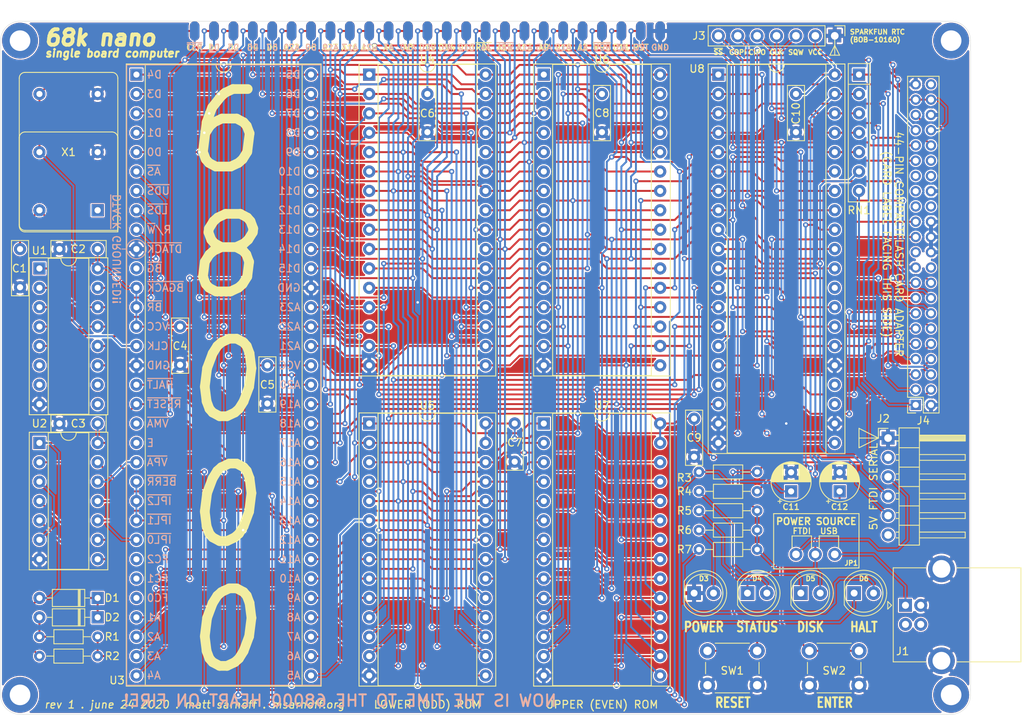
<source format=kicad_pcb>
(kicad_pcb (version 20171130) (host pcbnew "(5.1.5-0-10_14)")
  (layers (0 F.Cu signal) (31 B.Cu signal) (34 B.Paste user) (35 F.Paste user) (36 B.SilkS user) (37 F.SilkS user) (38 B.Mask user) (39 F.Mask user) (44 Edge.Cuts user))
  (net 0 "")
  (net 1 GND)
  (net 2 /~RESET)
  (net 3 VCC)
  (net 4 /~A22)
  (net 5 /RESET)
  (net 6 /A22)
  (net 7 /~A20)
  (net 8 /A20)
  (net 9 /~IRQ)
  (net 10 /IRQ)
  (net 11 /~LDS)
  (net 12 /R,~W)
  (net 13 /~AS)
  (net 14 /~RDU)
  (net 15 /~WRL)
  (net 16 /~WRU)
  (net 17 /~RDL)
  (net 18 /~UDS)
  (net 19 /D4)
  (net 20 /A5)
  (net 21 /D3)
  (net 22 /A6)
  (net 23 /D2)
  (net 24 /A7)
  (net 25 /D1)
  (net 26 /A8)
  (net 27 /D0)
  (net 28 /A9)
  (net 29 /A10)
  (net 30 /A11)
  (net 31 /A12)
  (net 32 /A13)
  (net 33 /A14)
  (net 34 "Net-(U3-Pad11)")
  (net 35 /A15)
  (net 36 /A16)
  (net 37 /A17)
  (net 38 /A18)
  (net 39 /CPUCLK)
  (net 40 /A19)
  (net 41 /A21)
  (net 42 "Net-(U3-Pad19)")
  (net 43 "Net-(U3-Pad20)")
  (net 44 /A23)
  (net 45 /D15)
  (net 46 /D14)
  (net 47 /D13)
  (net 48 /D12)
  (net 49 "Net-(U3-Pad26)")
  (net 50 /D11)
  (net 51 "Net-(U3-Pad27)")
  (net 52 /D10)
  (net 53 "Net-(U3-Pad28)")
  (net 54 /D9)
  (net 55 /A1)
  (net 56 /D8)
  (net 57 /A2)
  (net 58 /D7)
  (net 59 /A3)
  (net 60 /D6)
  (net 61 /A4)
  (net 62 /D5)
  (net 63 "Net-(U8-Pad23)")
  (net 64 "Net-(U8-Pad24)")
  (net 65 "Net-(U8-Pad15)")
  (net 66 "Net-(U8-Pad29)")
  (net 67 "Net-(U8-Pad17)")
  (net 68 "Net-(X1-Pad1)")
  (net 69 /~HALT)
  (net 70 /~CFLED)
  (net 71 /CFIRQ)
  (net 72 "Net-(J1-Pad3)")
  (net 73 "Net-(J1-Pad2)")
  (net 74 "Net-(J1-Pad1)")
  (net 75 "Net-(J2-Pad6)")
  (net 76 /RXD)
  (net 77 /TXD)
  (net 78 "Net-(J2-Pad3)")
  (net 79 "Net-(J2-Pad2)")
  (net 80 /~BTN1)
  (net 81 "Net-(J4-Pad44)")
  (net 82 "Net-(J4-Pad34)")
  (net 83 "Net-(J4-Pad32)")
  (net 84 "Net-(J4-Pad29)")
  (net 85 "Net-(J4-Pad28)")
  (net 86 "Net-(J4-Pad27)")
  (net 87 "Net-(J4-Pad21)")
  (net 88 "Net-(J4-Pad20)")
  (net 89 /RTC_CIPO)
  (net 90 /RTC_SQW)
  (net 91 /~RTC_SS)
  (net 92 /RTC_CLK)
  (net 93 /RTC_COPI)
  (net 94 /~RESETBTN)
  (net 95 "Net-(D1-Pad1)")
  (net 96 "Net-(D3-Pad2)")
  (net 97 "Net-(D4-Pad2)")
  (net 98 "Net-(D4-Pad1)")
  (net 99 "Net-(U1-Pad9)")
  (net 100 "Net-(U1-Pad10)")
  (net 101 "Net-(U1-Pad6)")
  (net 102 "Net-(U1-Pad7)")
  (net 103 "Net-(U2-Pad3)")
  (net 104 "Net-(D5-Pad1)")
  (net 105 "Net-(D6-Pad2)")
  (net 106 "Net-(C11-Pad1)")
  (net 107 /EXTIRQ)
  (module Package_DIP:DIP-32_W15.24mm_Socket (layer F.Cu) (at 91.44 45.72)
    (fp_text reference U4 (at 7.62 -2.032) (layer F.SilkS))
    (fp_text value AS6C4008-55PCN)
    (pad 32 thru_hole oval (at 15.24 0) (size 1.6 1.6) (drill 0.8) (layers *.Cu *.Mask) (net 3 VCC))
    (pad 16 thru_hole oval (at 0 38.1) (size 1.6 1.6) (drill 0.8) (layers *.Cu *.Mask) (net 1 GND))
    (pad 31 thru_hole oval (at 15.24 2.54) (size 1.6 1.6) (drill 0.8) (layers *.Cu *.Mask) (net 36 /A16))
    (pad 15 thru_hole oval (at 0 35.56) (size 1.6 1.6) (drill 0.8) (layers *.Cu *.Mask) (net 23 /D2))
    (pad 30 thru_hole oval (at 15.24 5.08) (size 1.6 1.6) (drill 0.8) (layers *.Cu *.Mask) (net 38 /A18))
    (pad 14 thru_hole oval (at 0 33.02) (size 1.6 1.6) (drill 0.8) (layers *.Cu *.Mask) (net 25 /D1))
    (pad 29 thru_hole oval (at 15.24 7.62) (size 1.6 1.6) (drill 0.8) (layers *.Cu *.Mask) (net 15 /~WRL))
    (pad 13 thru_hole oval (at 0 30.48) (size 1.6 1.6) (drill 0.8) (layers *.Cu *.Mask) (net 27 /D0))
    (pad 28 thru_hole oval (at 15.24 10.16) (size 1.6 1.6) (drill 0.8) (layers *.Cu *.Mask) (net 33 /A14))
    (pad 12 thru_hole oval (at 0 27.94) (size 1.6 1.6) (drill 0.8) (layers *.Cu *.Mask) (net 55 /A1))
    (pad 27 thru_hole oval (at 15.24 12.7) (size 1.6 1.6) (drill 0.8) (layers *.Cu *.Mask) (net 28 /A9))
    (pad 11 thru_hole oval (at 0 25.4) (size 1.6 1.6) (drill 0.8) (layers *.Cu *.Mask) (net 57 /A2))
    (pad 26 thru_hole oval (at 15.24 15.24) (size 1.6 1.6) (drill 0.8) (layers *.Cu *.Mask) (net 29 /A10))
    (pad 10 thru_hole oval (at 0 22.86) (size 1.6 1.6) (drill 0.8) (layers *.Cu *.Mask) (net 59 /A3))
    (pad 25 thru_hole oval (at 15.24 17.78) (size 1.6 1.6) (drill 0.8) (layers *.Cu *.Mask) (net 31 /A12))
    (pad 9 thru_hole oval (at 0 20.32) (size 1.6 1.6) (drill 0.8) (layers *.Cu *.Mask) (net 61 /A4))
    (pad 24 thru_hole oval (at 15.24 20.32) (size 1.6 1.6) (drill 0.8) (layers *.Cu *.Mask) (net 17 /~RDL))
    (pad 8 thru_hole oval (at 0 17.78) (size 1.6 1.6) (drill 0.8) (layers *.Cu *.Mask) (net 20 /A5))
    (pad 23 thru_hole oval (at 15.24 22.86) (size 1.6 1.6) (drill 0.8) (layers *.Cu *.Mask) (net 30 /A11))
    (pad 7 thru_hole oval (at 0 15.24) (size 1.6 1.6) (drill 0.8) (layers *.Cu *.Mask) (net 22 /A6))
    (pad 22 thru_hole oval (at 15.24 25.4) (size 1.6 1.6) (drill 0.8) (layers *.Cu *.Mask) (net 4 /~A22))
    (pad 6 thru_hole oval (at 0 12.7) (size 1.6 1.6) (drill 0.8) (layers *.Cu *.Mask) (net 24 /A7))
    (pad 21 thru_hole oval (at 15.24 27.94) (size 1.6 1.6) (drill 0.8) (layers *.Cu *.Mask) (net 58 /D7))
    (pad 5 thru_hole oval (at 0 10.16) (size 1.6 1.6) (drill 0.8) (layers *.Cu *.Mask) (net 26 /A8))
    (pad 20 thru_hole oval (at 15.24 30.48) (size 1.6 1.6) (drill 0.8) (layers *.Cu *.Mask) (net 60 /D6))
    (pad 4 thru_hole oval (at 0 7.62) (size 1.6 1.6) (drill 0.8) (layers *.Cu *.Mask) (net 32 /A13))
    (pad 19 thru_hole oval (at 15.24 33.02) (size 1.6 1.6) (drill 0.8) (layers *.Cu *.Mask) (net 62 /D5))
    (pad 3 thru_hole oval (at 0 5.08) (size 1.6 1.6) (drill 0.8) (layers *.Cu *.Mask) (net 35 /A15))
    (pad 18 thru_hole oval (at 15.24 35.56) (size 1.6 1.6) (drill 0.8) (layers *.Cu *.Mask) (net 19 /D4))
    (pad 2 thru_hole oval (at 0 2.54) (size 1.6 1.6) (drill 0.8) (layers *.Cu *.Mask) (net 37 /A17))
    (pad 17 thru_hole oval (at 15.24 38.1) (size 1.6 1.6) (drill 0.8) (layers *.Cu *.Mask) (net 21 /D3))
    (pad 1 thru_hole rect (at 0 0) (size 1.6 1.6) (drill 0.8) (layers *.Cu *.Mask) (net 40 /A19))
  )
  (module PadRows:PadRow_1x25_P2.54mm (layer B.Cu) (at 99.06 36.195)
    (fp_text reference J6 hide)
    (fp_text value "EXPANSION (B.Cu)" hide)
    (pad 25 smd oval (at 30.48 3.81) (size 1.27 2.54) (layers B.Cu B.Paste B.Mask) (net 1 GND))
    (pad 24 smd oval (at 27.94 3.81) (size 1.27 2.54) (layers B.Cu B.Paste B.Mask) (net 107 /EXTIRQ))
    (pad 23 smd oval (at 25.4 3.81) (size 1.27 2.54) (layers B.Cu B.Paste B.Mask) (net 59 /A3))
    (pad 22 smd oval (at 22.86 3.81) (size 1.27 2.54) (layers B.Cu B.Paste B.Mask) (net 14 /~RDU))
    (pad 21 smd oval (at 20.32 3.81) (size 1.27 2.54) (layers B.Cu B.Paste B.Mask) (net 55 /A1))
    (pad 20 smd oval (at 17.78 3.81) (size 1.27 2.54) (layers B.Cu B.Paste B.Mask) (net 31 /A12))
    (pad 19 smd oval (at 15.24 3.81) (size 1.27 2.54) (layers B.Cu B.Paste B.Mask) (net 35 /A15))
    (pad 18 smd oval (at 12.7 3.81) (size 1.27 2.54) (layers B.Cu B.Paste B.Mask) (net 33 /A14))
    (pad 17 smd oval (at 10.16 3.81) (size 1.27 2.54) (layers B.Cu B.Paste B.Mask) (net 15 /~WRL))
    (pad 16 smd oval (at 7.62 3.81) (size 1.27 2.54) (layers B.Cu B.Paste B.Mask) (net 61 /A4))
    (pad 15 smd oval (at 5.08 3.81) (size 1.27 2.54) (layers B.Cu B.Paste B.Mask) (net 48 /D12))
    (pad 14 smd oval (at 2.54 3.81) (size 1.27 2.54) (layers B.Cu B.Paste B.Mask) (net 20 /A5))
    (pad 13 smd oval (at 0 3.81) (size 1.27 2.54) (layers B.Cu B.Paste B.Mask) (net 3 VCC))
    (pad 12 smd oval (at -2.54 3.81) (size 1.27 2.54) (layers B.Cu B.Paste B.Mask) (net 29 /A10))
    (pad 11 smd oval (at -5.08 3.81) (size 1.27 2.54) (layers B.Cu B.Paste B.Mask) (net 24 /A7))
    (pad 10 smd oval (at -7.62 3.81) (size 1.27 2.54) (layers B.Cu B.Paste B.Mask) (net 41 /A21))
    (pad 9 smd oval (at -10.16 3.81) (size 1.27 2.54) (layers B.Cu B.Paste B.Mask) (net 37 /A17))
    (pad 8 smd oval (at -12.7 3.81) (size 1.27 2.54) (layers B.Cu B.Paste B.Mask) (net 40 /A19))
    (pad 7 smd oval (at -15.24 3.81) (size 1.27 2.54) (layers B.Cu B.Paste B.Mask) (net 54 /D9))
    (pad 6 smd oval (at -17.78 3.81) (size 1.27 2.54) (layers B.Cu B.Paste B.Mask) (net 8 /A20))
    (pad 5 smd oval (at -20.32 3.81) (size 1.27 2.54) (layers B.Cu B.Paste B.Mask) (net 58 /D7))
    (pad 4 smd oval (at -22.86 3.81) (size 1.27 2.54) (layers B.Cu B.Paste B.Mask) (net 62 /D5))
    (pad 3 smd oval (at -25.4 3.81) (size 1.27 2.54) (layers B.Cu B.Paste B.Mask) (net 21 /D3))
    (pad 2 smd oval (at -27.94 3.81) (size 1.27 2.54) (layers B.Cu B.Paste B.Mask) (net 25 /D1))
    (pad 1 smd oval (at -30.48 3.81) (size 1.27 2.54) (layers B.Cu B.Paste B.Mask) (net 2 /~RESET))
  )
  (module PadRows:PadRow_1x25_P2.54mm (layer F.Cu) (at 99.06 43.815)
    (fp_text reference J5 hide)
    (fp_text value "EXPANSION (F.Cu)" hide)
    (pad 25 smd oval (at 30.48 -3.81) (size 1.27 2.54) (layers F.Cu F.Paste F.Mask) (net 1 GND))
    (pad 24 smd oval (at 27.94 -3.81) (size 1.27 2.54) (layers F.Cu F.Paste F.Mask) (net 5 /RESET))
    (pad 23 smd oval (at 25.4 -3.81) (size 1.27 2.54) (layers F.Cu F.Paste F.Mask) (net 50 /D11))
    (pad 22 smd oval (at 22.86 -3.81) (size 1.27 2.54) (layers F.Cu F.Paste F.Mask) (net 16 /~WRU))
    (pad 21 smd oval (at 20.32 -3.81) (size 1.27 2.54) (layers F.Cu F.Paste F.Mask) (net 57 /A2))
    (pad 20 smd oval (at 17.78 -3.81) (size 1.27 2.54) (layers F.Cu F.Paste F.Mask) (net 52 /D10))
    (pad 19 smd oval (at 15.24 -3.81) (size 1.27 2.54) (layers F.Cu F.Paste F.Mask) (net 28 /A9))
    (pad 18 smd oval (at 12.7 -3.81) (size 1.27 2.54) (layers F.Cu F.Paste F.Mask) (net 32 /A13))
    (pad 17 smd oval (at 10.16 -3.81) (size 1.27 2.54) (layers F.Cu F.Paste F.Mask) (net 30 /A11))
    (pad 16 smd oval (at 7.62 -3.81) (size 1.27 2.54) (layers F.Cu F.Paste F.Mask) (net 17 /~RDL))
    (pad 15 smd oval (at 5.08 -3.81) (size 1.27 2.54) (layers F.Cu F.Paste F.Mask) (net 47 /D13))
    (pad 14 smd oval (at 2.54 -3.81) (size 1.27 2.54) (layers F.Cu F.Paste F.Mask) (net 46 /D14))
    (pad 13 smd oval (at 0 -3.81) (size 1.27 2.54) (layers F.Cu F.Paste F.Mask) (net 45 /D15))
    (pad 12 smd oval (at -2.54 -3.81) (size 1.27 2.54) (layers F.Cu F.Paste F.Mask) (net 26 /A8))
    (pad 11 smd oval (at -5.08 -3.81) (size 1.27 2.54) (layers F.Cu F.Paste F.Mask) (net 22 /A6))
    (pad 10 smd oval (at -7.62 -3.81) (size 1.27 2.54) (layers F.Cu F.Paste F.Mask) (net 38 /A18))
    (pad 9 smd oval (at -10.16 -3.81) (size 1.27 2.54) (layers F.Cu F.Paste F.Mask) (net 36 /A16))
    (pad 8 smd oval (at -12.7 -3.81) (size 1.27 2.54) (layers F.Cu F.Paste F.Mask) (net 44 /A23))
    (pad 7 smd oval (at -15.24 -3.81) (size 1.27 2.54) (layers F.Cu F.Paste F.Mask) (net 56 /D8))
    (pad 6 smd oval (at -17.78 -3.81) (size 1.27 2.54) (layers F.Cu F.Paste F.Mask) (net 6 /A22))
    (pad 5 smd oval (at -20.32 -3.81) (size 1.27 2.54) (layers F.Cu F.Paste F.Mask) (net 60 /D6))
    (pad 4 smd oval (at -22.86 -3.81) (size 1.27 2.54) (layers F.Cu F.Paste F.Mask) (net 19 /D4))
    (pad 3 smd oval (at -25.4 -3.81) (size 1.27 2.54) (layers F.Cu F.Paste F.Mask) (net 23 /D2))
    (pad 2 smd oval (at -27.94 -3.81) (size 1.27 2.54) (layers F.Cu F.Paste F.Mask) (net 27 /D0))
    (pad 1 smd oval (at -30.48 -3.81) (size 1.27 2.54) (layers F.Cu F.Paste F.Mask) (net 39 /CPUCLK))
  )
  (module Resistor_THT:R_Array_SIP7 (layer F.Cu) (at 155.575 45.72 270)
    (fp_text reference RN1 (at 17.78 0 180) (layer F.SilkS))
    (fp_text value 10k)
    (pad 7 thru_hole oval (at 15.24 0 270) (size 1.6 1.6) (drill 0.8) (layers *.Cu *.Mask) (net 94 /~RESETBTN))
    (pad 6 thru_hole oval (at 12.7 0 270) (size 1.6 1.6) (drill 0.8) (layers *.Cu *.Mask) (net 77 /TXD))
    (pad 5 thru_hole oval (at 10.16 0 270) (size 1.6 1.6) (drill 0.8) (layers *.Cu *.Mask) (net 107 /EXTIRQ))
    (pad 4 thru_hole oval (at 7.62 0 270) (size 1.6 1.6) (drill 0.8) (layers *.Cu *.Mask) (net 90 /RTC_SQW))
    (pad 3 thru_hole oval (at 5.08 0 270) (size 1.6 1.6) (drill 0.8) (layers *.Cu *.Mask) (net 89 /RTC_CIPO))
    (pad 2 thru_hole oval (at 2.54 0 270) (size 1.6 1.6) (drill 0.8) (layers *.Cu *.Mask) (net 80 /~BTN1))
    (pad 1 thru_hole rect (at 0 0 270) (size 1.6 1.6) (drill 0.8) (layers *.Cu *.Mask) (net 3 VCC))
  )
  (module Connector_PinHeader_2.54mm:PinHeader_1x06_P2.54mm_Horizontal (layer F.Cu) (at 159.385 93.345)
    (fp_text reference J2 (at -0.635 -2.54) (layer F.SilkS))
    (fp_text value "5V FTDI SERIAL")
    (pad 6 thru_hole oval (at 0 12.7) (size 1.7 1.7) (drill 1) (layers *.Cu *.Mask) (net 75 "Net-(J2-Pad6)"))
    (pad 5 thru_hole oval (at 0 10.16) (size 1.7 1.7) (drill 1) (layers *.Cu *.Mask) (net 76 /RXD))
    (pad 4 thru_hole oval (at 0 7.62) (size 1.7 1.7) (drill 1) (layers *.Cu *.Mask) (net 77 /TXD))
    (pad 3 thru_hole oval (at 0 5.08) (size 1.7 1.7) (drill 1) (layers *.Cu *.Mask) (net 78 "Net-(J2-Pad3)"))
    (pad 2 thru_hole oval (at 0 2.54) (size 1.7 1.7) (drill 1) (layers *.Cu *.Mask) (net 79 "Net-(J2-Pad2)"))
    (pad 1 thru_hole rect (at 0 0) (size 1.7 1.7) (drill 1) (layers *.Cu *.Mask) (net 1 GND))
  )
  (module Package_DIP:DIP-40_W15.24mm_Socket (layer F.Cu) (at 137.16 45.72)
    (fp_text reference U8 (at -2.794 -0.762) (layer F.SilkS))
    (fp_text value TL16C550)
    (pad 40 thru_hole oval (at 15.24 0) (size 1.6 1.6) (drill 0.8) (layers *.Cu *.Mask) (net 3 VCC))
    (pad 20 thru_hole oval (at 0 48.26) (size 1.6 1.6) (drill 0.8) (layers *.Cu *.Mask) (net 1 GND))
    (pad 39 thru_hole oval (at 15.24 2.54) (size 1.6 1.6) (drill 0.8) (layers *.Cu *.Mask) (net 80 /~BTN1))
    (pad 19 thru_hole oval (at 0 45.72) (size 1.6 1.6) (drill 0.8) (layers *.Cu *.Mask) (net 1 GND))
    (pad 38 thru_hole oval (at 15.24 5.08) (size 1.6 1.6) (drill 0.8) (layers *.Cu *.Mask) (net 89 /RTC_CIPO))
    (pad 18 thru_hole oval (at 0 43.18) (size 1.6 1.6) (drill 0.8) (layers *.Cu *.Mask) (net 16 /~WRU))
    (pad 37 thru_hole oval (at 15.24 7.62) (size 1.6 1.6) (drill 0.8) (layers *.Cu *.Mask) (net 90 /RTC_SQW))
    (pad 17 thru_hole oval (at 0 40.64) (size 1.6 1.6) (drill 0.8) (layers *.Cu *.Mask) (net 67 "Net-(U8-Pad17)"))
    (pad 36 thru_hole oval (at 15.24 10.16) (size 1.6 1.6) (drill 0.8) (layers *.Cu *.Mask) (net 107 /EXTIRQ))
    (pad 16 thru_hole oval (at 0 38.1) (size 1.6 1.6) (drill 0.8) (layers *.Cu *.Mask) (net 39 /CPUCLK))
    (pad 35 thru_hole oval (at 15.24 12.7) (size 1.6 1.6) (drill 0.8) (layers *.Cu *.Mask) (net 5 /RESET))
    (pad 15 thru_hole oval (at 0 35.56) (size 1.6 1.6) (drill 0.8) (layers *.Cu *.Mask) (net 65 "Net-(U8-Pad15)"))
    (pad 34 thru_hole oval (at 15.24 15.24) (size 1.6 1.6) (drill 0.8) (layers *.Cu *.Mask) (net 92 /RTC_CLK))
    (pad 14 thru_hole oval (at 0 33.02) (size 1.6 1.6) (drill 0.8) (layers *.Cu *.Mask) (net 6 /A22))
    (pad 33 thru_hole oval (at 15.24 17.78) (size 1.6 1.6) (drill 0.8) (layers *.Cu *.Mask) (net 93 /RTC_COPI))
    (pad 13 thru_hole oval (at 0 30.48) (size 1.6 1.6) (drill 0.8) (layers *.Cu *.Mask) (net 44 /A23))
    (pad 32 thru_hole oval (at 15.24 20.32) (size 1.6 1.6) (drill 0.8) (layers *.Cu *.Mask) (net 98 "Net-(D4-Pad1)"))
    (pad 12 thru_hole oval (at 0 27.94) (size 1.6 1.6) (drill 0.8) (layers *.Cu *.Mask) (net 41 /A21))
    (pad 31 thru_hole oval (at 15.24 22.86) (size 1.6 1.6) (drill 0.8) (layers *.Cu *.Mask) (net 91 /~RTC_SS))
    (pad 11 thru_hole oval (at 0 25.4) (size 1.6 1.6) (drill 0.8) (layers *.Cu *.Mask) (net 76 /RXD))
    (pad 30 thru_hole oval (at 15.24 25.4) (size 1.6 1.6) (drill 0.8) (layers *.Cu *.Mask) (net 10 /IRQ))
    (pad 10 thru_hole oval (at 0 22.86) (size 1.6 1.6) (drill 0.8) (layers *.Cu *.Mask) (net 77 /TXD))
    (pad 29 thru_hole oval (at 15.24 27.94) (size 1.6 1.6) (drill 0.8) (layers *.Cu *.Mask) (net 66 "Net-(U8-Pad29)"))
    (pad 9 thru_hole oval (at 0 20.32) (size 1.6 1.6) (drill 0.8) (layers *.Cu *.Mask) (net 65 "Net-(U8-Pad15)"))
    (pad 28 thru_hole oval (at 15.24 30.48) (size 1.6 1.6) (drill 0.8) (layers *.Cu *.Mask) (net 55 /A1))
    (pad 8 thru_hole oval (at 0 17.78) (size 1.6 1.6) (drill 0.8) (layers *.Cu *.Mask) (net 45 /D15))
    (pad 27 thru_hole oval (at 15.24 33.02) (size 1.6 1.6) (drill 0.8) (layers *.Cu *.Mask) (net 57 /A2))
    (pad 7 thru_hole oval (at 0 15.24) (size 1.6 1.6) (drill 0.8) (layers *.Cu *.Mask) (net 46 /D14))
    (pad 26 thru_hole oval (at 15.24 35.56) (size 1.6 1.6) (drill 0.8) (layers *.Cu *.Mask) (net 59 /A3))
    (pad 6 thru_hole oval (at 0 12.7) (size 1.6 1.6) (drill 0.8) (layers *.Cu *.Mask) (net 47 /D13))
    (pad 25 thru_hole oval (at 15.24 38.1) (size 1.6 1.6) (drill 0.8) (layers *.Cu *.Mask) (net 1 GND))
    (pad 5 thru_hole oval (at 0 10.16) (size 1.6 1.6) (drill 0.8) (layers *.Cu *.Mask) (net 48 /D12))
    (pad 24 thru_hole oval (at 15.24 40.64) (size 1.6 1.6) (drill 0.8) (layers *.Cu *.Mask) (net 64 "Net-(U8-Pad24)"))
    (pad 4 thru_hole oval (at 0 7.62) (size 1.6 1.6) (drill 0.8) (layers *.Cu *.Mask) (net 50 /D11))
    (pad 23 thru_hole oval (at 15.24 43.18) (size 1.6 1.6) (drill 0.8) (layers *.Cu *.Mask) (net 63 "Net-(U8-Pad23)"))
    (pad 3 thru_hole oval (at 0 5.08) (size 1.6 1.6) (drill 0.8) (layers *.Cu *.Mask) (net 52 /D10))
    (pad 22 thru_hole oval (at 15.24 45.72) (size 1.6 1.6) (drill 0.8) (layers *.Cu *.Mask) (net 1 GND))
    (pad 2 thru_hole oval (at 0 2.54) (size 1.6 1.6) (drill 0.8) (layers *.Cu *.Mask) (net 54 /D9))
    (pad 21 thru_hole oval (at 15.24 48.26) (size 1.6 1.6) (drill 0.8) (layers *.Cu *.Mask) (net 14 /~RDU))
    (pad 1 thru_hole rect (at 0 0) (size 1.6 1.6) (drill 0.8) (layers *.Cu *.Mask) (net 56 /D8))
  )
  (module Connector_PinHeader_2.00mm:PinHeader_2x22_P2.00mm_Vertical (layer F.Cu) (at 163 47)
    (fp_text reference J4 (at 1 44.06 180) (layer F.SilkS))
    (fp_text value CFCARD/IDE)
    (pad 44 thru_hole oval (at 2 0 180) (size 1.35 1.35) (drill 0.8) (layers *.Cu *.Mask) (net 81 "Net-(J4-Pad44)"))
    (pad 43 thru_hole oval (at 0 0 180) (size 1.35 1.35) (drill 0.8) (layers *.Cu *.Mask) (net 1 GND))
    (pad 42 thru_hole oval (at 2 2 180) (size 1.35 1.35) (drill 0.8) (layers *.Cu *.Mask) (net 3 VCC))
    (pad 41 thru_hole oval (at 0 2 180) (size 1.35 1.35) (drill 0.8) (layers *.Cu *.Mask) (net 3 VCC))
    (pad 40 thru_hole oval (at 2 4 180) (size 1.35 1.35) (drill 0.8) (layers *.Cu *.Mask) (net 1 GND))
    (pad 39 thru_hole oval (at 0 4 180) (size 1.35 1.35) (drill 0.8) (layers *.Cu *.Mask) (net 70 /~CFLED))
    (pad 38 thru_hole oval (at 2 6 180) (size 1.35 1.35) (drill 0.8) (layers *.Cu *.Mask) (net 3 VCC))
    (pad 37 thru_hole oval (at 0 6 180) (size 1.35 1.35) (drill 0.8) (layers *.Cu *.Mask) (net 7 /~A20))
    (pad 36 thru_hole oval (at 2 8 180) (size 1.35 1.35) (drill 0.8) (layers *.Cu *.Mask) (net 59 /A3))
    (pad 35 thru_hole oval (at 0 8 180) (size 1.35 1.35) (drill 0.8) (layers *.Cu *.Mask) (net 55 /A1))
    (pad 34 thru_hole oval (at 2 10 180) (size 1.35 1.35) (drill 0.8) (layers *.Cu *.Mask) (net 82 "Net-(J4-Pad34)"))
    (pad 33 thru_hole oval (at 0 10 180) (size 1.35 1.35) (drill 0.8) (layers *.Cu *.Mask) (net 57 /A2))
    (pad 32 thru_hole oval (at 2 12 180) (size 1.35 1.35) (drill 0.8) (layers *.Cu *.Mask) (net 83 "Net-(J4-Pad32)"))
    (pad 31 thru_hole oval (at 0 12 180) (size 1.35 1.35) (drill 0.8) (layers *.Cu *.Mask) (net 71 /CFIRQ))
    (pad 30 thru_hole oval (at 2 14 180) (size 1.35 1.35) (drill 0.8) (layers *.Cu *.Mask) (net 1 GND))
    (pad 29 thru_hole oval (at 0 14 180) (size 1.35 1.35) (drill 0.8) (layers *.Cu *.Mask) (net 84 "Net-(J4-Pad29)"))
    (pad 28 thru_hole oval (at 2 16 180) (size 1.35 1.35) (drill 0.8) (layers *.Cu *.Mask) (net 85 "Net-(J4-Pad28)"))
    (pad 27 thru_hole oval (at 0 16 180) (size 1.35 1.35) (drill 0.8) (layers *.Cu *.Mask) (net 86 "Net-(J4-Pad27)"))
    (pad 26 thru_hole oval (at 2 18 180) (size 1.35 1.35) (drill 0.8) (layers *.Cu *.Mask) (net 1 GND))
    (pad 25 thru_hole oval (at 0 18 180) (size 1.35 1.35) (drill 0.8) (layers *.Cu *.Mask) (net 17 /~RDL))
    (pad 24 thru_hole oval (at 2 20 180) (size 1.35 1.35) (drill 0.8) (layers *.Cu *.Mask) (net 1 GND))
    (pad 23 thru_hole oval (at 0 20 180) (size 1.35 1.35) (drill 0.8) (layers *.Cu *.Mask) (net 15 /~WRL))
    (pad 22 thru_hole oval (at 2 22 180) (size 1.35 1.35) (drill 0.8) (layers *.Cu *.Mask) (net 1 GND))
    (pad 21 thru_hole oval (at 0 22 180) (size 1.35 1.35) (drill 0.8) (layers *.Cu *.Mask) (net 87 "Net-(J4-Pad21)"))
    (pad 20 thru_hole oval (at 2 24 180) (size 1.35 1.35) (drill 0.8) (layers *.Cu *.Mask) (net 88 "Net-(J4-Pad20)"))
    (pad 19 thru_hole oval (at 0 24 180) (size 1.35 1.35) (drill 0.8) (layers *.Cu *.Mask) (net 1 GND))
    (pad 18 thru_hole oval (at 2 26 180) (size 1.35 1.35) (drill 0.8) (layers *.Cu *.Mask) (net 45 /D15))
    (pad 17 thru_hole oval (at 0 26 180) (size 1.35 1.35) (drill 0.8) (layers *.Cu *.Mask) (net 27 /D0))
    (pad 16 thru_hole oval (at 2 28 180) (size 1.35 1.35) (drill 0.8) (layers *.Cu *.Mask) (net 46 /D14))
    (pad 15 thru_hole oval (at 0 28 180) (size 1.35 1.35) (drill 0.8) (layers *.Cu *.Mask) (net 25 /D1))
    (pad 14 thru_hole oval (at 2 30 180) (size 1.35 1.35) (drill 0.8) (layers *.Cu *.Mask) (net 47 /D13))
    (pad 13 thru_hole oval (at 0 30 180) (size 1.35 1.35) (drill 0.8) (layers *.Cu *.Mask) (net 23 /D2))
    (pad 12 thru_hole oval (at 2 32 180) (size 1.35 1.35) (drill 0.8) (layers *.Cu *.Mask) (net 48 /D12))
    (pad 11 thru_hole oval (at 0 32 180) (size 1.35 1.35) (drill 0.8) (layers *.Cu *.Mask) (net 21 /D3))
    (pad 10 thru_hole oval (at 2 34 180) (size 1.35 1.35) (drill 0.8) (layers *.Cu *.Mask) (net 50 /D11))
    (pad 9 thru_hole oval (at 0 34 180) (size 1.35 1.35) (drill 0.8) (layers *.Cu *.Mask) (net 19 /D4))
    (pad 8 thru_hole oval (at 2 36 180) (size 1.35 1.35) (drill 0.8) (layers *.Cu *.Mask) (net 52 /D10))
    (pad 7 thru_hole oval (at 0 36 180) (size 1.35 1.35) (drill 0.8) (layers *.Cu *.Mask) (net 62 /D5))
    (pad 6 thru_hole oval (at 2 38 180) (size 1.35 1.35) (drill 0.8) (layers *.Cu *.Mask) (net 54 /D9))
    (pad 5 thru_hole oval (at 0 38 180) (size 1.35 1.35) (drill 0.8) (layers *.Cu *.Mask) (net 60 /D6))
    (pad 4 thru_hole oval (at 2 40 180) (size 1.35 1.35) (drill 0.8) (layers *.Cu *.Mask) (net 56 /D8))
    (pad 3 thru_hole oval (at 0 40 180) (size 1.35 1.35) (drill 0.8) (layers *.Cu *.Mask) (net 58 /D7))
    (pad 2 thru_hole oval (at 2 42 180) (size 1.35 1.35) (drill 0.8) (layers *.Cu *.Mask) (net 1 GND))
    (pad 1 thru_hole rect (at 0 42 180) (size 1.35 1.35) (drill 0.8) (layers *.Cu *.Mask) (net 2 /~RESET))
  )
  (module Capacitor_THT:C_Rect_L7.0mm_W2.0mm_P5.00mm (layer F.Cu) (at 66.675 78.74 270)
    (fp_text reference C4 (at 2.54 0 180) (layer F.SilkS))
    (fp_text value 0.1uF)
    (pad 2 thru_hole circle (at 5 0 270) (size 1.6 1.6) (drill 0.8) (layers *.Cu *.Mask) (net 1 GND))
    (pad 1 thru_hole circle (at 0 0 270) (size 1.6 1.6) (drill 0.8) (layers *.Cu *.Mask) (net 3 VCC))
  )
  (module Capacitor_THT:C_Rect_L7.0mm_W2.0mm_P5.00mm (layer F.Cu) (at 45.72 68.58 270)
    (fp_text reference C1 (at 2.54 0.08 180) (layer F.SilkS))
    (fp_text value 0.1uF)
    (pad 2 thru_hole circle (at 5 0 270) (size 1.6 1.6) (drill 0.8) (layers *.Cu *.Mask) (net 1 GND))
    (pad 1 thru_hole circle (at 0 0 270) (size 1.6 1.6) (drill 0.8) (layers *.Cu *.Mask) (net 3 VCC))
  )
  (module Capacitor_THT:C_Rect_L7.0mm_W2.0mm_P5.00mm (layer F.Cu) (at 147.32 48.26 270)
    (fp_text reference C10 (at 2.54 0 90) (layer F.SilkS))
    (fp_text value 0.1uF)
    (pad 2 thru_hole circle (at 5 0 270) (size 1.6 1.6) (drill 0.8) (layers *.Cu *.Mask) (net 1 GND))
    (pad 1 thru_hole circle (at 0 0 270) (size 1.6 1.6) (drill 0.8) (layers *.Cu *.Mask) (net 3 VCC))
  )
  (module Capacitor_THT:C_Rect_L7.0mm_W2.0mm_P5.00mm (layer F.Cu) (at 133.985 90.805 270)
    (fp_text reference C9 (at 2.5 0 180) (layer F.SilkS))
    (fp_text value 0.1uF)
    (pad 2 thru_hole circle (at 5 0 270) (size 1.6 1.6) (drill 0.8) (layers *.Cu *.Mask) (net 1 GND))
    (pad 1 thru_hole circle (at 0 0 270) (size 1.6 1.6) (drill 0.8) (layers *.Cu *.Mask) (net 3 VCC))
  )
  (module Capacitor_THT:C_Rect_L7.0mm_W2.0mm_P5.00mm (layer F.Cu) (at 121.92 48.26 270)
    (fp_text reference C8 (at 2.5 0 180) (layer F.SilkS))
    (fp_text value 0.1uF)
    (pad 2 thru_hole circle (at 5 0 270) (size 1.6 1.6) (drill 0.8) (layers *.Cu *.Mask) (net 1 GND))
    (pad 1 thru_hole circle (at 0 0 270) (size 1.6 1.6) (drill 0.8) (layers *.Cu *.Mask) (net 3 VCC))
  )
  (module Capacitor_THT:C_Rect_L7.0mm_W2.0mm_P5.00mm (layer F.Cu) (at 99.06 48.26 270)
    (fp_text reference C6 (at 2.54 0 180) (layer F.SilkS))
    (fp_text value 0.1uF)
    (pad 2 thru_hole circle (at 5 0 270) (size 1.6 1.6) (drill 0.8) (layers *.Cu *.Mask) (net 1 GND))
    (pad 1 thru_hole circle (at 0 0 270) (size 1.6 1.6) (drill 0.8) (layers *.Cu *.Mask) (net 3 VCC))
  )
  (module Capacitor_THT:C_Rect_L7.0mm_W2.0mm_P5.00mm (layer F.Cu) (at 110.49 91.44 270)
    (fp_text reference C7 (at 2.5 0 180) (layer F.SilkS))
    (fp_text value 0.1uF)
    (pad 2 thru_hole circle (at 5 0 270) (size 1.6 1.6) (drill 0.8) (layers *.Cu *.Mask) (net 1 GND))
    (pad 1 thru_hole circle (at 0 0 270) (size 1.6 1.6) (drill 0.8) (layers *.Cu *.Mask) (net 3 VCC))
  )
  (module Capacitor_THT:C_Rect_L7.0mm_W2.0mm_P5.00mm (layer F.Cu) (at 78.105 83.82 270)
    (fp_text reference C5 (at 2.54 0 180) (layer F.SilkS))
    (fp_text value 0.1uF)
    (pad 2 thru_hole circle (at 5 0 270) (size 1.6 1.6) (drill 0.8) (layers *.Cu *.Mask) (net 1 GND))
    (pad 1 thru_hole circle (at 0 0 270) (size 1.6 1.6) (drill 0.8) (layers *.Cu *.Mask) (net 3 VCC))
  )
  (module Capacitor_THT:C_Rect_L7.0mm_W2.0mm_P5.00mm (layer F.Cu) (at 55.88 91.44 180)
    (fp_text reference C3 (at 2.54 0) (layer F.SilkS))
    (fp_text value 0.1uF)
    (pad 2 thru_hole circle (at 5 0 180) (size 1.6 1.6) (drill 0.8) (layers *.Cu *.Mask) (net 1 GND))
    (pad 1 thru_hole circle (at 0 0 180) (size 1.6 1.6) (drill 0.8) (layers *.Cu *.Mask) (net 3 VCC))
  )
  (module Capacitor_THT:C_Rect_L7.0mm_W2.0mm_P5.00mm (layer F.Cu) (at 55.88 68.58 180)
    (fp_text reference C2 (at 2.54 0) (layer F.SilkS))
    (fp_text value 0.1uF)
    (pad 1 thru_hole circle (at 0 0 180) (size 1.6 1.6) (drill 0.8) (layers *.Cu *.Mask) (net 3 VCC))
    (pad 2 thru_hole circle (at 5 0 180) (size 1.6 1.6) (drill 0.8) (layers *.Cu *.Mask) (net 1 GND))
  )
  (module Connector_PinHeader_2.54mm:PinHeader_1x03_P2.54mm_Vertical (layer F.Cu) (at 147.32 108.585 90)
    (fp_text reference JP1 (at -1.143 7.239 180) (layer F.SilkS) (effects (font (size 0.635 0.635))))
    (fp_text value "POWER SELECT")
    (pad 3 thru_hole oval (at 0 5.08 90) (size 1.7 1.7) (drill 1) (layers *.Cu *.Mask) (net 74 "Net-(J1-Pad1)"))
    (pad 2 thru_hole oval (at 0 2.54 90) (size 1.7 1.7) (drill 1) (layers *.Cu *.Mask) (net 3 VCC))
    (pad 1 thru_hole oval (at 0 0 90) (size 1.7 1.7) (drill 1) (layers *.Cu *.Mask) (net 78 "Net-(J2-Pad3)"))
  )
  (module Connector_USB:USB_B_OST_USB-B1HSxx_Horizontal (layer F.Cu) (at 161.66 115.26)
    (fp_text reference J1 (at -0.37 6.025) (layer F.SilkS))
    (fp_text value USB_B)
    (pad 5 thru_hole circle (at 4.71 7.27) (size 3.5 3.5) (drill 2.33) (layers *.Cu *.Mask) (net 1 GND))
    (pad 5 thru_hole circle (at 4.71 -4.77) (size 3.5 3.5) (drill 2.33) (layers *.Cu *.Mask) (net 1 GND))
    (pad 4 thru_hole circle (at 2 0) (size 1.7 1.7) (drill 0.92) (layers *.Cu *.Mask) (net 1 GND))
    (pad 3 thru_hole circle (at 2 2.5) (size 1.7 1.7) (drill 0.92) (layers *.Cu *.Mask) (net 72 "Net-(J1-Pad3)"))
    (pad 2 thru_hole circle (at 0 2.5) (size 1.7 1.7) (drill 0.92) (layers *.Cu *.Mask) (net 73 "Net-(J1-Pad2)"))
    (pad 1 thru_hole rect (at 0 0) (size 1.7 1.7) (drill 0.92) (layers *.Cu *.Mask) (net 74 "Net-(J1-Pad1)"))
  )
  (module Resistor_THT:R_Axial_DIN0204_L3.6mm_D1.6mm_P7.62mm_Horizontal (layer F.Cu) (at 134.62 107.95)
    (fp_text reference R7 (at -1.905 0) (layer F.SilkS))
    (fp_text value 1k*)
    (pad 1 thru_hole circle (at 0 0) (size 1.4 1.4) (drill 0.7) (layers *.Cu *.Mask) (net 105 "Net-(D6-Pad2)"))
    (pad 2 thru_hole oval (at 7.62 0) (size 1.4 1.4) (drill 0.7) (layers *.Cu *.Mask) (net 3 VCC))
  )
  (module LED_THT:LED_D5.0mm (layer F.Cu) (at 133.985 113.665)
    (fp_text reference D3 (at 1.27 -1.905) (layer F.SilkS) (effects (font (size 0.635 0.635))))
    (fp_text value POWER)
    (pad 2 thru_hole circle (at 2.54 0) (size 1.8 1.8) (drill 0.9) (layers *.Cu *.Mask) (net 96 "Net-(D3-Pad2)"))
    (pad 1 thru_hole rect (at 0 0) (size 1.8 1.8) (drill 0.9) (layers *.Cu *.Mask) (net 1 GND))
  )
  (module LED_THT:LED_D5.0mm (layer F.Cu) (at 140.97 113.665)
    (fp_text reference D4 (at 1.27 -1.905) (layer F.SilkS) (effects (font (size 0.635 0.635))))
    (fp_text value LED)
    (pad 2 thru_hole circle (at 2.54 0) (size 1.8 1.8) (drill 0.9) (layers *.Cu *.Mask) (net 97 "Net-(D4-Pad2)"))
    (pad 1 thru_hole rect (at 0 0) (size 1.8 1.8) (drill 0.9) (layers *.Cu *.Mask) (net 98 "Net-(D4-Pad1)"))
  )
  (module Resistor_THT:R_Axial_DIN0204_L3.6mm_D1.6mm_P7.62mm_Horizontal (layer F.Cu) (at 142.24 100.33 180)
    (fp_text reference R4 (at 9.525 0) (layer F.SilkS))
    (fp_text value 1k*)
    (pad 2 thru_hole oval (at 7.62 0 180) (size 1.4 1.4) (drill 0.7) (layers *.Cu *.Mask) (net 104 "Net-(D5-Pad1)"))
    (pad 1 thru_hole circle (at 0 0 180) (size 1.4 1.4) (drill 0.7) (layers *.Cu *.Mask) (net 70 /~CFLED))
  )
  (module MountingHole:MountingHole_2.7mm_M2.5_DIN965_Pad (layer F.Cu) (at 45.72 127)
    (fp_text reference REF** hide)
    (fp_text value MountingHole_2.7mm_M2.5_DIN965_Pad)
    (pad 1 thru_hole circle (at 0 0) (size 4.7 4.7) (drill 2.7) (layers *.Cu *.Mask))
  )
  (module MountingHole:MountingHole_2.7mm_M2.5_DIN965_Pad (layer F.Cu) (at 45.72 41.275)
    (fp_text reference REF** hide)
    (fp_text value MountingHole_2.7mm_M2.5_DIN965_Pad)
    (pad 1 thru_hole circle (at 0 0) (size 4.7 4.7) (drill 2.7) (layers *.Cu *.Mask))
  )
  (module MountingHole:MountingHole_2.7mm_M2.5_DIN965_Pad (layer F.Cu) (at 167.64 41.275)
    (fp_text reference REF** hide)
    (fp_text value MountingHole_2.7mm_M2.5_DIN965_Pad)
    (pad 1 thru_hole circle (at 0 0) (size 4.7 4.7) (drill 2.7) (layers *.Cu *.Mask))
  )
  (module MountingHole:MountingHole_2.7mm_M2.5_DIN965_Pad (layer F.Cu) (at 167.64 127)
    (fp_text reference REF** hide)
    (fp_text value MountingHole_2.7mm_M2.5_DIN965_Pad)
    (pad 1 thru_hole circle (at 0 0) (size 4.7 4.7) (drill 2.7) (layers *.Cu *.Mask))
  )
  (module Resistor_THT:R_Axial_DIN0204_L3.6mm_D1.6mm_P7.62mm_Horizontal (layer F.Cu) (at 134.62 105.41)
    (fp_text reference R6 (at -1.905 0) (layer F.SilkS))
    (fp_text value 1k*)
    (pad 2 thru_hole oval (at 7.62 0) (size 1.4 1.4) (drill 0.7) (layers *.Cu *.Mask) (net 3 VCC))
    (pad 1 thru_hole circle (at 0 0) (size 1.4 1.4) (drill 0.7) (layers *.Cu *.Mask) (net 96 "Net-(D3-Pad2)"))
  )
  (module LED_THT:LED_D5.0mm (layer F.Cu) (at 154.94 113.665)
    (fp_text reference D6 (at 1.27 -1.905) (layer F.SilkS) (effects (font (size 0.635 0.635))))
    (fp_text value HALT)
    (pad 1 thru_hole rect (at 0 0) (size 1.8 1.8) (drill 0.9) (layers *.Cu *.Mask) (net 69 /~HALT))
    (pad 2 thru_hole circle (at 2.54 0) (size 1.8 1.8) (drill 0.9) (layers *.Cu *.Mask) (net 105 "Net-(D6-Pad2)"))
  )
  (module LED_THT:LED_D5.0mm (layer F.Cu) (at 147.955 113.665)
    (fp_text reference D5 (at 1.27 -1.905) (layer F.SilkS) (effects (font (size 0.635 0.635))))
    (fp_text value CARD)
    (pad 2 thru_hole circle (at 2.54 0) (size 1.8 1.8) (drill 0.9) (layers *.Cu *.Mask) (net 3 VCC))
    (pad 1 thru_hole rect (at 0 0) (size 1.8 1.8) (drill 0.9) (layers *.Cu *.Mask) (net 104 "Net-(D5-Pad1)"))
  )
  (module Capacitor_THT:CP_Radial_D5.0mm_P2.50mm (layer F.Cu) (at 153.035 100.33 90)
    (fp_text reference C12 (at -2.032 0 180) (layer F.SilkS) (effects (font (size 0.762 0.762))))
    (fp_text value 10uF)
    (pad 2 thru_hole circle (at 2.5 0 90) (size 1.6 1.6) (drill 0.8) (layers *.Cu *.Mask) (net 1 GND))
    (pad 1 thru_hole rect (at 0 0 90) (size 1.6 1.6) (drill 0.8) (layers *.Cu *.Mask) (net 3 VCC))
  )
  (module Resistor_THT:R_Axial_DIN0204_L3.6mm_D1.6mm_P7.62mm_Horizontal (layer F.Cu) (at 142.24 102.87 180)
    (fp_text reference R5 (at 9.525 0) (layer F.SilkS))
    (fp_text value 1k*)
    (pad 2 thru_hole oval (at 7.62 0 180) (size 1.4 1.4) (drill 0.7) (layers *.Cu *.Mask) (net 97 "Net-(D4-Pad2)"))
    (pad 1 thru_hole circle (at 0 0 180) (size 1.4 1.4) (drill 0.7) (layers *.Cu *.Mask) (net 3 VCC))
  )
  (module Button_Switch_THT:SW_PUSH_6mm (layer F.Cu) (at 155.575 125.73 180)
    (fp_text reference SW2 (at 3.25 1.905) (layer F.SilkS))
    (fp_text value BTN1)
    (pad 1 thru_hole circle (at 6.5 0 270) (size 2 2) (drill 1.1) (layers *.Cu *.Mask) (net 1 GND))
    (pad 2 thru_hole circle (at 6.5 4.5 270) (size 2 2) (drill 1.1) (layers *.Cu *.Mask) (net 80 /~BTN1))
    (pad 1 thru_hole circle (at 0 0 270) (size 2 2) (drill 1.1) (layers *.Cu *.Mask) (net 1 GND))
    (pad 2 thru_hole circle (at 0 4.5 270) (size 2 2) (drill 1.1) (layers *.Cu *.Mask) (net 80 /~BTN1))
  )
  (module Connector_PinHeader_2.54mm:PinHeader_1x07_P2.54mm_Vertical (layer F.Cu) (at 152.4 40.64 270)
    (fp_text reference J3 (at 0 17.78 180) (layer F.SilkS))
    (fp_text value "RTC (SparkFun BOB-10160)")
    (pad 7 thru_hole oval (at 0 15.24 270) (size 1.7 1.7) (drill 1) (layers *.Cu *.Mask) (net 91 /~RTC_SS))
    (pad 6 thru_hole oval (at 0 12.7 270) (size 1.7 1.7) (drill 1) (layers *.Cu *.Mask) (net 93 /RTC_COPI))
    (pad 5 thru_hole oval (at 0 10.16 270) (size 1.7 1.7) (drill 1) (layers *.Cu *.Mask) (net 89 /RTC_CIPO))
    (pad 4 thru_hole oval (at 0 7.62 270) (size 1.7 1.7) (drill 1) (layers *.Cu *.Mask) (net 92 /RTC_CLK))
    (pad 3 thru_hole oval (at 0 5.08 270) (size 1.7 1.7) (drill 1) (layers *.Cu *.Mask) (net 90 /RTC_SQW))
    (pad 2 thru_hole oval (at 0 2.54 270) (size 1.7 1.7) (drill 1) (layers *.Cu *.Mask) (net 3 VCC))
    (pad 1 thru_hole rect (at 0 0 270) (size 1.7 1.7) (drill 1) (layers *.Cu *.Mask) (net 1 GND))
  )
  (module Package_DIP:DIP-14_W7.62mm_Socket (layer F.Cu) (at 48.26 93.98)
    (fp_text reference U2 (at 0 -2.54) (layer F.SilkS))
    (fp_text value 74HC14)
    (pad 1 thru_hole rect (at 0 0) (size 1.6 1.6) (drill 0.8) (layers *.Cu *.Mask) (net 2 /~RESET))
    (pad 8 thru_hole oval (at 7.62 15.24) (size 1.6 1.6) (drill 0.8) (layers *.Cu *.Mask) (net 4 /~A22))
    (pad 2 thru_hole oval (at 0 2.54) (size 1.6 1.6) (drill 0.8) (layers *.Cu *.Mask) (net 5 /RESET))
    (pad 9 thru_hole oval (at 7.62 12.7) (size 1.6 1.6) (drill 0.8) (layers *.Cu *.Mask) (net 6 /A22))
    (pad 3 thru_hole oval (at 0 5.08) (size 1.6 1.6) (drill 0.8) (layers *.Cu *.Mask) (net 103 "Net-(U2-Pad3)"))
    (pad 10 thru_hole oval (at 7.62 10.16) (size 1.6 1.6) (drill 0.8) (layers *.Cu *.Mask) (net 7 /~A20))
    (pad 4 thru_hole oval (at 0 7.62) (size 1.6 1.6) (drill 0.8) (layers *.Cu *.Mask) (net 95 "Net-(D1-Pad1)"))
    (pad 11 thru_hole oval (at 7.62 7.62) (size 1.6 1.6) (drill 0.8) (layers *.Cu *.Mask) (net 8 /A20))
    (pad 5 thru_hole oval (at 0 10.16) (size 1.6 1.6) (drill 0.8) (layers *.Cu *.Mask) (net 106 "Net-(C11-Pad1)"))
    (pad 12 thru_hole oval (at 7.62 5.08) (size 1.6 1.6) (drill 0.8) (layers *.Cu *.Mask) (net 9 /~IRQ))
    (pad 6 thru_hole oval (at 0 12.7) (size 1.6 1.6) (drill 0.8) (layers *.Cu *.Mask) (net 103 "Net-(U2-Pad3)"))
    (pad 13 thru_hole oval (at 7.62 2.54) (size 1.6 1.6) (drill 0.8) (layers *.Cu *.Mask) (net 10 /IRQ))
    (pad 7 thru_hole oval (at 0 15.24) (size 1.6 1.6) (drill 0.8) (layers *.Cu *.Mask) (net 1 GND))
    (pad 14 thru_hole oval (at 7.62 0) (size 1.6 1.6) (drill 0.8) (layers *.Cu *.Mask) (net 3 VCC))
  )
  (module Diode_THT:D_DO-35_SOD27_P7.62mm_Horizontal (layer F.Cu) (at 55.88 114.3 180)
    (fp_text reference D1 (at -1.905 0) (layer F.SilkS))
    (fp_text value 1N5817)
    (pad 2 thru_hole oval (at 7.62 0 180) (size 1.6 1.6) (drill 0.8) (layers *.Cu *.Mask) (net 2 /~RESET))
    (pad 1 thru_hole rect (at 0 0 180) (size 1.6 1.6) (drill 0.8) (layers *.Cu *.Mask) (net 95 "Net-(D1-Pad1)"))
  )
  (module Diode_THT:D_DO-35_SOD27_P7.62mm_Horizontal (layer F.Cu) (at 55.88 116.84 180)
    (fp_text reference D2 (at -1.905 0) (layer F.SilkS))
    (fp_text value 1N5817)
    (pad 2 thru_hole oval (at 7.62 0 180) (size 1.6 1.6) (drill 0.8) (layers *.Cu *.Mask) (net 69 /~HALT))
    (pad 1 thru_hole rect (at 0 0 180) (size 1.6 1.6) (drill 0.8) (layers *.Cu *.Mask) (net 95 "Net-(D1-Pad1)"))
  )
  (module Resistor_THT:R_Axial_DIN0204_L3.6mm_D1.6mm_P7.62mm_Horizontal (layer F.Cu) (at 55.88 119.38 180)
    (fp_text reference R1 (at -1.905 0) (layer F.SilkS))
    (fp_text value 10k)
    (pad 2 thru_hole oval (at 7.62 0 180) (size 1.4 1.4) (drill 0.7) (layers *.Cu *.Mask) (net 69 /~HALT))
    (pad 1 thru_hole circle (at 0 0 180) (size 1.4 1.4) (drill 0.7) (layers *.Cu *.Mask) (net 3 VCC))
  )
  (module Resistor_THT:R_Axial_DIN0204_L3.6mm_D1.6mm_P7.62mm_Horizontal (layer F.Cu) (at 55.88 121.92 180)
    (fp_text reference R2 (at -1.905 0) (layer F.SilkS))
    (fp_text value 10k)
    (pad 2 thru_hole oval (at 7.62 0 180) (size 1.4 1.4) (drill 0.7) (layers *.Cu *.Mask) (net 2 /~RESET))
    (pad 1 thru_hole circle (at 0 0 180) (size 1.4 1.4) (drill 0.7) (layers *.Cu *.Mask) (net 3 VCC))
  )
  (module Package_DIP:DIP-28_W15.24mm_Socket (layer F.Cu) (at 91.44 91.44)
    (fp_text reference U5 (at 7.62 -2.33) (layer F.SilkS))
    (fp_text value 28C256)
    (pad 28 thru_hole oval (at 15.24 0) (size 1.6 1.6) (drill 0.8) (layers *.Cu *.Mask) (net 3 VCC))
    (pad 14 thru_hole oval (at 0 33.02) (size 1.6 1.6) (drill 0.8) (layers *.Cu *.Mask) (net 1 GND))
    (pad 27 thru_hole oval (at 15.24 2.54) (size 1.6 1.6) (drill 0.8) (layers *.Cu *.Mask) (net 3 VCC))
    (pad 13 thru_hole oval (at 0 30.48) (size 1.6 1.6) (drill 0.8) (layers *.Cu *.Mask) (net 23 /D2))
    (pad 26 thru_hole oval (at 15.24 5.08) (size 1.6 1.6) (drill 0.8) (layers *.Cu *.Mask) (net 33 /A14))
    (pad 12 thru_hole oval (at 0 27.94) (size 1.6 1.6) (drill 0.8) (layers *.Cu *.Mask) (net 25 /D1))
    (pad 25 thru_hole oval (at 15.24 7.62) (size 1.6 1.6) (drill 0.8) (layers *.Cu *.Mask) (net 28 /A9))
    (pad 11 thru_hole oval (at 0 25.4) (size 1.6 1.6) (drill 0.8) (layers *.Cu *.Mask) (net 27 /D0))
    (pad 24 thru_hole oval (at 15.24 10.16) (size 1.6 1.6) (drill 0.8) (layers *.Cu *.Mask) (net 29 /A10))
    (pad 10 thru_hole oval (at 0 22.86) (size 1.6 1.6) (drill 0.8) (layers *.Cu *.Mask) (net 55 /A1))
    (pad 23 thru_hole oval (at 15.24 12.7) (size 1.6 1.6) (drill 0.8) (layers *.Cu *.Mask) (net 31 /A12))
    (pad 9 thru_hole oval (at 0 20.32) (size 1.6 1.6) (drill 0.8) (layers *.Cu *.Mask) (net 57 /A2))
    (pad 22 thru_hole oval (at 15.24 15.24) (size 1.6 1.6) (drill 0.8) (layers *.Cu *.Mask) (net 17 /~RDL))
    (pad 8 thru_hole oval (at 0 17.78) (size 1.6 1.6) (drill 0.8) (layers *.Cu *.Mask) (net 59 /A3))
    (pad 21 thru_hole oval (at 15.24 17.78) (size 1.6 1.6) (drill 0.8) (layers *.Cu *.Mask) (net 30 /A11))
    (pad 7 thru_hole oval (at 0 15.24) (size 1.6 1.6) (drill 0.8) (layers *.Cu *.Mask) (net 61 /A4))
    (pad 20 thru_hole oval (at 15.24 20.32) (size 1.6 1.6) (drill 0.8) (layers *.Cu *.Mask) (net 44 /A23))
    (pad 6 thru_hole oval (at 0 12.7) (size 1.6 1.6) (drill 0.8) (layers *.Cu *.Mask) (net 20 /A5))
    (pad 19 thru_hole oval (at 15.24 22.86) (size 1.6 1.6) (drill 0.8) (layers *.Cu *.Mask) (net 58 /D7))
    (pad 5 thru_hole oval (at 0 10.16) (size 1.6 1.6) (drill 0.8) (layers *.Cu *.Mask) (net 22 /A6))
    (pad 18 thru_hole oval (at 15.24 25.4) (size 1.6 1.6) (drill 0.8) (layers *.Cu *.Mask) (net 60 /D6))
    (pad 4 thru_hole oval (at 0 7.62) (size 1.6 1.6) (drill 0.8) (layers *.Cu *.Mask) (net 24 /A7))
    (pad 17 thru_hole oval (at 15.24 27.94) (size 1.6 1.6) (drill 0.8) (layers *.Cu *.Mask) (net 62 /D5))
    (pad 3 thru_hole oval (at 0 5.08) (size 1.6 1.6) (drill 0.8) (layers *.Cu *.Mask) (net 26 /A8))
    (pad 16 thru_hole oval (at 15.24 30.48) (size 1.6 1.6) (drill 0.8) (layers *.Cu *.Mask) (net 19 /D4))
    (pad 2 thru_hole oval (at 0 2.54) (size 1.6 1.6) (drill 0.8) (layers *.Cu *.Mask) (net 32 /A13))
    (pad 15 thru_hole oval (at 15.24 33.02) (size 1.6 1.6) (drill 0.8) (layers *.Cu *.Mask) (net 21 /D3))
    (pad 1 thru_hole rect (at 0 0) (size 1.6 1.6) (drill 0.8) (layers *.Cu *.Mask) (net 35 /A15))
  )
  (module Package_DIP:DIP-64_W22.86mm_Socket (layer F.Cu) (at 60.96 45.72)
    (fp_text reference U3 (at -2.54 79.375) (layer F.SilkS))
    (fp_text value TMP68HC000P-12)
    (pad 1 thru_hole rect (at 0 0) (size 1.6 1.6) (drill 0.8) (layers *.Cu *.Mask) (net 19 /D4))
    (pad 33 thru_hole oval (at 22.86 78.74) (size 1.6 1.6) (drill 0.8) (layers *.Cu *.Mask) (net 20 /A5))
    (pad 2 thru_hole oval (at 0 2.54) (size 1.6 1.6) (drill 0.8) (layers *.Cu *.Mask) (net 21 /D3))
    (pad 34 thru_hole oval (at 22.86 76.2) (size 1.6 1.6) (drill 0.8) (layers *.Cu *.Mask) (net 22 /A6))
    (pad 3 thru_hole oval (at 0 5.08) (size 1.6 1.6) (drill 0.8) (layers *.Cu *.Mask) (net 23 /D2))
    (pad 35 thru_hole oval (at 22.86 73.66) (size 1.6 1.6) (drill 0.8) (layers *.Cu *.Mask) (net 24 /A7))
    (pad 4 thru_hole oval (at 0 7.62) (size 1.6 1.6) (drill 0.8) (layers *.Cu *.Mask) (net 25 /D1))
    (pad 36 thru_hole oval (at 22.86 71.12) (size 1.6 1.6) (drill 0.8) (layers *.Cu *.Mask) (net 26 /A8))
    (pad 5 thru_hole oval (at 0 10.16) (size 1.6 1.6) (drill 0.8) (layers *.Cu *.Mask) (net 27 /D0))
    (pad 37 thru_hole oval (at 22.86 68.58) (size 1.6 1.6) (drill 0.8) (layers *.Cu *.Mask) (net 28 /A9))
    (pad 6 thru_hole oval (at 0 12.7) (size 1.6 1.6) (drill 0.8) (layers *.Cu *.Mask) (net 13 /~AS))
    (pad 38 thru_hole oval (at 22.86 66.04) (size 1.6 1.6) (drill 0.8) (layers *.Cu *.Mask) (net 29 /A10))
    (pad 7 thru_hole oval (at 0 15.24) (size 1.6 1.6) (drill 0.8) (layers *.Cu *.Mask) (net 18 /~UDS))
    (pad 39 thru_hole oval (at 22.86 63.5) (size 1.6 1.6) (drill 0.8) (layers *.Cu *.Mask) (net 30 /A11))
    (pad 8 thru_hole oval (at 0 17.78) (size 1.6 1.6) (drill 0.8) (layers *.Cu *.Mask) (net 11 /~LDS))
    (pad 40 thru_hole oval (at 22.86 60.96) (size 1.6 1.6) (drill 0.8) (layers *.Cu *.Mask) (net 31 /A12))
    (pad 9 thru_hole oval (at 0 20.32) (size 1.6 1.6) (drill 0.8) (layers *.Cu *.Mask) (net 12 /R,~W))
    (pad 41 thru_hole oval (at 22.86 58.42) (size 1.6 1.6) (drill 0.8) (layers *.Cu *.Mask) (net 32 /A13))
    (pad 10 thru_hole oval (at 0 22.86) (size 1.6 1.6) (drill 0.8) (layers *.Cu *.Mask) (net 1 GND))
    (pad 42 thru_hole oval (at 22.86 55.88) (size 1.6 1.6) (drill 0.8) (layers *.Cu *.Mask) (net 33 /A14))
    (pad 11 thru_hole oval (at 0 25.4) (size 1.6 1.6) (drill 0.8) (layers *.Cu *.Mask) (net 34 "Net-(U3-Pad11)"))
    (pad 43 thru_hole oval (at 22.86 53.34) (size 1.6 1.6) (drill 0.8) (layers *.Cu *.Mask) (net 35 /A15))
    (pad 12 thru_hole oval (at 0 27.94) (size 1.6 1.6) (drill 0.8) (layers *.Cu *.Mask) (net 3 VCC))
    (pad 44 thru_hole oval (at 22.86 50.8) (size 1.6 1.6) (drill 0.8) (layers *.Cu *.Mask) (net 36 /A16))
    (pad 13 thru_hole oval (at 0 30.48) (size 1.6 1.6) (drill 0.8) (layers *.Cu *.Mask) (net 3 VCC))
    (pad 45 thru_hole oval (at 22.86 48.26) (size 1.6 1.6) (drill 0.8) (layers *.Cu *.Mask) (net 37 /A17))
    (pad 14 thru_hole oval (at 0 33.02) (size 1.6 1.6) (drill 0.8) (layers *.Cu *.Mask) (net 3 VCC))
    (pad 46 thru_hole oval (at 22.86 45.72) (size 1.6 1.6) (drill 0.8) (layers *.Cu *.Mask) (net 38 /A18))
    (pad 15 thru_hole oval (at 0 35.56) (size 1.6 1.6) (drill 0.8) (layers *.Cu *.Mask) (net 39 /CPUCLK))
    (pad 47 thru_hole oval (at 22.86 43.18) (size 1.6 1.6) (drill 0.8) (layers *.Cu *.Mask) (net 40 /A19))
    (pad 16 thru_hole oval (at 0 38.1) (size 1.6 1.6) (drill 0.8) (layers *.Cu *.Mask) (net 1 GND))
    (pad 48 thru_hole oval (at 22.86 40.64) (size 1.6 1.6) (drill 0.8) (layers *.Cu *.Mask) (net 8 /A20))
    (pad 17 thru_hole oval (at 0 40.64) (size 1.6 1.6) (drill 0.8) (layers *.Cu *.Mask) (net 69 /~HALT))
    (pad 49 thru_hole oval (at 22.86 38.1) (size 1.6 1.6) (drill 0.8) (layers *.Cu *.Mask) (net 3 VCC))
    (pad 18 thru_hole oval (at 0 43.18) (size 1.6 1.6) (drill 0.8) (layers *.Cu *.Mask) (net 2 /~RESET))
    (pad 50 thru_hole oval (at 22.86 35.56) (size 1.6 1.6) (drill 0.8) (layers *.Cu *.Mask) (net 41 /A21))
    (pad 19 thru_hole oval (at 0 45.72) (size 1.6 1.6) (drill 0.8) (layers *.Cu *.Mask) (net 42 "Net-(U3-Pad19)"))
    (pad 51 thru_hole oval (at 22.86 33.02) (size 1.6 1.6) (drill 0.8) (layers *.Cu *.Mask) (net 6 /A22))
    (pad 20 thru_hole oval (at 0 48.26) (size 1.6 1.6) (drill 0.8) (layers *.Cu *.Mask) (net 43 "Net-(U3-Pad20)"))
    (pad 52 thru_hole oval (at 22.86 30.48) (size 1.6 1.6) (drill 0.8) (layers *.Cu *.Mask) (net 44 /A23))
    (pad 21 thru_hole oval (at 0 50.8) (size 1.6 1.6) (drill 0.8) (layers *.Cu *.Mask) (net 9 /~IRQ))
    (pad 53 thru_hole oval (at 22.86 27.94) (size 1.6 1.6) (drill 0.8) (layers *.Cu *.Mask) (net 1 GND))
    (pad 22 thru_hole oval (at 0 53.34) (size 1.6 1.6) (drill 0.8) (layers *.Cu *.Mask) (net 3 VCC))
    (pad 54 thru_hole oval (at 22.86 25.4) (size 1.6 1.6) (drill 0.8) (layers *.Cu *.Mask) (net 45 /D15))
    (pad 23 thru_hole oval (at 0 55.88) (size 1.6 1.6) (drill 0.8) (layers *.Cu *.Mask) (net 3 VCC))
    (pad 55 thru_hole oval (at 22.86 22.86) (size 1.6 1.6) (drill 0.8) (layers *.Cu *.Mask) (net 46 /D14))
    (pad 24 thru_hole oval (at 0 58.42) (size 1.6 1.6) (drill 0.8) (layers *.Cu *.Mask) (net 3 VCC))
    (pad 56 thru_hole oval (at 22.86 20.32) (size 1.6 1.6) (drill 0.8) (layers *.Cu *.Mask) (net 47 /D13))
    (pad 25 thru_hole oval (at 0 60.96) (size 1.6 1.6) (drill 0.8) (layers *.Cu *.Mask) (net 9 /~IRQ))
    (pad 57 thru_hole oval (at 22.86 17.78) (size 1.6 1.6) (drill 0.8) (layers *.Cu *.Mask) (net 48 /D12))
    (pad 26 thru_hole oval (at 0 63.5) (size 1.6 1.6) (drill 0.8) (layers *.Cu *.Mask) (net 49 "Net-(U3-Pad26)"))
    (pad 58 thru_hole oval (at 22.86 15.24) (size 1.6 1.6) (drill 0.8) (layers *.Cu *.Mask) (net 50 /D11))
    (pad 27 thru_hole oval (at 0 66.04) (size 1.6 1.6) (drill 0.8) (layers *.Cu *.Mask) (net 51 "Net-(U3-Pad27)"))
    (pad 59 thru_hole oval (at 22.86 12.7) (size 1.6 1.6) (drill 0.8) (layers *.Cu *.Mask) (net 52 /D10))
    (pad 28 thru_hole oval (at 0 68.58) (size 1.6 1.6) (drill 0.8) (layers *.Cu *.Mask) (net 53 "Net-(U3-Pad28)"))
    (pad 60 thru_hole oval (at 22.86 10.16) (size 1.6 1.6) (drill 0.8) (layers *.Cu *.Mask) (net 54 /D9))
    (pad 29 thru_hole oval (at 0 71.12) (size 1.6 1.6) (drill 0.8) (layers *.Cu *.Mask) (net 55 /A1))
    (pad 61 thru_hole oval (at 22.86 7.62) (size 1.6 1.6) (drill 0.8) (layers *.Cu *.Mask) (net 56 /D8))
    (pad 30 thru_hole oval (at 0 73.66) (size 1.6 1.6) (drill 0.8) (layers *.Cu *.Mask) (net 57 /A2))
    (pad 62 thru_hole oval (at 22.86 5.08) (size 1.6 1.6) (drill 0.8) (layers *.Cu *.Mask) (net 58 /D7))
    (pad 31 thru_hole oval (at 0 76.2) (size 1.6 1.6) (drill 0.8) (layers *.Cu *.Mask) (net 59 /A3))
    (pad 63 thru_hole oval (at 22.86 2.54) (size 1.6 1.6) (drill 0.8) (layers *.Cu *.Mask) (net 60 /D6))
    (pad 32 thru_hole oval (at 0 78.74) (size 1.6 1.6) (drill 0.8) (layers *.Cu *.Mask) (net 61 /A4))
    (pad 64 thru_hole oval (at 22.86 0) (size 1.6 1.6) (drill 0.8) (layers *.Cu *.Mask) (net 62 /D5))
  )
  (module Package_DIP:DIP-32_W15.24mm_Socket (layer F.Cu) (at 114.3 45.72)
    (fp_text reference U6 (at 7.62 -2.032) (layer F.SilkS))
    (fp_text value AS6C4008-55PCN)
    (pad 1 thru_hole rect (at 0 0) (size 1.6 1.6) (drill 0.8) (layers *.Cu *.Mask) (net 40 /A19))
    (pad 17 thru_hole oval (at 15.24 38.1) (size 1.6 1.6) (drill 0.8) (layers *.Cu *.Mask) (net 50 /D11))
    (pad 2 thru_hole oval (at 0 2.54) (size 1.6 1.6) (drill 0.8) (layers *.Cu *.Mask) (net 37 /A17))
    (pad 18 thru_hole oval (at 15.24 35.56) (size 1.6 1.6) (drill 0.8) (layers *.Cu *.Mask) (net 48 /D12))
    (pad 3 thru_hole oval (at 0 5.08) (size 1.6 1.6) (drill 0.8) (layers *.Cu *.Mask) (net 35 /A15))
    (pad 19 thru_hole oval (at 15.24 33.02) (size 1.6 1.6) (drill 0.8) (layers *.Cu *.Mask) (net 47 /D13))
    (pad 4 thru_hole oval (at 0 7.62) (size 1.6 1.6) (drill 0.8) (layers *.Cu *.Mask) (net 32 /A13))
    (pad 20 thru_hole oval (at 15.24 30.48) (size 1.6 1.6) (drill 0.8) (layers *.Cu *.Mask) (net 46 /D14))
    (pad 5 thru_hole oval (at 0 10.16) (size 1.6 1.6) (drill 0.8) (layers *.Cu *.Mask) (net 26 /A8))
    (pad 21 thru_hole oval (at 15.24 27.94) (size 1.6 1.6) (drill 0.8) (layers *.Cu *.Mask) (net 45 /D15))
    (pad 6 thru_hole oval (at 0 12.7) (size 1.6 1.6) (drill 0.8) (layers *.Cu *.Mask) (net 24 /A7))
    (pad 22 thru_hole oval (at 15.24 25.4) (size 1.6 1.6) (drill 0.8) (layers *.Cu *.Mask) (net 4 /~A22))
    (pad 7 thru_hole oval (at 0 15.24) (size 1.6 1.6) (drill 0.8) (layers *.Cu *.Mask) (net 22 /A6))
    (pad 23 thru_hole oval (at 15.24 22.86) (size 1.6 1.6) (drill 0.8) (layers *.Cu *.Mask) (net 30 /A11))
    (pad 8 thru_hole oval (at 0 17.78) (size 1.6 1.6) (drill 0.8) (layers *.Cu *.Mask) (net 20 /A5))
    (pad 24 thru_hole oval (at 15.24 20.32) (size 1.6 1.6) (drill 0.8) (layers *.Cu *.Mask) (net 14 /~RDU))
    (pad 9 thru_hole oval (at 0 20.32) (size 1.6 1.6) (drill 0.8) (layers *.Cu *.Mask) (net 61 /A4))
    (pad 25 thru_hole oval (at 15.24 17.78) (size 1.6 1.6) (drill 0.8) (layers *.Cu *.Mask) (net 31 /A12))
    (pad 10 thru_hole oval (at 0 22.86) (size 1.6 1.6) (drill 0.8) (layers *.Cu *.Mask) (net 59 /A3))
    (pad 26 thru_hole oval (at 15.24 15.24) (size 1.6 1.6) (drill 0.8) (layers *.Cu *.Mask) (net 29 /A10))
    (pad 11 thru_hole oval (at 0 25.4) (size 1.6 1.6) (drill 0.8) (layers *.Cu *.Mask) (net 57 /A2))
    (pad 27 thru_hole oval (at 15.24 12.7) (size 1.6 1.6) (drill 0.8) (layers *.Cu *.Mask) (net 28 /A9))
    (pad 12 thru_hole oval (at 0 27.94) (size 1.6 1.6) (drill 0.8) (layers *.Cu *.Mask) (net 55 /A1))
    (pad 28 thru_hole oval (at 15.24 10.16) (size 1.6 1.6) (drill 0.8) (layers *.Cu *.Mask) (net 33 /A14))
    (pad 13 thru_hole oval (at 0 30.48) (size 1.6 1.6) (drill 0.8) (layers *.Cu *.Mask) (net 56 /D8))
    (pad 29 thru_hole oval (at 15.24 7.62) (size 1.6 1.6) (drill 0.8) (layers *.Cu *.Mask) (net 16 /~WRU))
    (pad 14 thru_hole oval (at 0 33.02) (size 1.6 1.6) (drill 0.8) (layers *.Cu *.Mask) (net 54 /D9))
    (pad 30 thru_hole oval (at 15.24 5.08) (size 1.6 1.6) (drill 0.8) (layers *.Cu *.Mask) (net 38 /A18))
    (pad 15 thru_hole oval (at 0 35.56) (size 1.6 1.6) (drill 0.8) (layers *.Cu *.Mask) (net 52 /D10))
    (pad 31 thru_hole oval (at 15.24 2.54) (size 1.6 1.6) (drill 0.8) (layers *.Cu *.Mask) (net 36 /A16))
    (pad 16 thru_hole oval (at 0 38.1) (size 1.6 1.6) (drill 0.8) (layers *.Cu *.Mask) (net 1 GND))
    (pad 32 thru_hole oval (at 15.24 0) (size 1.6 1.6) (drill 0.8) (layers *.Cu *.Mask) (net 3 VCC))
  )
  (module Capacitor_THT:CP_Radial_D5.0mm_P2.50mm (layer F.Cu) (at 146.685 100.33 90)
    (fp_text reference C11 (at -2.032 0 180) (layer F.SilkS) (effects (font (size 0.762 0.762))))
    (fp_text value 10uF)
    (pad 1 thru_hole rect (at 0 0 90) (size 1.6 1.6) (drill 0.8) (layers *.Cu *.Mask) (net 106 "Net-(C11-Pad1)"))
    (pad 2 thru_hole circle (at 2.5 0 90) (size 1.6 1.6) (drill 0.8) (layers *.Cu *.Mask) (net 1 GND))
  )
  (module Resistor_THT:R_Axial_DIN0204_L3.6mm_D1.6mm_P7.62mm_Horizontal (layer F.Cu) (at 134.62 97.79)
    (fp_text reference R3 (at -1.905 0.762) (layer F.SilkS))
    (fp_text value 1k)
    (pad 1 thru_hole circle (at 0 0) (size 1.4 1.4) (drill 0.7) (layers *.Cu *.Mask) (net 106 "Net-(C11-Pad1)"))
    (pad 2 thru_hole oval (at 7.62 0) (size 1.4 1.4) (drill 0.7) (layers *.Cu *.Mask) (net 94 /~RESETBTN))
  )
  (module Button_Switch_THT:SW_PUSH_6mm (layer F.Cu) (at 142.24 125.73 180)
    (fp_text reference SW1 (at 3.25 1.905) (layer F.SilkS))
    (fp_text value RESET)
    (pad 2 thru_hole circle (at 0 4.5 270) (size 2 2) (drill 1.1) (layers *.Cu *.Mask) (net 94 /~RESETBTN))
    (pad 1 thru_hole circle (at 0 0 270) (size 2 2) (drill 1.1) (layers *.Cu *.Mask) (net 1 GND))
    (pad 2 thru_hole circle (at 6.5 4.5 270) (size 2 2) (drill 1.1) (layers *.Cu *.Mask) (net 94 /~RESETBTN))
    (pad 1 thru_hole circle (at 6.5 0 270) (size 2 2) (drill 1.1) (layers *.Cu *.Mask) (net 1 GND))
  )
  (module Package_DIP:DIP-16_W7.62mm_Socket (layer F.Cu) (at 48.26 71.12)
    (fp_text reference U1 (at 0 -2.33) (layer F.SilkS))
    (fp_text value 74HC139)
    (pad 1 thru_hole rect (at 0 0) (size 1.6 1.6) (drill 0.8) (layers *.Cu *.Mask) (net 11 /~LDS))
    (pad 9 thru_hole oval (at 7.62 17.78) (size 1.6 1.6) (drill 0.8) (layers *.Cu *.Mask) (net 99 "Net-(U1-Pad9)"))
    (pad 2 thru_hole oval (at 0 2.54) (size 1.6 1.6) (drill 0.8) (layers *.Cu *.Mask) (net 12 /R,~W))
    (pad 10 thru_hole oval (at 7.62 15.24) (size 1.6 1.6) (drill 0.8) (layers *.Cu *.Mask) (net 100 "Net-(U1-Pad10)"))
    (pad 3 thru_hole oval (at 0 5.08) (size 1.6 1.6) (drill 0.8) (layers *.Cu *.Mask) (net 13 /~AS))
    (pad 11 thru_hole oval (at 7.62 12.7) (size 1.6 1.6) (drill 0.8) (layers *.Cu *.Mask) (net 14 /~RDU))
    (pad 4 thru_hole oval (at 0 7.62) (size 1.6 1.6) (drill 0.8) (layers *.Cu *.Mask) (net 15 /~WRL))
    (pad 12 thru_hole oval (at 7.62 10.16) (size 1.6 1.6) (drill 0.8) (layers *.Cu *.Mask) (net 16 /~WRU))
    (pad 5 thru_hole oval (at 0 10.16) (size 1.6 1.6) (drill 0.8) (layers *.Cu *.Mask) (net 17 /~RDL))
    (pad 13 thru_hole oval (at 7.62 7.62) (size 1.6 1.6) (drill 0.8) (layers *.Cu *.Mask) (net 13 /~AS))
    (pad 6 thru_hole oval (at 0 12.7) (size 1.6 1.6) (drill 0.8) (layers *.Cu *.Mask) (net 101 "Net-(U1-Pad6)"))
    (pad 14 thru_hole oval (at 7.62 5.08) (size 1.6 1.6) (drill 0.8) (layers *.Cu *.Mask) (net 12 /R,~W))
    (pad 7 thru_hole oval (at 0 15.24) (size 1.6 1.6) (drill 0.8) (layers *.Cu *.Mask) (net 102 "Net-(U1-Pad7)"))
    (pad 15 thru_hole oval (at 7.62 2.54) (size 1.6 1.6) (drill 0.8) (layers *.Cu *.Mask) (net 18 /~UDS))
    (pad 8 thru_hole oval (at 0 17.78) (size 1.6 1.6) (drill 0.8) (layers *.Cu *.Mask) (net 1 GND))
    (pad 16 thru_hole oval (at 7.62 0) (size 1.6 1.6) (drill 0.8) (layers *.Cu *.Mask) (net 3 VCC))
  )
  (module Package_DIP:DIP-28_W15.24mm_Socket (layer F.Cu) (at 114.3 91.44)
    (fp_text reference U7 (at 7.62 -2.33) (layer F.SilkS))
    (fp_text value 28C256)
    (pad 1 thru_hole rect (at 0 0) (size 1.6 1.6) (drill 0.8) (layers *.Cu *.Mask) (net 35 /A15))
    (pad 15 thru_hole oval (at 15.24 33.02) (size 1.6 1.6) (drill 0.8) (layers *.Cu *.Mask) (net 50 /D11))
    (pad 2 thru_hole oval (at 0 2.54) (size 1.6 1.6) (drill 0.8) (layers *.Cu *.Mask) (net 32 /A13))
    (pad 16 thru_hole oval (at 15.24 30.48) (size 1.6 1.6) (drill 0.8) (layers *.Cu *.Mask) (net 48 /D12))
    (pad 3 thru_hole oval (at 0 5.08) (size 1.6 1.6) (drill 0.8) (layers *.Cu *.Mask) (net 26 /A8))
    (pad 17 thru_hole oval (at 15.24 27.94) (size 1.6 1.6) (drill 0.8) (layers *.Cu *.Mask) (net 47 /D13))
    (pad 4 thru_hole oval (at 0 7.62) (size 1.6 1.6) (drill 0.8) (layers *.Cu *.Mask) (net 24 /A7))
    (pad 18 thru_hole oval (at 15.24 25.4) (size 1.6 1.6) (drill 0.8) (layers *.Cu *.Mask) (net 46 /D14))
    (pad 5 thru_hole oval (at 0 10.16) (size 1.6 1.6) (drill 0.8) (layers *.Cu *.Mask) (net 22 /A6))
    (pad 19 thru_hole oval (at 15.24 22.86) (size 1.6 1.6) (drill 0.8) (layers *.Cu *.Mask) (net 45 /D15))
    (pad 6 thru_hole oval (at 0 12.7) (size 1.6 1.6) (drill 0.8) (layers *.Cu *.Mask) (net 20 /A5))
    (pad 20 thru_hole oval (at 15.24 20.32) (size 1.6 1.6) (drill 0.8) (layers *.Cu *.Mask) (net 44 /A23))
    (pad 7 thru_hole oval (at 0 15.24) (size 1.6 1.6) (drill 0.8) (layers *.Cu *.Mask) (net 61 /A4))
    (pad 21 thru_hole oval (at 15.24 17.78) (size 1.6 1.6) (drill 0.8) (layers *.Cu *.Mask) (net 30 /A11))
    (pad 8 thru_hole oval (at 0 17.78) (size 1.6 1.6) (drill 0.8) (layers *.Cu *.Mask) (net 59 /A3))
    (pad 22 thru_hole oval (at 15.24 15.24) (size 1.6 1.6) (drill 0.8) (layers *.Cu *.Mask) (net 14 /~RDU))
    (pad 9 thru_hole oval (at 0 20.32) (size 1.6 1.6) (drill 0.8) (layers *.Cu *.Mask) (net 57 /A2))
    (pad 23 thru_hole oval (at 15.24 12.7) (size 1.6 1.6) (drill 0.8) (layers *.Cu *.Mask) (net 31 /A12))
    (pad 10 thru_hole oval (at 0 22.86) (size 1.6 1.6) (drill 0.8) (layers *.Cu *.Mask) (net 55 /A1))
    (pad 24 thru_hole oval (at 15.24 10.16) (size 1.6 1.6) (drill 0.8) (layers *.Cu *.Mask) (net 29 /A10))
    (pad 11 thru_hole oval (at 0 25.4) (size 1.6 1.6) (drill 0.8) (layers *.Cu *.Mask) (net 56 /D8))
    (pad 25 thru_hole oval (at 15.24 7.62) (size 1.6 1.6) (drill 0.8) (layers *.Cu *.Mask) (net 28 /A9))
    (pad 12 thru_hole oval (at 0 27.94) (size 1.6 1.6) (drill 0.8) (layers *.Cu *.Mask) (net 54 /D9))
    (pad 26 thru_hole oval (at 15.24 5.08) (size 1.6 1.6) (drill 0.8) (layers *.Cu *.Mask) (net 33 /A14))
    (pad 13 thru_hole oval (at 0 30.48) (size 1.6 1.6) (drill 0.8) (layers *.Cu *.Mask) (net 52 /D10))
    (pad 27 thru_hole oval (at 15.24 2.54) (size 1.6 1.6) (drill 0.8) (layers *.Cu *.Mask) (net 3 VCC))
    (pad 14 thru_hole oval (at 0 33.02) (size 1.6 1.6) (drill 0.8) (layers *.Cu *.Mask) (net 1 GND))
    (pad 28 thru_hole oval (at 15.24 0) (size 1.6 1.6) (drill 0.8) (layers *.Cu *.Mask) (net 3 VCC))
  )
  (module Oscillator:Oscillator_DIP-14 (layer F.Cu) (at 55.88 63.5 90)
    (fp_text reference X1 (at 7.62 -3.81 180) (layer F.SilkS))
    (fp_text value 12MHz)
    (pad 1 thru_hole rect (at 0 0 90) (size 1.6 1.6) (drill 0.8) (layers *.Cu *.Mask) (net 68 "Net-(X1-Pad1)"))
    (pad 14 thru_hole circle (at 0 -7.62 90) (size 1.6 1.6) (drill 0.8) (layers *.Cu *.Mask) (net 3 VCC))
    (pad 8 thru_hole circle (at 15.24 -7.62 90) (size 1.6 1.6) (drill 0.8) (layers *.Cu *.Mask) (net 39 /CPUCLK))
    (pad 7 thru_hole circle (at 15.24 0 90) (size 1.6 1.6) (drill 0.8) (layers *.Cu *.Mask) (net 1 GND))
  )
  (module Oscillator:Oscillator_DIP-8 (layer F.Cu) (at 55.88 63.5 90)
    (fp_text reference X2 hide)
    (fp_text value 12MHz)
    (pad 1 thru_hole rect (at 0 0 90) (size 1.6 1.6) (drill 0.8) (layers *.Cu *.Mask) (net 68 "Net-(X1-Pad1)"))
    (pad 8 thru_hole circle (at 0 -7.62 90) (size 1.6 1.6) (drill 0.8) (layers *.Cu *.Mask) (net 3 VCC))
    (pad 5 thru_hole circle (at 7.62 -7.62 90) (size 1.6 1.6) (drill 0.8) (layers *.Cu *.Mask) (net 39 /CPUCLK))
    (pad 4 thru_hole circle (at 7.62 0 90) (size 1.6 1.6) (drill 0.8) (layers *.Cu *.Mask) (net 1 GND))
  )
  (gr_text ~RST (at 68.58 42.164) (layer B.SilkS) (effects (font (size 0.762 0.762)) (justify mirror)))
  (gr_text D1 (at 71.12 42.164) (layer B.SilkS) (effects (font (size 0.762 0.762)) (justify mirror)))
  (gr_text D3 (at 73.66 42.164) (layer B.SilkS) (effects (font (size 0.762 0.762)) (justify mirror)))
  (gr_text D5 (at 76.2 42.164) (layer B.SilkS) (effects (font (size 0.762 0.762)) (justify mirror)))
  (gr_text D7 (at 78.74 42.164) (layer B.SilkS) (effects (font (size 0.762 0.762)) (justify mirror)))
  (gr_text A20 (at 81.28 42.164) (layer B.SilkS) (effects (font (size 0.762 0.762)) (justify mirror)))
  (gr_text D9 (at 83.82 42.164) (layer B.SilkS) (effects (font (size 0.762 0.762)) (justify mirror)))
  (gr_text A19 (at 86.36 42.164) (layer B.SilkS) (effects (font (size 0.762 0.762)) (justify mirror)))
  (gr_text A17 (at 88.9 42.164) (layer B.SilkS) (effects (font (size 0.762 0.762)) (justify mirror)))
  (gr_text A21 (at 91.44 42.164) (layer B.SilkS) (effects (font (size 0.762 0.762)) (justify mirror)))
  (gr_text A7 (at 93.98 42.164) (layer B.SilkS) (effects (font (size 0.762 0.762)) (justify mirror)))
  (gr_text A10 (at 96.52 42.164) (layer B.SilkS) (effects (font (size 0.762 0.762)) (justify mirror)))
  (gr_text VCC (at 99.06 42.164) (layer B.SilkS) (effects (font (size 0.762 0.762)) (justify mirror)))
  (gr_text A5 (at 101.6 42.164) (layer B.SilkS) (effects (font (size 0.762 0.762)) (justify mirror)))
  (gr_text D12 (at 104.14 42.164) (layer B.SilkS) (effects (font (size 0.762 0.762)) (justify mirror)))
  (gr_text A4 (at 106.68 42.164) (layer B.SilkS) (effects (font (size 0.762 0.762)) (justify mirror)))
  (gr_text ~WRL (at 109.22 42.164) (layer B.SilkS) (effects (font (size 0.762 0.762)) (justify mirror)))
  (gr_text A14 (at 111.76 42.164) (layer B.SilkS) (effects (font (size 0.762 0.762)) (justify mirror)))
  (gr_text A15 (at 114.3 42.164) (layer B.SilkS) (effects (font (size 0.762 0.762)) (justify mirror)))
  (gr_text A12 (at 116.84 42.164) (layer B.SilkS) (effects (font (size 0.762 0.762)) (justify mirror)))
  (gr_text A1 (at 119.38 42.164) (layer B.SilkS) (effects (font (size 0.762 0.762)) (justify mirror)))
  (gr_text ~RDU (at 121.92 42.164) (layer B.SilkS) (effects (font (size 0.762 0.762)) (justify mirror)))
  (gr_text A3 (at 124.46 42.164) (layer B.SilkS) (effects (font (size 0.762 0.762)) (justify mirror)))
  (gr_text IRQ (at 127 42.164) (layer B.SilkS) (effects (font (size 0.762 0.762)) (justify mirror)))
  (gr_text GND (at 129.54 42.164) (layer B.SilkS) (effects (font (size 0.762 0.762)) (justify mirror)))
  (gr_text GND (at 129.54 42.164) (layer F.SilkS) (effects (font (size 0.762 0.762))))
  (gr_text RST (at 127 42.164) (layer F.SilkS) (effects (font (size 0.762 0.762))))
  (gr_text D11 (at 124.46 42.164) (layer F.SilkS) (effects (font (size 0.762 0.762))))
  (gr_text ~WRU (at 121.92 42.164) (layer F.SilkS) (effects (font (size 0.762 0.762))))
  (gr_text A2 (at 119.38 42.164) (layer F.SilkS) (effects (font (size 0.762 0.762))))
  (gr_text D10 (at 116.84 42.164) (layer F.SilkS) (effects (font (size 0.762 0.762))))
  (gr_text A9 (at 114.3 42.164) (layer F.SilkS) (effects (font (size 0.762 0.762))))
  (gr_text A13 (at 111.76 42.164) (layer F.SilkS) (effects (font (size 0.762 0.762))))
  (gr_text A11 (at 109.22 42.164) (layer F.SilkS) (effects (font (size 0.762 0.762))))
  (gr_text ~RDL (at 106.426 42.164) (layer F.SilkS) (effects (font (size 0.762 0.762))))
  (gr_text D13 (at 104.14 42.164) (layer F.SilkS) (effects (font (size 0.762 0.762))))
  (gr_text D14 (at 101.6 42.164) (layer F.SilkS) (effects (font (size 0.762 0.762))))
  (gr_text D15 (at 99.06 42.164) (layer F.SilkS) (effects (font (size 0.762 0.762))))
  (gr_text A8 (at 96.52 42.164) (layer F.SilkS) (effects (font (size 0.762 0.762))))
  (gr_text A6 (at 93.98 42.164) (layer F.SilkS) (effects (font (size 0.762 0.762))))
  (gr_text A18 (at 91.44 42.164) (layer F.SilkS) (effects (font (size 0.762 0.762))))
  (gr_text A16 (at 88.9 42.164) (layer F.SilkS) (effects (font (size 0.762 0.762))))
  (gr_text A23 (at 86.36 42.164) (layer F.SilkS) (effects (font (size 0.762 0.762))))
  (gr_text D8 (at 83.82 42.164) (layer F.SilkS) (effects (font (size 0.762 0.762))))
  (gr_text A22 (at 81.28 42.164) (layer F.SilkS) (effects (font (size 0.762 0.762))))
  (gr_text D6 (at 78.74 42.164) (layer F.SilkS) (effects (font (size 0.762 0.762))))
  (gr_text D4 (at 76.2 42.164) (layer F.SilkS) (effects (font (size 0.762 0.762))))
  (gr_text D2 (at 73.66 42.164) (layer F.SilkS) (effects (font (size 0.762 0.762))))
  (gr_text D0 (at 71.12 42.164) (layer F.SilkS) (effects (font (size 0.762 0.762))))
  (gr_text CLK (at 68.58 42.164) (layer F.SilkS) (effects (font (size 0.762 0.762))))
  (gr_text ~SS (at 137.16 42.799) (layer F.SilkS) (effects (font (size 0.635 0.635))))
  (gr_text COPI (at 139.7 42.799) (layer F.SilkS) (effects (font (size 0.635 0.635))))
  (gr_text CIPO (at 142.24 42.799) (layer F.SilkS) (effects (font (size 0.635 0.635))))
  (gr_text CLK (at 144.78 42.799) (layer F.SilkS) (effects (font (size 0.635 0.635))))
  (gr_text SQW (at 147.32 42.799) (layer F.SilkS) (effects (font (size 0.635 0.635))))
  (gr_text VCC (at 149.86 42.799) (layer F.SilkS) (effects (font (size 0.635 0.635))))
  (gr_line (start 59.69 125.73) (end 59.69 44.45) (layer B.SilkS) (width 0.12))
  (gr_line (start 85.09 125.73) (end 59.69 125.73) (layer B.SilkS) (width 0.12))
  (gr_line (start 85.09 44.45) (end 85.09 125.73) (layer B.SilkS) (width 0.12))
  (gr_line (start 59.69 44.45) (end 85.09 44.45) (layer B.SilkS) (width 0.12))
  (gr_text D5 (at 82.55 45.72) (layer B.SilkS) (effects (font (size 1 1)) (justify left mirror)))
  (gr_text D6 (at 82.55 48.26) (layer B.SilkS) (effects (font (size 1 1)) (justify left mirror)))
  (gr_text D7 (at 82.55 50.8) (layer B.SilkS) (effects (font (size 1 1)) (justify left mirror)))
  (gr_text D8 (at 82.55 53.34) (layer B.SilkS) (effects (font (size 1 1)) (justify left mirror)))
  (gr_text D9 (at 82.55 55.88) (layer B.SilkS) (effects (font (size 1 1)) (justify left mirror)))
  (gr_text D10 (at 82.55 58.42) (layer B.SilkS) (effects (font (size 1 1)) (justify left mirror)))
  (gr_text D11 (at 82.55 60.96) (layer B.SilkS) (effects (font (size 1 1)) (justify left mirror)))
  (gr_text D12 (at 82.55 63.5) (layer B.SilkS) (effects (font (size 1 1)) (justify left mirror)))
  (gr_text D13 (at 82.55 66.04) (layer B.SilkS) (effects (font (size 1 1)) (justify left mirror)))
  (gr_text D14 (at 82.55 68.58) (layer B.SilkS) (effects (font (size 1 1)) (justify left mirror)))
  (gr_text D15 (at 82.55 71.12) (layer B.SilkS) (effects (font (size 1 1)) (justify left mirror)))
  (gr_text GND (at 82.55 73.66) (layer B.SilkS) (effects (font (size 1 1)) (justify left mirror)))
  (gr_text A23 (at 82.55 76.2) (layer B.SilkS) (effects (font (size 1 1)) (justify left mirror)))
  (gr_text A22 (at 82.55 78.74) (layer B.SilkS) (effects (font (size 1 1)) (justify left mirror)))
  (gr_text A21 (at 82.55 81.28) (layer B.SilkS) (effects (font (size 1 1)) (justify left mirror)))
  (gr_text VCC (at 82.55 83.82) (layer B.SilkS) (effects (font (size 1 1)) (justify left mirror)))
  (gr_text A20 (at 82.55 86.36) (layer B.SilkS) (effects (font (size 1 1)) (justify left mirror)))
  (gr_text A19 (at 82.55 88.9) (layer B.SilkS) (effects (font (size 1 1)) (justify left mirror)))
  (gr_text A18 (at 82.55 91.44) (layer B.SilkS) (effects (font (size 1 1)) (justify left mirror)))
  (gr_text A17 (at 82.55 93.98) (layer B.SilkS) (effects (font (size 1 1)) (justify left mirror)))
  (gr_text A16 (at 82.55 96.52) (layer B.SilkS) (effects (font (size 1 1)) (justify left mirror)))
  (gr_text A15 (at 82.55 99.06) (layer B.SilkS) (effects (font (size 1 1)) (justify left mirror)))
  (gr_text A14 (at 82.55 101.6) (layer B.SilkS) (effects (font (size 1 1)) (justify left mirror)))
  (gr_text A13 (at 82.55 104.14) (layer B.SilkS) (effects (font (size 1 1)) (justify left mirror)))
  (gr_text A12 (at 82.55 106.68) (layer B.SilkS) (effects (font (size 1 1)) (justify left mirror)))
  (gr_text A11 (at 82.55 109.22) (layer B.SilkS) (effects (font (size 1 1)) (justify left mirror)))
  (gr_text A10 (at 82.55 111.76) (layer B.SilkS) (effects (font (size 1 1)) (justify left mirror)))
  (gr_text A9 (at 82.55 114.3) (layer B.SilkS) (effects (font (size 1 1)) (justify left mirror)))
  (gr_text A8 (at 82.55 116.84) (layer B.SilkS) (effects (font (size 1 1)) (justify left mirror)))
  (gr_text A7 (at 82.55 119.38) (layer B.SilkS) (effects (font (size 1 1)) (justify left mirror)))
  (gr_text A6 (at 82.55 121.92) (layer B.SilkS) (effects (font (size 1 1)) (justify left mirror)))
  (gr_text A5 (at 82.55 124.46) (layer B.SilkS) (effects (font (size 1 1)) (justify left mirror)))
  (gr_text A4 (at 62.23 124.46) (layer B.SilkS) (effects (font (size 1 1)) (justify right mirror)))
  (gr_text A3 (at 62.23 121.92) (layer B.SilkS) (effects (font (size 1 1)) (justify right mirror)))
  (gr_text A2 (at 62.23 119.38) (layer B.SilkS) (effects (font (size 1 1)) (justify right mirror)))
  (gr_text A1 (at 62.23 116.84) (layer B.SilkS) (effects (font (size 1 1)) (justify right mirror)))
  (gr_text FC0 (at 62.23 114.3) (layer B.SilkS) (effects (font (size 1 1)) (justify right mirror)))
  (gr_text FC1 (at 62.23 111.76) (layer B.SilkS) (effects (font (size 1 1)) (justify right mirror)))
  (gr_text FC2 (at 62.23 109.22) (layer B.SilkS) (effects (font (size 1 1)) (justify right mirror)))
  (gr_text ~IPL0 (at 62.23 106.68) (layer B.SilkS) (effects (font (size 1 1)) (justify right mirror)))
  (gr_text ~IPL1 (at 62.23 104.14) (layer B.SilkS) (effects (font (size 1 1)) (justify right mirror)))
  (gr_text ~IPL2 (at 62.23 101.6) (layer B.SilkS) (effects (font (size 1 1)) (justify right mirror)))
  (gr_text ~BERR (at 62.23 99.06) (layer B.SilkS) (effects (font (size 1 1)) (justify right mirror)))
  (gr_text ~VPA (at 62.23 96.52) (layer B.SilkS) (effects (font (size 1 1)) (justify right mirror)))
  (gr_text E (at 62.23 93.98) (layer B.SilkS) (effects (font (size 1 1)) (justify right mirror)))
  (gr_text ~VMA (at 62.23 91.44) (layer B.SilkS) (effects (font (size 1 1)) (justify right mirror)))
  (gr_text ~RESET (at 62.23 88.9) (layer B.SilkS) (effects (font (size 1 1)) (justify right mirror)))
  (gr_text ~HALT (at 62.23 86.36) (layer B.SilkS) (effects (font (size 1 1)) (justify right mirror)))
  (gr_text GND (at 62.23 83.82) (layer B.SilkS) (effects (font (size 1 1)) (justify right mirror)))
  (gr_text CLK (at 62.23 81.28) (layer B.SilkS) (effects (font (size 1 1)) (justify right mirror)))
  (gr_text VCC (at 62.23 78.74) (layer B.SilkS) (effects (font (size 1 1)) (justify right mirror)))
  (gr_text ~BR (at 62.23 76.2) (layer B.SilkS) (effects (font (size 1 1)) (justify right mirror)))
  (gr_text ~BGACK (at 62.23 73.66) (layer B.SilkS) (effects (font (size 1 1)) (justify right mirror)))
  (gr_text ~BG (at 62.23 71.12) (layer B.SilkS) (effects (font (size 1 1)) (justify right mirror)))
  (gr_text ~DTACK (at 62.23 68.58) (layer B.SilkS) (effects (font (size 1 1)) (justify right mirror)))
  (gr_text R/~W (at 62.23 66.04) (layer B.SilkS) (effects (font (size 1 1)) (justify right mirror)))
  (gr_text ~LDS (at 62.23 63.5) (layer B.SilkS) (effects (font (size 1 1)) (justify right mirror)))
  (gr_text ~UDS (at 62.23 60.96) (layer B.SilkS) (effects (font (size 1 1)) (justify right mirror)))
  (gr_text ~AS (at 62.23 58.42) (layer B.SilkS) (effects (font (size 1 1)) (justify right mirror)))
  (gr_text D0 (at 62.23 55.88) (layer B.SilkS) (effects (font (size 1 1)) (justify right mirror)))
  (gr_text D1 (at 62.23 53.34) (layer B.SilkS) (effects (font (size 1 1)) (justify right mirror)))
  (gr_text D2 (at 62.23 50.8) (layer B.SilkS) (effects (font (size 1 1)) (justify right mirror)))
  (gr_text D3 (at 62.23 48.26) (layer B.SilkS) (effects (font (size 1 1)) (justify right mirror)))
  (gr_text D4 (at 62.23 45.72) (layer B.SilkS) (effects (font (size 1 1)) (justify right mirror)))
  (gr_line (start 59.055 68.58) (end 59.69 68.58) (layer B.SilkS) (width 0.12))
  (gr_text "~DTACK~ GROUNDED!!" (at 58.42 68.58 90) (layer B.SilkS) (effects (font (size 1 1)) (justify mirror)))
  (gr_circle (center 60.96 68.58) (end 62.23 68.58) (layer B.SilkS) (width 0.12))
  (gr_text "NOW IS THE TIME TO THE 68000 HEART ON FIRE!" (at 87.63 127.762) (layer B.SilkS) (effects (font (size 1.524 1.524) (thickness 0.254)) (justify mirror)))
  (gr_line (start 155.575 93.345) (end 158.115 93.345) (layer F.SilkS) (width 0.12))
  (gr_line (start 155.575 94.615) (end 158.115 93.345) (layer F.SilkS) (width 0.12))
  (gr_line (start 155.575 92.075) (end 155.575 94.615) (layer F.SilkS) (width 0.12))
  (gr_line (start 158.115 93.345) (end 155.575 92.075) (layer F.SilkS) (width 0.12))
  (gr_line (start 152.4 43.18) (end 152.4 40.64) (layer F.SilkS) (width 0.12))
  (gr_line (start 153.035 43.18) (end 152.4 41.91) (layer F.SilkS) (width 0.12))
  (gr_line (start 151.765 43.18) (end 153.035 43.18) (layer F.SilkS) (width 0.12))
  (gr_line (start 152.4 41.91) (end 151.765 43.18) (layer F.SilkS) (width 0.12))
  (gr_text "rev 1 . june 24 2020 . matt sarnoff . msarnoff.org" (at 68.58 128.27) (layer F.SilkS) (effects (font (size 1 1) (thickness 0.15) italic)))
  (gr_text "single board computer" (at 57.785 42.926) (layer F.SilkS) (effects (font (size 1.016 1.016) (thickness 0.254) italic)))
  (gr_text "68k nano" (at 56.261 40.894) (layer F.SilkS) (effects (font (size 2.032 2.032) (thickness 0.508) italic)))
  (gr_text "LOWER (ODD) ROM" (at 99.06 128.27) (layer F.SilkS) (effects (font (size 1 1))))
  (gr_text "UPPER (EVEN) ROM" (at 121.92 128.27) (layer F.SilkS) (effects (font (size 1 1))))
  (gr_text "6\n8\n0\n0\n0" (at 72.39 85.852) (layer F.SilkS) (effects (font (size 10.16 10.16) (thickness 1.27) italic)))
  (gr_line (start 144.399 110.49) (end 144.399 103.251) (layer F.SilkS) (width 0.12))
  (gr_line (start 155.575 110.363) (end 144.399 110.49) (layer F.SilkS) (width 0.12))
  (gr_line (start 155.575 103.251) (end 155.575 110.363) (layer F.SilkS) (width 0.12))
  (gr_line (start 144.399 103.251) (end 155.575 103.251) (layer F.SilkS) (width 0.12))
  (gr_text "POWER SOURCE" (at 149.987 104.267) (layer F.SilkS) (effects (font (size 0.889 0.889) (thickness 0.1905))))
  (gr_line (start 146.812 106.172) (end 146.812 107.696) (layer F.SilkS) (width 0.12))
  (gr_line (start 149.352 106.172) (end 146.812 106.172) (layer F.SilkS) (width 0.12))
  (gr_text FTDI (at 148.082 105.537) (layer F.SilkS) (effects (font (size 0.762 0.762))))
  (gr_line (start 152.908 106.172) (end 152.908 107.696) (layer F.SilkS) (width 0.12))
  (gr_line (start 150.368 106.172) (end 152.908 106.172) (layer F.SilkS) (width 0.12))
  (gr_line (start 150.368 107.696) (end 150.368 106.172) (layer F.SilkS) (width 0.12))
  (gr_line (start 149.352 106.172) (end 149.352 107.696) (layer F.SilkS) (width 0.12))
  (gr_text USB (at 151.638 105.537) (layer F.SilkS) (effects (font (size 0.762 0.762))))
  (gr_text "5V FTDI SERIAL" (at 157.48 99.695 90) (layer F.SilkS) (effects (font (size 1 1))))
  (gr_text "44-PIN COMPACTFLASH CARD ADAPTER\n(CARD LABEL FACING THIS SIDE)" (at 160.02 67.945 270) (layer F.SilkS) (effects (font (size 1 1))))
  (gr_text "SPARKFUN RTC\n(BOB-10160)" (at 154.305 40.64) (layer F.SilkS) (effects (font (size 0.635 0.635)) (justify left)))
  (gr_text ENTER (at 152.4 128.016) (layer F.SilkS) (effects (font (size 1.27 1.016) (thickness 0.254))))
  (gr_text RESET (at 139.065 128.016) (layer F.SilkS) (effects (font (size 1.27 1.016) (thickness 0.254))))
  (gr_arc (start 45.72 41.275) (end 43.18 41.275) (angle 90) (layer Edge.Cuts) (width 0.05))
  (gr_arc (start 45.72 127) (end 45.72 129.54) (angle 90) (layer Edge.Cuts) (width 0.05))
  (gr_arc (start 167.64 127) (end 167.64 129.54) (angle -90) (layer Edge.Cuts) (width 0.05))
  (gr_arc (start 167.64 41.275) (end 170.18 41.275) (angle -90) (layer Edge.Cuts) (width 0.05))
  (gr_line (start 45.72 38.735) (end 167.64 38.735) (layer Edge.Cuts) (width 0.05))
  (gr_line (start 43.18 127) (end 43.18 41.275) (layer Edge.Cuts) (width 0.05))
  (gr_line (start 167.64 129.54) (end 45.72 129.54) (layer Edge.Cuts) (width 0.05))
  (gr_line (start 170.18 41.275) (end 170.18 127) (layer Edge.Cuts) (width 0.05))
  (gr_text DISK (at 149.225 118.11) (layer F.SilkS) (effects (font (size 1.27 1.016) (thickness 0.254))))
  (gr_text STATUS (at 142.24 118.11) (layer F.SilkS) (effects (font (size 1.27 1.016) (thickness 0.254))))
  (gr_text HALT (at 156.21 118.11) (layer F.SilkS) (effects (font (size 1.27 1.016) (thickness 0.254))))
  (gr_text POWER (at 135.255 118.11) (layer F.SilkS) (effects (font (size 1.27 1.016) (thickness 0.254))))
  (via (at 146.05 91.44) (size 0.6858) (drill 0.3302) (layers F.Cu B.Cu) (net 1))
  (segment (start 152.4 91.44) (end 146.05 91.44) (width 0.254) (layer F.Cu) (net 1))
  (via (at 97.79 75.565) (size 0.6858) (drill 0.3302) (layers F.Cu B.Cu) (net 1))
  (segment (start 60.96 88.9) (end 64.135 88.9) (width 0.254) (layer F.Cu) (net 2))
  (via (at 65.405 90.17) (size 0.6858) (drill 0.3302) (layers F.Cu B.Cu) (net 2))
  (segment (start 64.135 88.9) (end 65.405 90.17) (width 0.254) (layer F.Cu) (net 2))
  (segment (start 46.99 120.65) (end 48.26 121.92) (width 0.254) (layer F.Cu) (net 2))
  (segment (start 46.99 115.57) (end 46.99 120.65) (width 0.254) (layer F.Cu) (net 2))
  (segment (start 48.26 114.3) (end 46.99 115.57) (width 0.254) (layer F.Cu) (net 2))
  (segment (start 50.8 113.03) (end 49.53 114.3) (width 0.254) (layer B.Cu) (net 2))
  (segment (start 49.53 114.3) (end 48.26 114.3) (width 0.254) (layer B.Cu) (net 2))
  (segment (start 50.8 95.25) (end 50.8 113.03) (width 0.254) (layer B.Cu) (net 2))
  (segment (start 49.53 93.98) (end 50.8 95.25) (width 0.254) (layer B.Cu) (net 2))
  (segment (start 48.26 93.98) (end 49.53 93.98) (width 0.254) (layer B.Cu) (net 2))
  (segment (start 59.69 90.17) (end 60.96 88.9) (width 0.254) (layer F.Cu) (net 2))
  (segment (start 53.975 90.17) (end 59.69 90.17) (width 0.254) (layer F.Cu) (net 2))
  (segment (start 50.165 93.98) (end 53.975 90.17) (width 0.254) (layer F.Cu) (net 2))
  (segment (start 48.26 93.98) (end 50.165 93.98) (width 0.254) (layer F.Cu) (net 2))
  (via (at 156.845 43.815) (size 0.6858) (drill 0.3302) (layers F.Cu B.Cu) (net 2))
  (segment (start 156.845 69.85) (end 156.845 43.815) (width 0.254) (layer B.Cu) (net 2))
  (segment (start 156.21 70.485) (end 156.845 69.85) (width 0.254) (layer B.Cu) (net 2))
  (segment (start 156.21 85.725) (end 156.21 70.485) (width 0.254) (layer B.Cu) (net 2))
  (segment (start 159.485 89) (end 156.21 85.725) (width 0.254) (layer B.Cu) (net 2))
  (segment (start 163 89) (end 159.485 89) (width 0.254) (layer B.Cu) (net 2))
  (segment (start 65.405 90.17) (end 65.405 45.72) (width 0.254) (layer B.Cu) (net 2))
  (segment (start 68.58 40.005) (end 68.58 42.545) (width 0.254) (layer B.Cu) (net 2))
  (segment (start 68.58 42.545) (end 65.405 45.72) (width 0.254) (layer B.Cu) (net 2))
  (via (at 67.31 43.815) (size 0.6858) (drill 0.3302) (layers F.Cu B.Cu) (net 2))
  (segment (start 156.845 43.815) (end 67.31 43.815) (width 0.254) (layer F.Cu) (net 2))
  (segment (start 106.68 45.72) (end 109.855 45.72) (width 0.254) (layer F.Cu) (net 3))
  (segment (start 109.855 45.72) (end 111.125 44.45) (width 0.254) (layer F.Cu) (net 3))
  (segment (start 128.27 90.17) (end 128.905 90.805) (width 0.254) (layer F.Cu) (net 3))
  (segment (start 128.905 90.805) (end 129.54 91.44) (width 0.254) (layer F.Cu) (net 3))
  (segment (start 106.68 92.57137) (end 106.68 93.98) (width 0.254) (layer B.Cu) (net 3))
  (segment (start 106.68 91.44) (end 106.68 92.57137) (width 0.254) (layer B.Cu) (net 3))
  (segment (start 129.54 91.44) (end 129.54 93.98) (width 0.254) (layer B.Cu) (net 3))
  (segment (start 118.745 90.17) (end 128.27 90.17) (width 0.254) (layer F.Cu) (net 3))
  (via (at 118.745 90.17) (size 0.6858) (drill 0.3302) (layers F.Cu B.Cu) (net 3))
  (via (at 118.745 44.45) (size 0.6858) (drill 0.3302) (layers F.Cu B.Cu) (net 3))
  (segment (start 118.745 90.17) (end 118.745 44.45) (width 0.254) (layer B.Cu) (net 3))
  (segment (start 111.125 44.45) (end 118.745 44.45) (width 0.254) (layer F.Cu) (net 3))
  (via (at 72.39 44.45) (size 0.6858) (drill 0.3302) (layers F.Cu B.Cu) (net 3))
  (via (at 72.39 83.82) (size 0.6858) (drill 0.3302) (layers F.Cu B.Cu) (net 3))
  (segment (start 72.39 83.82) (end 83.82 83.82) (width 0.254) (layer F.Cu) (net 3))
  (via (at 72.39 78.74) (size 0.6858) (drill 0.3302) (layers F.Cu B.Cu) (net 3))
  (segment (start 60.96 78.74) (end 72.39 78.74) (width 0.254) (layer F.Cu) (net 3))
  (segment (start 72.39 78.74) (end 72.39 83.82) (width 0.254) (layer B.Cu) (net 3))
  (segment (start 72.39 44.45) (end 72.39 78.74) (width 0.254) (layer B.Cu) (net 3))
  (segment (start 60.96 100.19137) (end 60.96 101.6) (width 0.254) (layer B.Cu) (net 3))
  (segment (start 60.96 99.06) (end 60.96 100.19137) (width 0.254) (layer B.Cu) (net 3))
  (segment (start 60.96 104.14) (end 60.96 101.6) (width 0.254) (layer B.Cu) (net 3))
  (segment (start 60.96 78.74) (end 60.96 76.2) (width 0.254) (layer B.Cu) (net 3))
  (segment (start 60.96 73.66) (end 60.96 76.2) (width 0.254) (layer B.Cu) (net 3))
  (segment (start 57.15 71.12) (end 55.88 71.12) (width 0.254) (layer B.Cu) (net 3))
  (segment (start 59.69 73.66) (end 57.15 71.12) (width 0.254) (layer B.Cu) (net 3))
  (segment (start 60.96 73.66) (end 59.69 73.66) (width 0.254) (layer B.Cu) (net 3))
  (segment (start 55.88 71.12) (end 48.26 63.5) (width 0.254) (layer F.Cu) (net 3))
  (via (at 72.39 104.14) (size 0.6858) (drill 0.3302) (layers F.Cu B.Cu) (net 3))
  (segment (start 60.96 104.14) (end 72.39 104.14) (width 0.254) (layer F.Cu) (net 3))
  (via (at 72.39 97.79) (size 0.6858) (drill 0.3302) (layers F.Cu B.Cu) (net 3))
  (segment (start 72.39 97.79) (end 72.39 104.14) (width 0.254) (layer B.Cu) (net 3))
  (segment (start 72.39 83.82) (end 72.39 97.79) (width 0.254) (layer B.Cu) (net 3))
  (segment (start 57.785 121.92) (end 59.055 120.65) (width 0.254) (layer F.Cu) (net 3))
  (via (at 72.39 120.65) (size 0.6858) (drill 0.3302) (layers F.Cu B.Cu) (net 3))
  (segment (start 59.055 120.65) (end 72.39 120.65) (width 0.254) (layer F.Cu) (net 3))
  (segment (start 72.39 104.14) (end 72.39 120.65) (width 0.254) (layer B.Cu) (net 3))
  (segment (start 144.145 44.45) (end 145.415 45.72) (width 0.254) (layer F.Cu) (net 3))
  (segment (start 132.08 45.72) (end 133.35 44.45) (width 0.254) (layer F.Cu) (net 3))
  (segment (start 145.415 45.72) (end 152.4 45.72) (width 0.254) (layer F.Cu) (net 3))
  (segment (start 133.35 44.45) (end 144.145 44.45) (width 0.254) (layer F.Cu) (net 3))
  (segment (start 129.54 45.72) (end 132.08 45.72) (width 0.254) (layer F.Cu) (net 3))
  (segment (start 106.68 93.98) (end 107.315 93.98) (width 0.254) (layer F.Cu) (net 3))
  (segment (start 152.4 45.72) (end 155.575 45.72) (width 0.254) (layer F.Cu) (net 3))
  (segment (start 152.4 44.58863) (end 149.86 42.04863) (width 0.254) (layer B.Cu) (net 3))
  (segment (start 152.4 45.72) (end 152.4 44.58863) (width 0.254) (layer B.Cu) (net 3))
  (segment (start 149.86 42.04863) (end 149.86 40.64) (width 0.254) (layer B.Cu) (net 3))
  (segment (start 149.86 108.585) (end 149.86 110.49) (width 0.254) (layer B.Cu) (net 3))
  (segment (start 150.495 111.125) (end 150.495 113.665) (width 0.254) (layer B.Cu) (net 3))
  (segment (start 149.86 110.49) (end 150.495 111.125) (width 0.254) (layer B.Cu) (net 3))
  (segment (start 142.24 102.87) (end 142.24 105.41) (width 0.254) (layer B.Cu) (net 3))
  (segment (start 142.24 107.95) (end 142.24 105.41) (width 0.254) (layer B.Cu) (net 3))
  (segment (start 144.78 110.49) (end 149.86 110.49) (width 0.254) (layer B.Cu) (net 3))
  (segment (start 142.24 107.95) (end 144.78 110.49) (width 0.254) (layer B.Cu) (net 3))
  (segment (start 149.86 108.585) (end 149.86 106.68) (width 0.254) (layer F.Cu) (net 3))
  (segment (start 149.86 106.68) (end 153.035 103.505) (width 0.254) (layer F.Cu) (net 3))
  (segment (start 153.035 103.505) (end 153.035 100.33) (width 0.254) (layer F.Cu) (net 3))
  (segment (start 69.85 95.25) (end 72.39 97.79) (width 0.254) (layer F.Cu) (net 3))
  (segment (start 59.055 95.25) (end 69.85 95.25) (width 0.254) (layer F.Cu) (net 3))
  (segment (start 57.785 93.98) (end 59.055 95.25) (width 0.254) (layer F.Cu) (net 3))
  (segment (start 55.88 93.98) (end 57.785 93.98) (width 0.254) (layer F.Cu) (net 3))
  (segment (start 55.88 121.92) (end 55.88 119.38) (width 0.254) (layer F.Cu) (net 3))
  (segment (start 55.88 121.92) (end 57.785 121.92) (width 0.254) (layer F.Cu) (net 3))
  (segment (start 55.88 68.58) (end 55.88 71.12) (width 0.254) (layer B.Cu) (net 3))
  (segment (start 55.88 91.44) (end 55.88 93.98) (width 0.254) (layer B.Cu) (net 3))
  (segment (start 102.87 44.45) (end 72.39 44.45) (width 0.254) (layer F.Cu) (net 3))
  (segment (start 104.14 45.72) (end 102.87 44.45) (width 0.254) (layer F.Cu) (net 3))
  (segment (start 106.68 45.72) (end 104.14 45.72) (width 0.254) (layer F.Cu) (net 3))
  (segment (start 125.73 45.72) (end 129.54 45.72) (width 0.254) (layer F.Cu) (net 3))
  (segment (start 124.46 44.45) (end 125.73 45.72) (width 0.254) (layer F.Cu) (net 3))
  (segment (start 118.745 44.45) (end 124.46 44.45) (width 0.254) (layer F.Cu) (net 3))
  (segment (start 139.7 100.33) (end 142.24 102.87) (width 0.254) (layer F.Cu) (net 3))
  (segment (start 138.43 95.885) (end 139.7 97.155) (width 0.254) (layer F.Cu) (net 3))
  (segment (start 139.7 97.155) (end 139.7 100.33) (width 0.254) (layer F.Cu) (net 3))
  (segment (start 136.525 95.885) (end 138.43 95.885) (width 0.254) (layer F.Cu) (net 3))
  (segment (start 129.54 91.44) (end 131.445 91.44) (width 0.254) (layer F.Cu) (net 3))
  (segment (start 132.08 90.805) (end 133.985 90.805) (width 0.254) (layer F.Cu) (net 3))
  (segment (start 131.445 91.44) (end 132.08 90.805) (width 0.254) (layer F.Cu) (net 3))
  (segment (start 110.49 91.44) (end 106.68 91.44) (width 0.254) (layer F.Cu) (net 3))
  (segment (start 113.03 92.71) (end 112.395 93.345) (width 0.254) (layer F.Cu) (net 3))
  (segment (start 110.49 91.44) (end 110.49 93.345) (width 0.254) (layer B.Cu) (net 3))
  (via (at 110.49 93.345) (size 0.6858) (drill 0.3302) (layers F.Cu B.Cu) (net 3))
  (segment (start 112.395 93.345) (end 110.49 93.345) (width 0.254) (layer F.Cu) (net 3))
  (segment (start 118.745 90.17) (end 118.745 92.71) (width 0.254) (layer B.Cu) (net 3))
  (segment (start 118.745 92.71) (end 113.03 92.71) (width 0.254) (layer F.Cu) (net 3))
  (via (at 118.745 92.71) (size 0.6858) (drill 0.3302) (layers F.Cu B.Cu) (net 3))
  (via (at 136.525 95.885) (size 0.6858) (drill 0.3302) (layers F.Cu B.Cu) (net 3))
  (segment (start 133.985 93.345) (end 136.525 95.885) (width 0.254) (layer B.Cu) (net 3))
  (segment (start 133.985 90.805) (end 133.985 93.345) (width 0.254) (layer B.Cu) (net 3))
  (segment (start 148.59 48.26) (end 151.13 45.72) (width 0.254) (layer B.Cu) (net 3))
  (segment (start 151.13 45.72) (end 152.4 45.72) (width 0.254) (layer B.Cu) (net 3))
  (segment (start 147.32 48.26) (end 148.59 48.26) (width 0.254) (layer B.Cu) (net 3))
  (segment (start 45.72 68.58) (end 45.72 66.04) (width 0.254) (layer F.Cu) (net 3))
  (segment (start 45.72 66.04) (end 48.26 63.5) (width 0.254) (layer F.Cu) (net 3))
  (segment (start 163 49) (end 165 49) (width 0.254) (layer F.Cu) (net 3))
  (segment (start 163 49) (end 162.03 49) (width 0.254) (layer F.Cu) (net 3))
  (segment (start 158.75 45.72) (end 155.575 45.72) (width 0.254) (layer F.Cu) (net 3))
  (segment (start 162.03 49) (end 158.75 45.72) (width 0.254) (layer F.Cu) (net 3))
  (segment (start 165 49) (end 166 49) (width 0.254) (layer B.Cu) (net 3))
  (segment (start 166 49) (end 167 50) (width 0.254) (layer B.Cu) (net 3))
  (segment (start 167 50) (end 167 52) (width 0.254) (layer B.Cu) (net 3))
  (segment (start 167 52) (end 166 53) (width 0.254) (layer B.Cu) (net 3))
  (segment (start 166 53) (end 165 53) (width 0.254) (layer B.Cu) (net 3))
  (via (at 99.06 44.45) (size 0.6858) (drill 0.3302) (layers F.Cu B.Cu) (net 3))
  (segment (start 99.06 48.26) (end 99.06 44.45) (width 0.254) (layer B.Cu) (net 3))
  (segment (start 99.06 44.45) (end 99.06 40.005) (width 0.254) (layer B.Cu) (net 3))
  (segment (start 121.92 48.26) (end 120.65 48.26) (width 0.254) (layer F.Cu) (net 3))
  (segment (start 120.65 48.26) (end 120.015 47.625) (width 0.254) (layer F.Cu) (net 3))
  (via (at 118.745 47.625) (size 0.6858) (drill 0.3302) (layers F.Cu B.Cu) (net 3))
  (segment (start 120.015 47.625) (end 118.745 47.625) (width 0.254) (layer F.Cu) (net 3))
  (segment (start 106.68 71.12) (end 109.855 71.12) (width 0.254) (layer F.Cu) (net 4))
  (segment (start 109.855 71.12) (end 111.125 69.85) (width 0.254) (layer F.Cu) (net 4))
  (segment (start 111.125 69.85) (end 121.285 69.85) (width 0.254) (layer F.Cu) (net 4))
  (segment (start 121.285 69.85) (end 122.555 71.12) (width 0.254) (layer F.Cu) (net 4))
  (segment (start 122.555 71.12) (end 129.54 71.12) (width 0.254) (layer F.Cu) (net 4))
  (segment (start 94.615 70.485) (end 94.615 70.485) (width 0.254) (layer F.Cu) (net 4))
  (segment (start 59.055 110.49) (end 62.865 110.49) (width 0.254) (layer F.Cu) (net 4))
  (segment (start 62.865 110.49) (end 64.135 111.76) (width 0.254) (layer F.Cu) (net 4))
  (via (at 67.945 111.76) (size 0.6858) (drill 0.3302) (layers F.Cu B.Cu) (net 4))
  (segment (start 64.135 111.76) (end 67.945 111.76) (width 0.254) (layer F.Cu) (net 4))
  (via (at 67.945 72.39) (size 0.6858) (drill 0.3302) (layers F.Cu B.Cu) (net 4))
  (segment (start 67.945 111.76) (end 67.945 72.39) (width 0.254) (layer B.Cu) (net 4))
  (segment (start 55.88 109.22) (end 57.785 109.22) (width 0.254) (layer F.Cu) (net 4))
  (segment (start 57.785 109.22) (end 59.055 110.49) (width 0.254) (layer F.Cu) (net 4))
  (segment (start 99.06 70.485) (end 93.345 70.485) (width 0.254) (layer F.Cu) (net 4))
  (segment (start 99.695 71.12) (end 99.06 70.485) (width 0.254) (layer F.Cu) (net 4))
  (segment (start 106.68 71.12) (end 99.695 71.12) (width 0.254) (layer F.Cu) (net 4))
  (segment (start 86.36 72.39) (end 67.945 72.39) (width 0.254) (layer F.Cu) (net 4))
  (segment (start 88.9 74.93) (end 86.36 72.39) (width 0.254) (layer F.Cu) (net 4))
  (segment (start 93.345 74.93) (end 88.9 74.93) (width 0.254) (layer F.Cu) (net 4))
  (via (at 93.345 74.93) (size 0.6858) (drill 0.3302) (layers F.Cu B.Cu) (net 4))
  (via (at 93.345 70.485) (size 0.6858) (drill 0.3302) (layers F.Cu B.Cu) (net 4))
  (segment (start 93.345 74.93) (end 93.345 70.485) (width 0.254) (layer B.Cu) (net 4))
  (via (at 69.85 97.79) (size 0.6858) (drill 0.3302) (layers F.Cu B.Cu) (net 5))
  (via (at 69.85 126.365) (size 0.6858) (drill 0.3302) (layers F.Cu B.Cu) (net 5))
  (segment (start 69.85 97.79) (end 69.85 126.365) (width 0.254) (layer B.Cu) (net 5))
  (segment (start 144.145 57.15) (end 133.985 57.15) (width 0.254) (layer F.Cu) (net 5))
  (segment (start 145.415 58.42) (end 144.145 57.15) (width 0.254) (layer F.Cu) (net 5))
  (segment (start 152.4 58.42) (end 145.415 58.42) (width 0.254) (layer F.Cu) (net 5))
  (segment (start 132.08 58.42) (end 132.08 58.42) (width 0.254) (layer B.Cu) (net 5))
  (via (at 132.08 58.42) (size 0.6858) (drill 0.3302) (layers F.Cu B.Cu) (net 5))
  (segment (start 132.08 58.42) (end 132.715 58.42) (width 0.254) (layer F.Cu) (net 5))
  (segment (start 132.715 58.42) (end 133.985 57.15) (width 0.254) (layer F.Cu) (net 5))
  (via (at 130.81 126.365) (size 0.6858) (drill 0.3302) (layers F.Cu B.Cu) (net 5))
  (segment (start 69.85 126.365) (end 130.81 126.365) (width 0.254) (layer F.Cu) (net 5))
  (segment (start 130.81 78.105) (end 130.81 126.365) (width 0.254) (layer B.Cu) (net 5))
  (segment (start 132.08 76.835) (end 130.81 78.105) (width 0.254) (layer B.Cu) (net 5))
  (segment (start 132.08 58.42) (end 132.08 76.835) (width 0.254) (layer B.Cu) (net 5))
  (segment (start 59.69 97.79) (end 69.85 97.79) (width 0.254) (layer F.Cu) (net 5))
  (segment (start 51.435 96.52) (end 52.705 95.25) (width 0.254) (layer F.Cu) (net 5))
  (segment (start 57.15 95.25) (end 59.69 97.79) (width 0.254) (layer F.Cu) (net 5))
  (segment (start 52.705 95.25) (end 57.15 95.25) (width 0.254) (layer F.Cu) (net 5))
  (segment (start 48.26 96.52) (end 51.435 96.52) (width 0.254) (layer F.Cu) (net 5))
  (segment (start 127 43.815) (end 125.73 42.545) (width 0.254) (layer B.Cu) (net 5))
  (via (at 125.73 40.005) (size 0.6858) (drill 0.3302) (layers F.Cu B.Cu) (net 5))
  (segment (start 125.73 42.545) (end 125.73 40.005) (width 0.254) (layer B.Cu) (net 5))
  (segment (start 125.73 40.005) (end 127 40.005) (width 0.254) (layer F.Cu) (net 5))
  (segment (start 130.81 57.15) (end 127.635 57.15) (width 0.254) (layer B.Cu) (net 5))
  (segment (start 132.08 58.42) (end 130.81 57.15) (width 0.254) (layer B.Cu) (net 5))
  (segment (start 127 56.515) (end 127 43.815) (width 0.254) (layer B.Cu) (net 5))
  (segment (start 127.635 57.15) (end 127 56.515) (width 0.254) (layer B.Cu) (net 5))
  (via (at 80.01 109.22) (size 0.6858) (drill 0.3302) (layers F.Cu B.Cu) (net 6))
  (via (at 80.01 78.74) (size 0.6858) (drill 0.3302) (layers F.Cu B.Cu) (net 6))
  (segment (start 80.01 109.22) (end 80.01 78.74) (width 0.254) (layer B.Cu) (net 6))
  (segment (start 80.01 78.74) (end 83.82 78.74) (width 0.254) (layer F.Cu) (net 6))
  (segment (start 64.135 109.22) (end 80.01 109.22) (width 0.254) (layer F.Cu) (net 6))
  (segment (start 59.055 107.95) (end 62.865 107.95) (width 0.254) (layer F.Cu) (net 6))
  (segment (start 62.865 107.95) (end 64.135 109.22) (width 0.254) (layer F.Cu) (net 6))
  (segment (start 83.82 78.74) (end 86.995 78.74) (width 0.254) (layer F.Cu) (net 6))
  (via (at 90.17 80.01) (size 0.6858) (drill 0.3302) (layers F.Cu B.Cu) (net 6))
  (segment (start 88.265 80.01) (end 90.17 80.01) (width 0.254) (layer F.Cu) (net 6))
  (segment (start 86.995 78.74) (end 88.265 80.01) (width 0.254) (layer F.Cu) (net 6))
  (via (at 90.17 86.36) (size 0.6858) (drill 0.3302) (layers F.Cu B.Cu) (net 6))
  (segment (start 90.17 80.01) (end 90.17 86.36) (width 0.254) (layer B.Cu) (net 6))
  (via (at 131.445 78.74) (size 0.6858) (drill 0.3302) (layers F.Cu B.Cu) (net 6))
  (segment (start 137.16 78.74) (end 131.445 78.74) (width 0.254) (layer F.Cu) (net 6))
  (segment (start 131.445 78.74) (end 131.445 86.36) (width 0.254) (layer B.Cu) (net 6))
  (via (at 131.445 86.36) (size 0.6858) (drill 0.3302) (layers F.Cu B.Cu) (net 6))
  (segment (start 90.17 86.36) (end 131.445 86.36) (width 0.254) (layer F.Cu) (net 6))
  (segment (start 55.88 106.68) (end 57.785 106.68) (width 0.254) (layer F.Cu) (net 6))
  (segment (start 57.785 106.68) (end 59.055 107.95) (width 0.254) (layer F.Cu) (net 6))
  (via (at 80.01 40.005) (size 0.6858) (drill 0.3302) (layers F.Cu B.Cu) (net 6))
  (segment (start 81.28 40.005) (end 80.01 40.005) (width 0.254) (layer F.Cu) (net 6))
  (segment (start 80.01 78.74) (end 80.01 40.005) (width 0.254) (layer B.Cu) (net 6))
  (segment (start 55.88 104.14) (end 57.785 104.14) (width 0.254) (layer F.Cu) (net 7))
  (segment (start 57.785 104.14) (end 59.055 105.41) (width 0.254) (layer F.Cu) (net 7))
  (via (at 74.93 105.41) (size 0.6858) (drill 0.3302) (layers F.Cu B.Cu) (net 7))
  (segment (start 59.055 105.41) (end 74.93 105.41) (width 0.254) (layer F.Cu) (net 7))
  (segment (start 157.48 43.18) (end 160.655 46.355) (width 0.254) (layer F.Cu) (net 7))
  (segment (start 160.655 46.355) (end 160.655 46.355) (width 0.254) (layer F.Cu) (net 7))
  (via (at 160.655 46.355) (size 0.6858) (drill 0.3302) (layers F.Cu B.Cu) (net 7))
  (segment (start 160.655 50.655) (end 160.655 46.355) (width 0.254) (layer B.Cu) (net 7))
  (segment (start 163 53) (end 160.655 50.655) (width 0.254) (layer B.Cu) (net 7))
  (via (at 74.93 43.18) (size 0.6858) (drill 0.3302) (layers F.Cu B.Cu) (net 7))
  (segment (start 157.48 43.18) (end 74.93 43.18) (width 0.254) (layer F.Cu) (net 7))
  (segment (start 74.93 105.41) (end 74.93 43.18) (width 0.254) (layer B.Cu) (net 7))
  (via (at 80.645 105.41) (size 0.6858) (drill 0.3302) (layers F.Cu B.Cu) (net 8))
  (via (at 80.645 86.36) (size 0.6858) (drill 0.3302) (layers F.Cu B.Cu) (net 8))
  (segment (start 80.645 105.41) (end 80.645 86.36) (width 0.254) (layer B.Cu) (net 8))
  (segment (start 80.645 86.36) (end 83.82 86.36) (width 0.254) (layer F.Cu) (net 8))
  (segment (start 57.715685 101.6) (end 58.985685 102.87) (width 0.254) (layer F.Cu) (net 8))
  (segment (start 78.105 102.87) (end 80.645 105.41) (width 0.254) (layer F.Cu) (net 8))
  (segment (start 58.985685 102.87) (end 78.105 102.87) (width 0.254) (layer F.Cu) (net 8))
  (segment (start 55.88 101.6) (end 57.715685 101.6) (width 0.254) (layer F.Cu) (net 8))
  (segment (start 80.645 42.545) (end 81.28 41.91) (width 0.254) (layer B.Cu) (net 8))
  (segment (start 81.28 41.91) (end 81.28 40.005) (width 0.254) (layer B.Cu) (net 8))
  (segment (start 80.645 86.36) (end 80.645 42.545) (width 0.254) (layer B.Cu) (net 8))
  (segment (start 55.88 99.06) (end 57.15 99.06) (width 0.254) (layer B.Cu) (net 9))
  (segment (start 57.15 99.06) (end 59.69 96.52) (width 0.254) (layer B.Cu) (net 9))
  (segment (start 59.69 96.52) (end 60.96 96.52) (width 0.254) (layer B.Cu) (net 9))
  (segment (start 60.96 106.68) (end 59.055 106.68) (width 0.254) (layer B.Cu) (net 9))
  (segment (start 59.055 106.68) (end 57.15 104.775) (width 0.254) (layer B.Cu) (net 9))
  (segment (start 57.15 104.775) (end 57.15 99.06) (width 0.254) (layer B.Cu) (net 9))
  (via (at 74.295 100.33) (size 0.6858) (drill 0.3302) (layers F.Cu B.Cu) (net 10))
  (via (at 74.295 127) (size 0.6858) (drill 0.3302) (layers F.Cu B.Cu) (net 10))
  (segment (start 74.295 100.33) (end 74.295 127) (width 0.254) (layer B.Cu) (net 10))
  (via (at 132.715 69.85) (size 0.6858) (drill 0.3302) (layers F.Cu B.Cu) (net 10))
  (segment (start 74.295 127) (end 131.445 127) (width 0.254) (layer F.Cu) (net 10))
  (via (at 131.445 127) (size 0.6858) (drill 0.3302) (layers F.Cu B.Cu) (net 10))
  (segment (start 132.715 69.85) (end 132.715 87.63) (width 0.254) (layer B.Cu) (net 10))
  (segment (start 132.715 87.63) (end 131.445 88.9) (width 0.254) (layer B.Cu) (net 10))
  (segment (start 131.445 88.9) (end 131.445 126.515067) (width 0.254) (layer B.Cu) (net 10))
  (segment (start 131.445 126.515067) (end 131.445 127) (width 0.254) (layer B.Cu) (net 10))
  (segment (start 55.88 96.52) (end 59.69 100.33) (width 0.254) (layer F.Cu) (net 10))
  (segment (start 59.69 100.33) (end 60.325 100.33) (width 0.254) (layer F.Cu) (net 10))
  (segment (start 60.325 100.33) (end 74.295 100.33) (width 0.254) (layer F.Cu) (net 10))
  (segment (start 142.24 71.12) (end 152.4 71.12) (width 0.254) (layer F.Cu) (net 10))
  (segment (start 140.97 69.85) (end 142.24 71.12) (width 0.254) (layer F.Cu) (net 10))
  (segment (start 132.715 69.85) (end 140.97 69.85) (width 0.254) (layer F.Cu) (net 10))
  (segment (start 63.5 69.85) (end 63.5 69.85) (width 0.254) (layer F.Cu) (net 11))
  (via (at 63.5 69.85) (size 0.6858) (drill 0.3302) (layers F.Cu B.Cu) (net 11))
  (segment (start 63.5 66.04) (end 60.96 63.5) (width 0.254) (layer B.Cu) (net 11))
  (segment (start 63.5 69.85) (end 63.5 66.04) (width 0.254) (layer B.Cu) (net 11))
  (segment (start 54.61 72.39) (end 53.34 71.12) (width 0.254) (layer F.Cu) (net 11))
  (segment (start 57.15 72.39) (end 54.61 72.39) (width 0.254) (layer F.Cu) (net 11))
  (segment (start 59.69 69.85) (end 57.15 72.39) (width 0.254) (layer F.Cu) (net 11))
  (segment (start 53.34 71.12) (end 48.26 71.12) (width 0.254) (layer F.Cu) (net 11))
  (segment (start 63.5 69.85) (end 59.69 69.85) (width 0.254) (layer F.Cu) (net 11))
  (segment (start 55.88 76.2) (end 53.34 76.2) (width 0.254) (layer F.Cu) (net 12))
  (segment (start 50.8 73.66) (end 48.26 73.66) (width 0.254) (layer F.Cu) (net 12))
  (segment (start 53.34 76.2) (end 50.8 73.66) (width 0.254) (layer F.Cu) (net 12))
  (segment (start 62.865 67.945) (end 60.96 66.04) (width 0.254) (layer B.Cu) (net 12))
  (segment (start 59.055 74.93) (end 62.865 74.93) (width 0.254) (layer F.Cu) (net 12))
  (segment (start 62.865 74.93) (end 62.865 67.945) (width 0.254) (layer B.Cu) (net 12))
  (segment (start 55.88 76.2) (end 57.785 76.2) (width 0.254) (layer F.Cu) (net 12))
  (segment (start 57.785 76.2) (end 59.055 74.93) (width 0.254) (layer F.Cu) (net 12))
  (via (at 62.865 74.93) (size 0.6858) (drill 0.3302) (layers F.Cu B.Cu) (net 12))
  (segment (start 55.88 78.74) (end 53.34 78.74) (width 0.254) (layer F.Cu) (net 13))
  (segment (start 53.34 78.74) (end 50.8 76.2) (width 0.254) (layer F.Cu) (net 13))
  (segment (start 50.8 76.2) (end 48.26 76.2) (width 0.254) (layer F.Cu) (net 13))
  (via (at 64.77 77.47) (size 0.6858) (drill 0.3302) (layers F.Cu B.Cu) (net 13))
  (segment (start 64.77 62.23) (end 64.77 76.985067) (width 0.254) (layer B.Cu) (net 13))
  (segment (start 64.77 76.985067) (end 64.77 77.47) (width 0.254) (layer B.Cu) (net 13))
  (segment (start 60.96 58.42) (end 64.77 62.23) (width 0.254) (layer B.Cu) (net 13))
  (segment (start 64.285067 77.47) (end 64.77 77.47) (width 0.254) (layer F.Cu) (net 13))
  (segment (start 59.055 77.47) (end 64.285067 77.47) (width 0.254) (layer F.Cu) (net 13))
  (segment (start 57.785 78.74) (end 59.055 77.47) (width 0.254) (layer F.Cu) (net 13))
  (segment (start 55.88 78.74) (end 57.785 78.74) (width 0.254) (layer F.Cu) (net 13))
  (via (at 124.46 106.68) (size 0.6858) (drill 0.3302) (layers F.Cu B.Cu) (net 14))
  (segment (start 129.54 106.68) (end 124.46 106.68) (width 0.254) (layer F.Cu) (net 14))
  (via (at 124.46 66.04) (size 0.6858) (drill 0.3302) (layers F.Cu B.Cu) (net 14))
  (segment (start 124.46 106.68) (end 124.46 89.535) (width 0.254) (layer B.Cu) (net 14))
  (segment (start 124.46 66.04) (end 129.54 66.04) (width 0.254) (layer F.Cu) (net 14))
  (segment (start 124.46 89.535) (end 124.46 66.04) (width 0.254) (layer B.Cu) (net 14))
  (via (at 124.46 89.535) (size 0.6858) (drill 0.3302) (layers F.Cu B.Cu) (net 14))
  (segment (start 55.88 83.82) (end 57.785 83.82) (width 0.254) (layer F.Cu) (net 14))
  (segment (start 57.785 83.82) (end 59.055 85.09) (width 0.254) (layer F.Cu) (net 14))
  (segment (start 59.055 85.09) (end 64.135 85.09) (width 0.254) (layer F.Cu) (net 14))
  (segment (start 64.135 85.09) (end 71.755 92.71) (width 0.254) (layer F.Cu) (net 14))
  (segment (start 91.091006 89.535) (end 87.916006 92.71) (width 0.254) (layer F.Cu) (net 14))
  (segment (start 87.916006 92.71) (end 71.755 92.71) (width 0.254) (layer F.Cu) (net 14))
  (segment (start 124.46 89.535) (end 91.091006 89.535) (width 0.254) (layer F.Cu) (net 14))
  (segment (start 143.51 92.71) (end 143.51 92.71) (width 0.254) (layer F.Cu) (net 14))
  (segment (start 144.78 93.98) (end 143.51 92.71) (width 0.254) (layer F.Cu) (net 14))
  (segment (start 152.4 93.98) (end 144.78 93.98) (width 0.254) (layer F.Cu) (net 14))
  (via (at 143.51 92.71) (size 0.6858) (drill 0.3302) (layers F.Cu B.Cu) (net 14))
  (segment (start 140.97 90.17) (end 143.51 92.71) (width 0.254) (layer F.Cu) (net 14))
  (segment (start 135.89 90.17) (end 140.97 90.17) (width 0.254) (layer F.Cu) (net 14))
  (segment (start 135.255 89.535) (end 135.89 90.17) (width 0.254) (layer F.Cu) (net 14))
  (segment (start 124.46 89.535) (end 135.255 89.535) (width 0.254) (layer F.Cu) (net 14))
  (segment (start 124.46 66.04) (end 124.46 57.785) (width 0.254) (layer B.Cu) (net 14))
  (segment (start 124.46 57.785) (end 125.095 57.15) (width 0.254) (layer B.Cu) (net 14))
  (segment (start 125.095 57.15) (end 125.095 45.72) (width 0.254) (layer B.Cu) (net 14))
  (segment (start 125.095 45.72) (end 121.92 42.545) (width 0.254) (layer B.Cu) (net 14))
  (segment (start 121.92 42.545) (end 121.92 40.005) (width 0.254) (layer B.Cu) (net 14))
  (segment (start 106.68 53.34) (end 109.855 53.34) (width 0.254) (layer F.Cu) (net 15))
  (segment (start 109.855 53.34) (end 111.125 52.07) (width 0.254) (layer F.Cu) (net 15))
  (via (at 119.38 52.07) (size 0.6858) (drill 0.3302) (layers F.Cu B.Cu) (net 15))
  (segment (start 111.125 52.07) (end 119.38 52.07) (width 0.254) (layer F.Cu) (net 15))
  (via (at 119.38 88.265) (size 0.6858) (drill 0.3302) (layers F.Cu B.Cu) (net 15))
  (segment (start 119.38 52.07) (end 119.38 88.265) (width 0.254) (layer B.Cu) (net 15))
  (segment (start 88.265 87.63) (end 88.9 88.265) (width 0.254) (layer F.Cu) (net 15))
  (segment (start 51.435 78.74) (end 52.705 80.01) (width 0.254) (layer F.Cu) (net 15))
  (segment (start 73.025 87.63) (end 88.265 87.63) (width 0.254) (layer F.Cu) (net 15))
  (segment (start 65.405 80.01) (end 73.025 87.63) (width 0.254) (layer F.Cu) (net 15))
  (segment (start 52.705 80.01) (end 65.405 80.01) (width 0.254) (layer F.Cu) (net 15))
  (segment (start 88.9 88.265) (end 119.38 88.265) (width 0.254) (layer F.Cu) (net 15))
  (segment (start 48.26 78.74) (end 51.435 78.74) (width 0.254) (layer F.Cu) (net 15))
  (segment (start 135.89 87.63) (end 144.145 87.63) (width 0.254) (layer F.Cu) (net 15))
  (segment (start 135.255 88.265) (end 135.89 87.63) (width 0.254) (layer F.Cu) (net 15))
  (segment (start 119.38 88.265) (end 135.255 88.265) (width 0.254) (layer F.Cu) (net 15))
  (segment (start 144.145 87.63) (end 144.145 87.63) (width 0.254) (layer F.Cu) (net 15))
  (via (at 144.145 87.63) (size 0.6858) (drill 0.3302) (layers F.Cu B.Cu) (net 15))
  (segment (start 144.145 87.63) (end 144.145 67.31) (width 0.254) (layer B.Cu) (net 15))
  (segment (start 144.145 67.31) (end 144.145 67.31) (width 0.254) (layer B.Cu) (net 15))
  (via (at 144.145 67.31) (size 0.6858) (drill 0.3302) (layers F.Cu B.Cu) (net 15))
  (segment (start 154.305 67.31) (end 144.145 67.31) (width 0.254) (layer F.Cu) (net 15))
  (segment (start 154.615 67) (end 154.305 67.31) (width 0.254) (layer F.Cu) (net 15))
  (segment (start 163 67) (end 154.615 67) (width 0.254) (layer F.Cu) (net 15))
  (segment (start 109.855 53.34) (end 109.855 53.34) (width 0.254) (layer F.Cu) (net 15))
  (via (at 109.855 53.34) (size 0.6858) (drill 0.3302) (layers F.Cu B.Cu) (net 15))
  (segment (start 109.855 53.34) (end 109.855 43.18) (width 0.254) (layer B.Cu) (net 15))
  (segment (start 109.855 43.18) (end 109.22 42.545) (width 0.254) (layer B.Cu) (net 15))
  (segment (start 109.22 42.545) (end 109.22 40.005) (width 0.254) (layer B.Cu) (net 15))
  (via (at 123.825 88.9) (size 0.6858) (drill 0.3302) (layers F.Cu B.Cu) (net 16))
  (segment (start 137.16 88.9) (end 123.825 88.9) (width 0.254) (layer F.Cu) (net 16))
  (segment (start 71.12 90.17) (end 87.63 90.17) (width 0.254) (layer F.Cu) (net 16))
  (segment (start 88.9 88.9) (end 123.825 88.9) (width 0.254) (layer F.Cu) (net 16))
  (segment (start 87.63 90.17) (end 88.9 88.9) (width 0.254) (layer F.Cu) (net 16))
  (segment (start 57.785 81.28) (end 59.055 82.55) (width 0.254) (layer F.Cu) (net 16))
  (segment (start 63.5 82.55) (end 71.12 90.17) (width 0.254) (layer F.Cu) (net 16))
  (segment (start 59.055 82.55) (end 63.5 82.55) (width 0.254) (layer F.Cu) (net 16))
  (segment (start 55.88 81.28) (end 57.785 81.28) (width 0.254) (layer F.Cu) (net 16))
  (via (at 120.65 40.005) (size 0.6858) (drill 0.3302) (layers F.Cu B.Cu) (net 16))
  (segment (start 120.65 40.005) (end 121.92 40.005) (width 0.254) (layer F.Cu) (net 16))
  (segment (start 129.54 53.34) (end 125.73 53.34) (width 0.254) (layer F.Cu) (net 16))
  (via (at 124.46 54.61) (size 0.6858) (drill 0.3302) (layers F.Cu B.Cu) (net 16))
  (segment (start 120.65 40.005) (end 120.65 42.545) (width 0.254) (layer B.Cu) (net 16))
  (segment (start 124.46 46.355) (end 124.46 54.125067) (width 0.254) (layer B.Cu) (net 16))
  (segment (start 120.65 42.545) (end 124.46 46.355) (width 0.254) (layer B.Cu) (net 16))
  (segment (start 125.73 53.34) (end 124.46 54.61) (width 0.254) (layer F.Cu) (net 16))
  (segment (start 124.46 54.125067) (end 124.46 54.61) (width 0.254) (layer B.Cu) (net 16))
  (segment (start 124.46 56.515) (end 124.46 55.094933) (width 0.254) (layer B.Cu) (net 16))
  (segment (start 123.825 57.15) (end 124.46 56.515) (width 0.254) (layer B.Cu) (net 16))
  (segment (start 124.46 55.094933) (end 124.46 54.61) (width 0.254) (layer B.Cu) (net 16))
  (segment (start 123.825 88.9) (end 123.825 57.15) (width 0.254) (layer B.Cu) (net 16))
  (via (at 105.41 66.04) (size 0.6858) (drill 0.3302) (layers F.Cu B.Cu) (net 17))
  (segment (start 106.68 66.04) (end 105.41 66.04) (width 0.254) (layer F.Cu) (net 17))
  (via (at 105.41 106.68) (size 0.6858) (drill 0.3302) (layers F.Cu B.Cu) (net 17))
  (segment (start 105.41 66.04) (end 105.41 106.68) (width 0.254) (layer B.Cu) (net 17))
  (segment (start 105.41 106.68) (end 106.68 106.68) (width 0.254) (layer F.Cu) (net 17))
  (segment (start 59.69 87.63) (end 64.135 87.63) (width 0.254) (layer F.Cu) (net 17))
  (segment (start 57.15 85.09) (end 59.69 87.63) (width 0.254) (layer F.Cu) (net 17))
  (segment (start 54.61 85.09) (end 57.15 85.09) (width 0.254) (layer F.Cu) (net 17))
  (segment (start 50.8 81.28) (end 54.61 85.09) (width 0.254) (layer F.Cu) (net 17))
  (segment (start 48.26 81.28) (end 50.8 81.28) (width 0.254) (layer F.Cu) (net 17))
  (segment (start 105.41 106.68) (end 99.695 106.68) (width 0.254) (layer F.Cu) (net 17))
  (via (at 92.71 105.41) (size 0.6858) (drill 0.3302) (layers F.Cu B.Cu) (net 17))
  (segment (start 98.425 105.41) (end 92.71 105.41) (width 0.254) (layer F.Cu) (net 17))
  (segment (start 99.695 106.68) (end 98.425 105.41) (width 0.254) (layer F.Cu) (net 17))
  (segment (start 92.71 105.41) (end 92.71 100.33) (width 0.254) (layer B.Cu) (net 17))
  (via (at 92.71 100.33) (size 0.6858) (drill 0.3302) (layers F.Cu B.Cu) (net 17))
  (segment (start 90.323743 100.33) (end 85.243743 105.41) (width 0.254) (layer F.Cu) (net 17))
  (segment (start 85.243743 105.41) (end 81.915 105.41) (width 0.254) (layer F.Cu) (net 17))
  (segment (start 92.71 100.33) (end 90.323743 100.33) (width 0.254) (layer F.Cu) (net 17))
  (segment (start 64.135 87.63) (end 81.915 105.41) (width 0.254) (layer F.Cu) (net 17))
  (segment (start 154.480203 65) (end 163 65) (width 0.254) (layer F.Cu) (net 17))
  (segment (start 154.250203 64.77) (end 154.480203 65) (width 0.254) (layer F.Cu) (net 17))
  (segment (start 144.78 64.77) (end 154.250203 64.77) (width 0.254) (layer F.Cu) (net 17))
  (segment (start 133.985 62.23) (end 142.24 62.23) (width 0.254) (layer F.Cu) (net 17))
  (segment (start 142.24 62.23) (end 144.78 64.77) (width 0.254) (layer F.Cu) (net 17))
  (segment (start 131.445 64.77) (end 133.985 62.23) (width 0.254) (layer F.Cu) (net 17))
  (segment (start 111.125 64.77) (end 131.445 64.77) (width 0.254) (layer F.Cu) (net 17))
  (segment (start 109.855 66.04) (end 111.125 64.77) (width 0.254) (layer F.Cu) (net 17))
  (segment (start 106.68 66.04) (end 109.855 66.04) (width 0.254) (layer F.Cu) (net 17))
  (via (at 105.41 40.005) (size 0.6858) (drill 0.3302) (layers F.Cu B.Cu) (net 17))
  (segment (start 105.41 66.04) (end 105.41 40.005) (width 0.254) (layer B.Cu) (net 17))
  (segment (start 106.68 40.005) (end 105.41 40.005) (width 0.254) (layer F.Cu) (net 17))
  (segment (start 64.135 71.905067) (end 64.135 72.39) (width 0.254) (layer B.Cu) (net 18))
  (segment (start 64.135 64.135) (end 64.135 71.905067) (width 0.254) (layer B.Cu) (net 18))
  (segment (start 60.96 60.96) (end 64.135 64.135) (width 0.254) (layer B.Cu) (net 18))
  (via (at 64.135 72.39) (size 0.6858) (drill 0.3302) (layers F.Cu B.Cu) (net 18))
  (segment (start 63.650067 72.39) (end 64.135 72.39) (width 0.254) (layer F.Cu) (net 18))
  (segment (start 57.785 73.66) (end 59.055 72.39) (width 0.254) (layer F.Cu) (net 18))
  (segment (start 59.055 72.39) (end 63.650067 72.39) (width 0.254) (layer F.Cu) (net 18))
  (segment (start 55.88 73.66) (end 57.785 73.66) (width 0.254) (layer F.Cu) (net 18))
  (via (at 102.87 81.28) (size 0.6858) (drill 0.3302) (layers F.Cu B.Cu) (net 19))
  (segment (start 106.68 81.28) (end 102.87 81.28) (width 0.254) (layer F.Cu) (net 19))
  (segment (start 102.87 118.11) (end 106.68 121.92) (width 0.254) (layer B.Cu) (net 19))
  (segment (start 102.87 81.28) (end 102.87 118.11) (width 0.254) (layer B.Cu) (net 19))
  (segment (start 96.52 81.28) (end 102.87 81.28) (width 0.254) (layer F.Cu) (net 19))
  (segment (start 86.995 85.09) (end 92.71 85.09) (width 0.254) (layer F.Cu) (net 19))
  (segment (start 84.455 82.55) (end 86.995 85.09) (width 0.254) (layer F.Cu) (net 19))
  (segment (start 92.71 85.09) (end 96.52 81.28) (width 0.254) (layer F.Cu) (net 19))
  (segment (start 157.76 81) (end 163 81) (width 0.254) (layer F.Cu) (net 19))
  (segment (start 111.125 80.01) (end 144.145 80.01) (width 0.254) (layer F.Cu) (net 19))
  (segment (start 156.21 82.55) (end 157.76 81) (width 0.254) (layer F.Cu) (net 19))
  (segment (start 109.855 81.28) (end 111.125 80.01) (width 0.254) (layer F.Cu) (net 19))
  (segment (start 146.685 82.55) (end 156.21 82.55) (width 0.254) (layer F.Cu) (net 19))
  (segment (start 144.145 80.01) (end 146.685 82.55) (width 0.254) (layer F.Cu) (net 19))
  (segment (start 106.68 81.28) (end 109.855 81.28) (width 0.254) (layer F.Cu) (net 19))
  (via (at 74.93 40.005) (size 0.6858) (drill 0.3302) (layers F.Cu B.Cu) (net 19))
  (segment (start 76.2 40.005) (end 74.93 40.005) (width 0.254) (layer F.Cu) (net 19))
  (via (at 73.025 45.72) (size 0.6858) (drill 0.3302) (layers F.Cu B.Cu) (net 19))
  (segment (start 60.96 45.72) (end 73.025 45.72) (width 0.254) (layer F.Cu) (net 19))
  (segment (start 73.025 45.72) (end 73.025 43.815) (width 0.254) (layer B.Cu) (net 19))
  (segment (start 73.025 43.815) (end 74.93 41.91) (width 0.254) (layer B.Cu) (net 19))
  (segment (start 74.93 41.91) (end 74.93 40.005) (width 0.254) (layer B.Cu) (net 19))
  (via (at 73.025 82.55) (size 0.6858) (drill 0.3302) (layers F.Cu B.Cu) (net 19))
  (segment (start 73.025 45.72) (end 73.025 82.55) (width 0.254) (layer B.Cu) (net 19))
  (segment (start 73.025 82.55) (end 84.455 82.55) (width 0.254) (layer F.Cu) (net 19))
  (segment (start 91.44 63.5) (end 98.425 63.5) (width 0.254) (layer F.Cu) (net 20))
  (segment (start 98.425 63.5) (end 99.06 64.135) (width 0.254) (layer F.Cu) (net 20))
  (segment (start 109.855 64.77) (end 111.125 63.5) (width 0.254) (layer F.Cu) (net 20))
  (segment (start 111.125 63.5) (end 114.3 63.5) (width 0.254) (layer F.Cu) (net 20))
  (segment (start 91.44 104.14) (end 98.425 104.14) (width 0.254) (layer F.Cu) (net 20))
  (segment (start 87.63 122.555) (end 87.63 106.045) (width 0.254) (layer B.Cu) (net 20))
  (segment (start 89.535 104.14) (end 91.44 104.14) (width 0.254) (layer B.Cu) (net 20))
  (segment (start 85.725 124.46) (end 87.63 122.555) (width 0.254) (layer B.Cu) (net 20))
  (segment (start 87.63 106.045) (end 89.535 104.14) (width 0.254) (layer B.Cu) (net 20))
  (segment (start 83.82 124.46) (end 85.725 124.46) (width 0.254) (layer B.Cu) (net 20))
  (segment (start 99.695 64.77) (end 109.855 64.77) (width 0.254) (layer F.Cu) (net 20))
  (segment (start 99.06 64.135) (end 99.695 64.77) (width 0.254) (layer F.Cu) (net 20))
  (via (at 99.06 64.135) (size 0.6858) (drill 0.3302) (layers F.Cu B.Cu) (net 20))
  (segment (start 99.06 64.135) (end 99.06 104.775) (width 0.254) (layer B.Cu) (net 20))
  (via (at 99.06 104.775) (size 0.6858) (drill 0.3302) (layers F.Cu B.Cu) (net 20))
  (segment (start 98.425 104.14) (end 99.06 104.775) (width 0.254) (layer F.Cu) (net 20))
  (segment (start 112.395 104.14) (end 114.3 104.14) (width 0.254) (layer F.Cu) (net 20))
  (segment (start 111.125 105.41) (end 112.395 104.14) (width 0.254) (layer F.Cu) (net 20))
  (segment (start 99.695 105.41) (end 111.125 105.41) (width 0.254) (layer F.Cu) (net 20))
  (segment (start 99.06 104.775) (end 99.695 105.41) (width 0.254) (layer F.Cu) (net 20))
  (segment (start 101.6 42.545) (end 101.6 40.005) (width 0.254) (layer B.Cu) (net 20))
  (segment (start 100.965 43.18) (end 101.6 42.545) (width 0.254) (layer B.Cu) (net 20))
  (segment (start 100.965 55.88) (end 100.965 43.18) (width 0.254) (layer B.Cu) (net 20))
  (segment (start 99.06 57.785) (end 100.965 55.88) (width 0.254) (layer B.Cu) (net 20))
  (segment (start 99.06 64.135) (end 99.06 57.785) (width 0.254) (layer B.Cu) (net 20))
  (segment (start 106.68 83.82) (end 102.235 83.82) (width 0.254) (layer F.Cu) (net 21))
  (segment (start 60.96 48.26) (end 71.755 48.26) (width 0.254) (layer F.Cu) (net 21))
  (via (at 71.755 85.09) (size 0.6858) (drill 0.3302) (layers F.Cu B.Cu) (net 21))
  (via (at 71.755 48.26) (size 0.6858) (drill 0.3302) (layers F.Cu B.Cu) (net 21))
  (segment (start 71.755 85.09) (end 71.755 48.26) (width 0.254) (layer B.Cu) (net 21))
  (segment (start 93.345 85.725) (end 85.725 85.725) (width 0.254) (layer F.Cu) (net 21))
  (segment (start 95.25 83.82) (end 93.345 85.725) (width 0.254) (layer F.Cu) (net 21))
  (segment (start 85.725 85.725) (end 85.09 85.09) (width 0.254) (layer F.Cu) (net 21))
  (segment (start 102.235 83.82) (end 95.25 83.82) (width 0.254) (layer F.Cu) (net 21))
  (segment (start 106.68 124.46) (end 95.25 124.46) (width 0.254) (layer F.Cu) (net 21))
  (segment (start 95.25 124.46) (end 94.615 125.095) (width 0.254) (layer F.Cu) (net 21))
  (segment (start 94.615 125.095) (end 93.98 125.73) (width 0.254) (layer F.Cu) (net 21))
  (via (at 81.28 125.73) (size 0.6858) (drill 0.3302) (layers F.Cu B.Cu) (net 21))
  (segment (start 93.98 125.73) (end 81.28 125.73) (width 0.254) (layer F.Cu) (net 21))
  (via (at 81.28 85.09) (size 0.6858) (drill 0.3302) (layers F.Cu B.Cu) (net 21))
  (segment (start 81.28 125.73) (end 81.28 85.09) (width 0.254) (layer B.Cu) (net 21))
  (segment (start 81.28 85.09) (end 71.755 85.09) (width 0.254) (layer F.Cu) (net 21))
  (segment (start 85.09 85.09) (end 81.28 85.09) (width 0.254) (layer F.Cu) (net 21))
  (segment (start 161.29 79) (end 163 79) (width 0.254) (layer F.Cu) (net 21))
  (segment (start 161.03 78.74) (end 161.29 79) (width 0.254) (layer F.Cu) (net 21))
  (segment (start 154.94 78.74) (end 154.94 78.74) (width 0.254) (layer F.Cu) (net 21))
  (segment (start 154.94 78.74) (end 161.03 78.74) (width 0.254) (layer F.Cu) (net 21))
  (via (at 154.94 78.74) (size 0.6858) (drill 0.3302) (layers F.Cu B.Cu) (net 21))
  (segment (start 149.225 87.63) (end 154.94 87.63) (width 0.254) (layer F.Cu) (net 21))
  (segment (start 144.145 82.55) (end 149.225 87.63) (width 0.254) (layer F.Cu) (net 21))
  (segment (start 111.125 82.55) (end 144.145 82.55) (width 0.254) (layer F.Cu) (net 21))
  (segment (start 109.855 83.82) (end 111.125 82.55) (width 0.254) (layer F.Cu) (net 21))
  (segment (start 106.68 83.82) (end 109.855 83.82) (width 0.254) (layer F.Cu) (net 21))
  (segment (start 154.94 87.63) (end 154.94 87.63) (width 0.254) (layer F.Cu) (net 21))
  (via (at 154.94 87.63) (size 0.6858) (drill 0.3302) (layers F.Cu B.Cu) (net 21))
  (segment (start 154.94 78.74) (end 154.94 87.63) (width 0.254) (layer B.Cu) (net 21))
  (segment (start 73.66 41.7195) (end 71.755 43.6245) (width 0.254) (layer B.Cu) (net 21))
  (segment (start 71.755 43.6245) (end 71.755 48.26) (width 0.254) (layer B.Cu) (net 21))
  (segment (start 73.66 40.005) (end 73.66 41.7195) (width 0.254) (layer B.Cu) (net 21))
  (segment (start 98.425 60.96) (end 99.695 62.23) (width 0.254) (layer F.Cu) (net 22))
  (segment (start 99.695 62.23) (end 109.855 62.23) (width 0.254) (layer F.Cu) (net 22))
  (segment (start 109.855 62.23) (end 111.125 60.96) (width 0.254) (layer F.Cu) (net 22))
  (segment (start 111.125 60.96) (end 114.3 60.96) (width 0.254) (layer F.Cu) (net 22))
  (via (at 95.25 101.6) (size 0.6858) (drill 0.3302) (layers F.Cu B.Cu) (net 22))
  (segment (start 91.44 101.6) (end 95.25 101.6) (width 0.254) (layer F.Cu) (net 22))
  (via (at 94.615 60.96) (size 0.6858) (drill 0.3302) (layers F.Cu B.Cu) (net 22))
  (segment (start 95.25 60.96) (end 98.425 60.96) (width 0.254) (layer F.Cu) (net 22))
  (segment (start 91.44 60.96) (end 95.25 60.96) (width 0.254) (layer F.Cu) (net 22))
  (via (at 95.25 123.189998) (size 0.6858) (drill 0.3302) (layers F.Cu B.Cu) (net 22))
  (segment (start 95.25 101.6) (end 95.25 123.189998) (width 0.254) (layer B.Cu) (net 22))
  (segment (start 95.25 123.189998) (end 88.264998 123.189998) (width 0.254) (layer F.Cu) (net 22))
  (segment (start 86.995 121.92) (end 88.265 123.19) (width 0.254) (layer F.Cu) (net 22))
  (segment (start 83.82 121.92) (end 86.995 121.92) (width 0.254) (layer F.Cu) (net 22))
  (segment (start 111.125 102.87) (end 112.395 101.6) (width 0.254) (layer F.Cu) (net 22))
  (segment (start 99.695 102.87) (end 111.125 102.87) (width 0.254) (layer F.Cu) (net 22))
  (segment (start 98.425 101.6) (end 99.695 102.87) (width 0.254) (layer F.Cu) (net 22))
  (segment (start 112.395 101.6) (end 114.3 101.6) (width 0.254) (layer F.Cu) (net 22))
  (segment (start 95.25 101.6) (end 98.425 101.6) (width 0.254) (layer F.Cu) (net 22))
  (via (at 92.71 40.005) (size 0.6858) (drill 0.3302) (layers F.Cu B.Cu) (net 22))
  (segment (start 93.98 40.005) (end 92.71 40.005) (width 0.254) (layer F.Cu) (net 22))
  (segment (start 95.25 43.815) (end 92.71 41.275) (width 0.254) (layer B.Cu) (net 22))
  (segment (start 92.71 41.275) (end 92.71 40.005) (width 0.254) (layer B.Cu) (net 22))
  (segment (start 94.615 60.96) (end 94.615 52.07) (width 0.254) (layer B.Cu) (net 22))
  (segment (start 94.615 52.07) (end 95.25 51.435) (width 0.254) (layer B.Cu) (net 22))
  (segment (start 95.25 51.435) (end 95.25 43.815) (width 0.254) (layer B.Cu) (net 22))
  (segment (start 94.615 78.105) (end 94.615 60.96) (width 0.254) (layer B.Cu) (net 22))
  (segment (start 95.25 78.74) (end 94.615 78.105) (width 0.254) (layer B.Cu) (net 22))
  (segment (start 95.25 101.6) (end 95.25 78.74) (width 0.254) (layer B.Cu) (net 22))
  (via (at 94.615 81.28) (size 0.6858) (drill 0.3302) (layers F.Cu B.Cu) (net 23))
  (segment (start 91.44 81.28) (end 94.615 81.28) (width 0.254) (layer F.Cu) (net 23))
  (segment (start 94.615 118.745) (end 91.44 121.92) (width 0.254) (layer B.Cu) (net 23))
  (segment (start 94.615 81.28) (end 94.615 85.725) (width 0.254) (layer B.Cu) (net 23))
  (segment (start 88.265 81.28) (end 86.995 80.01) (width 0.254) (layer F.Cu) (net 23))
  (segment (start 86.995 80.01) (end 70.485 80.01) (width 0.254) (layer F.Cu) (net 23))
  (segment (start 91.44 81.28) (end 88.265 81.28) (width 0.254) (layer F.Cu) (net 23))
  (segment (start 70.485 80.01) (end 70.485 80.01) (width 0.254) (layer F.Cu) (net 23))
  (via (at 70.485 80.01) (size 0.6858) (drill 0.3302) (layers F.Cu B.Cu) (net 23))
  (segment (start 70.485 80.01) (end 70.485 50.8) (width 0.254) (layer B.Cu) (net 23))
  (via (at 70.485 50.8) (size 0.6858) (drill 0.3302) (layers F.Cu B.Cu) (net 23))
  (segment (start 60.96 50.8) (end 70.485 50.8) (width 0.254) (layer F.Cu) (net 23))
  (segment (start 94.615 85.725) (end 94.615 118.745) (width 0.254) (layer B.Cu) (net 23))
  (via (at 94.615 85.725) (size 0.6858) (drill 0.3302) (layers F.Cu B.Cu) (net 23))
  (segment (start 162.045406 77) (end 161.880406 76.835) (width 0.254) (layer F.Cu) (net 23))
  (segment (start 163 77) (end 162.045406 77) (width 0.254) (layer F.Cu) (net 23))
  (segment (start 161.880406 76.835) (end 154.305 76.835) (width 0.254) (layer F.Cu) (net 23))
  (via (at 154.305 76.835) (size 0.6858) (drill 0.3302) (layers F.Cu B.Cu) (net 23))
  (segment (start 149.225 90.17) (end 154.305 90.17) (width 0.254) (layer F.Cu) (net 23))
  (segment (start 133.35 85.725) (end 133.985 85.09) (width 0.254) (layer F.Cu) (net 23))
  (segment (start 144.145 85.09) (end 149.225 90.17) (width 0.254) (layer F.Cu) (net 23))
  (segment (start 133.985 85.09) (end 144.145 85.09) (width 0.254) (layer F.Cu) (net 23))
  (segment (start 94.615 85.725) (end 133.35 85.725) (width 0.254) (layer F.Cu) (net 23))
  (segment (start 154.305 90.17) (end 154.305 90.17) (width 0.254) (layer F.Cu) (net 23))
  (via (at 154.305 90.17) (size 0.6858) (drill 0.3302) (layers F.Cu B.Cu) (net 23))
  (segment (start 154.305 90.17) (end 154.305 76.835) (width 0.254) (layer B.Cu) (net 23))
  (via (at 72.39 40.005) (size 0.6858) (drill 0.3302) (layers F.Cu B.Cu) (net 23))
  (segment (start 73.66 40.005) (end 72.39 40.005) (width 0.254) (layer F.Cu) (net 23))
  (segment (start 72.39 41.91) (end 72.39 40.005) (width 0.254) (layer B.Cu) (net 23))
  (segment (start 70.485 43.815) (end 72.39 41.91) (width 0.254) (layer B.Cu) (net 23))
  (segment (start 70.485 50.8) (end 70.485 43.815) (width 0.254) (layer B.Cu) (net 23))
  (segment (start 98.425 58.42) (end 99.695 59.69) (width 0.254) (layer F.Cu) (net 24))
  (segment (start 99.695 59.69) (end 109.855 59.69) (width 0.254) (layer F.Cu) (net 24))
  (segment (start 109.855 59.69) (end 111.125 58.42) (width 0.254) (layer F.Cu) (net 24))
  (segment (start 111.125 58.42) (end 114.3 58.42) (width 0.254) (layer F.Cu) (net 24))
  (via (at 95.885 99.06) (size 0.6858) (drill 0.3302) (layers F.Cu B.Cu) (net 24))
  (segment (start 91.44 99.06) (end 95.885 99.06) (width 0.254) (layer F.Cu) (net 24))
  (segment (start 95.885 58.42) (end 98.425 58.42) (width 0.254) (layer F.Cu) (net 24))
  (via (at 95.25 58.42) (size 0.6858) (drill 0.3302) (layers F.Cu B.Cu) (net 24))
  (segment (start 91.44 58.42) (end 95.885 58.42) (width 0.254) (layer F.Cu) (net 24))
  (segment (start 83.82 119.38) (end 86.995 119.38) (width 0.254) (layer F.Cu) (net 24))
  (via (at 95.885 120.65) (size 0.6858) (drill 0.3302) (layers F.Cu B.Cu) (net 24))
  (segment (start 95.885 99.06) (end 95.885 120.65) (width 0.254) (layer B.Cu) (net 24))
  (segment (start 95.885 120.65) (end 88.265 120.65) (width 0.254) (layer F.Cu) (net 24))
  (segment (start 88.265 120.65) (end 86.995 119.38) (width 0.254) (layer F.Cu) (net 24))
  (segment (start 112.395 99.06) (end 114.3 99.06) (width 0.254) (layer F.Cu) (net 24))
  (segment (start 111.125 100.33) (end 112.395 99.06) (width 0.254) (layer F.Cu) (net 24))
  (segment (start 105.41 100.33) (end 111.125 100.33) (width 0.254) (layer F.Cu) (net 24))
  (segment (start 104.775 100.965) (end 105.41 100.33) (width 0.254) (layer F.Cu) (net 24))
  (segment (start 98.425 99.06) (end 100.33 100.965) (width 0.254) (layer F.Cu) (net 24))
  (segment (start 100.33 100.965) (end 104.775 100.965) (width 0.254) (layer F.Cu) (net 24))
  (segment (start 95.885 99.06) (end 98.425 99.06) (width 0.254) (layer F.Cu) (net 24))
  (segment (start 93.98 41.5925) (end 93.98 40.005) (width 0.254) (layer B.Cu) (net 24))
  (segment (start 95.885 43.4975) (end 93.98 41.5925) (width 0.254) (layer B.Cu) (net 24))
  (segment (start 95.885 52.07) (end 95.885 43.4975) (width 0.254) (layer B.Cu) (net 24))
  (segment (start 95.25 52.705) (end 95.885 52.07) (width 0.254) (layer B.Cu) (net 24))
  (segment (start 95.25 58.42) (end 95.25 52.705) (width 0.254) (layer B.Cu) (net 24))
  (segment (start 95.25 77.7875) (end 95.885 78.4225) (width 0.254) (layer B.Cu) (net 24))
  (segment (start 95.885 78.4225) (end 95.885 99.06) (width 0.254) (layer B.Cu) (net 24))
  (segment (start 95.25 58.42) (end 95.25 77.7875) (width 0.254) (layer B.Cu) (net 24))
  (via (at 93.98 78.74) (size 0.6858) (drill 0.3302) (layers F.Cu B.Cu) (net 25))
  (segment (start 91.44 78.74) (end 93.98 78.74) (width 0.254) (layer F.Cu) (net 25))
  (segment (start 93.98 116.84) (end 91.44 119.38) (width 0.254) (layer B.Cu) (net 25))
  (segment (start 93.98 78.74) (end 93.98 90.805) (width 0.254) (layer B.Cu) (net 25))
  (segment (start 86.995 77.47) (end 69.85 77.47) (width 0.254) (layer F.Cu) (net 25))
  (segment (start 88.265 78.74) (end 86.995 77.47) (width 0.254) (layer F.Cu) (net 25))
  (segment (start 91.44 78.74) (end 88.265 78.74) (width 0.254) (layer F.Cu) (net 25))
  (segment (start 69.85 77.47) (end 69.85 77.47) (width 0.254) (layer F.Cu) (net 25))
  (via (at 69.85 77.47) (size 0.6858) (drill 0.3302) (layers F.Cu B.Cu) (net 25))
  (via (at 69.85 53.34) (size 0.6858) (drill 0.3302) (layers F.Cu B.Cu) (net 25))
  (segment (start 69.85 77.47) (end 69.85 53.34) (width 0.254) (layer B.Cu) (net 25))
  (segment (start 60.96 53.34) (end 69.85 53.34) (width 0.254) (layer F.Cu) (net 25))
  (segment (start 93.98 90.805) (end 93.98 116.84) (width 0.254) (layer B.Cu) (net 25))
  (via (at 93.98 90.805) (size 0.6858) (drill 0.3302) (layers F.Cu B.Cu) (net 25))
  (segment (start 122.555 92.71) (end 139.7 92.71) (width 0.254) (layer F.Cu) (net 25))
  (segment (start 118.745 91.44) (end 121.285 91.44) (width 0.254) (layer F.Cu) (net 25))
  (segment (start 117.475 90.17) (end 118.745 91.44) (width 0.254) (layer F.Cu) (net 25))
  (segment (start 121.285 91.44) (end 122.555 92.71) (width 0.254) (layer F.Cu) (net 25))
  (segment (start 94.615 90.17) (end 117.475 90.17) (width 0.254) (layer F.Cu) (net 25))
  (segment (start 93.98 90.805) (end 94.615 90.17) (width 0.254) (layer F.Cu) (net 25))
  (via (at 139.7 73.66) (size 0.6858) (drill 0.3302) (layers F.Cu B.Cu) (net 25))
  (via (at 139.7 92.71) (size 0.6858) (drill 0.3302) (layers F.Cu B.Cu) (net 25))
  (segment (start 139.7 73.66) (end 139.7 92.71) (width 0.254) (layer B.Cu) (net 25))
  (segment (start 146.336006 74.93) (end 145.066006 73.66) (width 0.254) (layer F.Cu) (net 25))
  (segment (start 153.6 74.93) (end 146.336006 74.93) (width 0.254) (layer F.Cu) (net 25))
  (segment (start 145.066006 73.66) (end 139.7 73.66) (width 0.254) (layer F.Cu) (net 25))
  (segment (start 153.67 75) (end 153.6 74.93) (width 0.254) (layer F.Cu) (net 25))
  (segment (start 163 75) (end 153.67 75) (width 0.254) (layer F.Cu) (net 25))
  (segment (start 69.85 53.34) (end 69.85 43.18) (width 0.254) (layer B.Cu) (net 25))
  (segment (start 71.12 41.91) (end 71.12 40.005) (width 0.254) (layer B.Cu) (net 25))
  (segment (start 69.85 43.18) (end 71.12 41.91) (width 0.254) (layer B.Cu) (net 25))
  (via (at 96.52 96.52) (size 0.6858) (drill 0.3302) (layers F.Cu B.Cu) (net 26))
  (via (at 95.885 55.88) (size 0.6858) (drill 0.3302) (layers F.Cu B.Cu) (net 26))
  (segment (start 91.44 55.88) (end 96.52 55.88) (width 0.254) (layer F.Cu) (net 26))
  (segment (start 83.82 116.84) (end 86.995 116.84) (width 0.254) (layer F.Cu) (net 26))
  (segment (start 96.52 96.52) (end 96.52 118.11) (width 0.254) (layer B.Cu) (net 26))
  (via (at 96.52 118.11) (size 0.6858) (drill 0.3302) (layers F.Cu B.Cu) (net 26))
  (segment (start 96.52 118.11) (end 88.265 118.11) (width 0.254) (layer F.Cu) (net 26))
  (segment (start 88.265 118.11) (end 86.995 116.84) (width 0.254) (layer F.Cu) (net 26))
  (segment (start 111.125 55.88) (end 114.3 55.88) (width 0.254) (layer F.Cu) (net 26))
  (segment (start 109.855 57.15) (end 111.125 55.88) (width 0.254) (layer F.Cu) (net 26))
  (segment (start 98.425 57.15) (end 109.855 57.15) (width 0.254) (layer F.Cu) (net 26))
  (segment (start 97.155 55.88) (end 98.425 57.15) (width 0.254) (layer F.Cu) (net 26))
  (segment (start 96.52 55.88) (end 97.155 55.88) (width 0.254) (layer F.Cu) (net 26))
  (segment (start 111.125 97.79) (end 112.395 96.52) (width 0.254) (layer F.Cu) (net 26))
  (segment (start 99.695 97.79) (end 111.125 97.79) (width 0.254) (layer F.Cu) (net 26))
  (segment (start 98.425 96.52) (end 99.695 97.79) (width 0.254) (layer F.Cu) (net 26))
  (segment (start 91.44 96.52) (end 98.425 96.52) (width 0.254) (layer F.Cu) (net 26))
  (segment (start 114.3 96.52) (end 112.395 96.52) (width 0.254) (layer F.Cu) (net 26))
  (via (at 95.25 40.005) (size 0.6858) (drill 0.3302) (layers F.Cu B.Cu) (net 26))
  (segment (start 96.52 40.005) (end 95.25 40.005) (width 0.254) (layer F.Cu) (net 26))
  (segment (start 95.25 41.91) (end 95.25 40.005) (width 0.254) (layer B.Cu) (net 26))
  (segment (start 96.52 43.18) (end 95.25 41.91) (width 0.254) (layer B.Cu) (net 26))
  (segment (start 95.885 55.88) (end 95.885 53.34) (width 0.254) (layer B.Cu) (net 26))
  (segment (start 95.885 53.34) (end 96.52 52.705) (width 0.254) (layer B.Cu) (net 26))
  (segment (start 96.52 52.705) (end 96.52 43.18) (width 0.254) (layer B.Cu) (net 26))
  (segment (start 96.52 78.105) (end 96.52 96.52) (width 0.254) (layer B.Cu) (net 26))
  (segment (start 95.885 77.47) (end 96.52 78.105) (width 0.254) (layer B.Cu) (net 26))
  (segment (start 95.885 55.88) (end 95.885 77.47) (width 0.254) (layer B.Cu) (net 26))
  (via (at 93.345 76.2) (size 0.6858) (drill 0.3302) (layers F.Cu B.Cu) (net 27))
  (segment (start 91.44 76.2) (end 93.345 76.2) (width 0.254) (layer F.Cu) (net 27))
  (segment (start 93.345 114.935) (end 91.44 116.84) (width 0.254) (layer B.Cu) (net 27))
  (segment (start 93.345 76.2) (end 93.345 114.935) (width 0.254) (layer B.Cu) (net 27))
  (segment (start 91.44 76.2) (end 90.30863 76.2) (width 0.254) (layer F.Cu) (net 27))
  (segment (start 90.30863 76.2) (end 88.265 76.2) (width 0.254) (layer F.Cu) (net 27))
  (segment (start 88.265 76.2) (end 86.995 74.93) (width 0.254) (layer F.Cu) (net 27))
  (segment (start 86.995 74.93) (end 81.28 74.93) (width 0.254) (layer F.Cu) (net 27))
  (via (at 69.215 74.93) (size 0.6858) (drill 0.3302) (layers F.Cu B.Cu) (net 27))
  (segment (start 81.28 74.93) (end 69.215 74.93) (width 0.254) (layer F.Cu) (net 27))
  (via (at 69.215 55.88) (size 0.6858) (drill 0.3302) (layers F.Cu B.Cu) (net 27))
  (segment (start 69.215 74.93) (end 69.215 55.88) (width 0.254) (layer B.Cu) (net 27))
  (segment (start 60.96 55.88) (end 69.215 55.88) (width 0.254) (layer F.Cu) (net 27))
  (via (at 160.02 72.39) (size 0.6858) (drill 0.3302) (layers F.Cu B.Cu) (net 27))
  (segment (start 160.63 73) (end 160.02 72.39) (width 0.254) (layer F.Cu) (net 27))
  (segment (start 163 73) (end 160.63 73) (width 0.254) (layer F.Cu) (net 27))
  (via (at 160.02 44.450014) (size 0.6858) (drill 0.3302) (layers F.Cu B.Cu) (net 27))
  (segment (start 160.02 72.39) (end 160.02 44.450014) (width 0.254) (layer B.Cu) (net 27))
  (segment (start 158.114986 42.545) (end 160.02 44.450014) (width 0.254) (layer F.Cu) (net 27))
  (segment (start 143.51 42.545) (end 158.114986 42.545) (width 0.254) (layer F.Cu) (net 27))
  (segment (start 142.875 41.91) (end 143.51 42.545) (width 0.254) (layer F.Cu) (net 27))
  (via (at 69.85 40.005) (size 0.6858) (drill 0.3302) (layers F.Cu B.Cu) (net 27))
  (segment (start 71.12 40.005) (end 69.85 40.005) (width 0.254) (layer F.Cu) (net 27))
  (segment (start 69.215 42.545) (end 69.215 55.88) (width 0.254) (layer B.Cu) (net 27))
  (segment (start 69.85 41.91) (end 69.215 42.545) (width 0.254) (layer B.Cu) (net 27))
  (segment (start 69.85 40.005) (end 69.85 41.91) (width 0.254) (layer B.Cu) (net 27))
  (via (at 92.134841 41.9227) (size 0.6858) (drill 0.3302) (layers F.Cu B.Cu) (net 27))
  (segment (start 92.147541 41.91) (end 92.134841 41.9227) (width 0.254) (layer F.Cu) (net 27))
  (segment (start 142.875 41.91) (end 92.147541 41.91) (width 0.254) (layer F.Cu) (net 27))
  (segment (start 94.615 44.402859) (end 94.615 45.085) (width 0.254) (layer B.Cu) (net 27))
  (segment (start 92.134841 41.9227) (end 94.615 44.402859) (width 0.254) (layer B.Cu) (net 27))
  (segment (start 94.615 45.085) (end 94.615 44.45) (width 0.254) (layer B.Cu) (net 27))
  (segment (start 94.615 50.8) (end 94.615 45.085) (width 0.254) (layer B.Cu) (net 27))
  (segment (start 93.98 75.565) (end 93.98 51.435) (width 0.254) (layer B.Cu) (net 27))
  (segment (start 93.98 51.435) (end 94.615 50.8) (width 0.254) (layer B.Cu) (net 27))
  (segment (start 93.345 76.2) (end 93.98 75.565) (width 0.254) (layer B.Cu) (net 27))
  (segment (start 106.68 58.42) (end 109.855 58.42) (width 0.254) (layer F.Cu) (net 28))
  (segment (start 109.855 58.42) (end 111.125 57.15) (width 0.254) (layer F.Cu) (net 28))
  (segment (start 121.285 57.15) (end 122.555 58.42) (width 0.254) (layer F.Cu) (net 28))
  (segment (start 122.555 58.42) (end 129.54 58.42) (width 0.254) (layer F.Cu) (net 28))
  (segment (start 121.285 97.79) (end 122.555 99.06) (width 0.254) (layer F.Cu) (net 28))
  (segment (start 122.555 99.06) (end 129.54 99.06) (width 0.254) (layer F.Cu) (net 28))
  (via (at 101.6 114.3) (size 0.6858) (drill 0.3302) (layers F.Cu B.Cu) (net 28))
  (segment (start 112.395 97.79) (end 112.395 97.79) (width 0.254) (layer F.Cu) (net 28))
  (via (at 112.395 97.79) (size 0.6858) (drill 0.3302) (layers F.Cu B.Cu) (net 28))
  (segment (start 112.395 97.79) (end 121.285 97.79) (width 0.254) (layer F.Cu) (net 28))
  (via (at 112.395 97.79) (size 0.6858) (drill 0.3302) (layers F.Cu B.Cu) (net 28))
  (via (at 112.395 57.15) (size 0.6858) (drill 0.3302) (layers F.Cu B.Cu) (net 28))
  (segment (start 112.395 97.79) (end 112.395 57.15) (width 0.254) (layer B.Cu) (net 28))
  (segment (start 112.395 57.15) (end 121.285 57.15) (width 0.254) (layer F.Cu) (net 28))
  (segment (start 111.125 57.15) (end 112.395 57.15) (width 0.254) (layer F.Cu) (net 28))
  (segment (start 99.695 114.3) (end 101.6 114.3) (width 0.254) (layer F.Cu) (net 28))
  (segment (start 98.425 113.03) (end 99.695 114.3) (width 0.254) (layer F.Cu) (net 28))
  (segment (start 88.265 113.03) (end 98.425 113.03) (width 0.254) (layer F.Cu) (net 28))
  (segment (start 86.995 114.3) (end 88.265 113.03) (width 0.254) (layer F.Cu) (net 28))
  (segment (start 83.82 114.3) (end 86.995 114.3) (width 0.254) (layer F.Cu) (net 28))
  (segment (start 106.68 99.06) (end 105.54863 99.06) (width 0.254) (layer F.Cu) (net 28))
  (segment (start 105.54863 99.06) (end 104.775 99.06) (width 0.254) (layer F.Cu) (net 28))
  (via (at 101.6 100.33) (size 0.6858) (drill 0.3302) (layers F.Cu B.Cu) (net 28))
  (segment (start 103.505 100.33) (end 101.6 100.33) (width 0.254) (layer F.Cu) (net 28))
  (segment (start 104.775 99.06) (end 103.505 100.33) (width 0.254) (layer F.Cu) (net 28))
  (segment (start 101.6 100.33) (end 101.6 114.3) (width 0.254) (layer B.Cu) (net 28))
  (segment (start 111.125 99.06) (end 112.395 97.79) (width 0.254) (layer F.Cu) (net 28))
  (segment (start 106.68 99.06) (end 111.125 99.06) (width 0.254) (layer F.Cu) (net 28))
  (via (at 113.03 40.005) (size 0.6858) (drill 0.3302) (layers F.Cu B.Cu) (net 28))
  (segment (start 114.3 40.005) (end 113.03 40.005) (width 0.254) (layer F.Cu) (net 28))
  (segment (start 112.395 57.15) (end 112.395 43.18) (width 0.254) (layer B.Cu) (net 28))
  (segment (start 113.03 42.545) (end 113.03 40.005) (width 0.254) (layer B.Cu) (net 28))
  (segment (start 112.395 43.18) (end 113.03 42.545) (width 0.254) (layer B.Cu) (net 28))
  (segment (start 106.68 60.96) (end 109.855 60.96) (width 0.254) (layer F.Cu) (net 29))
  (segment (start 109.855 60.96) (end 111.125 59.69) (width 0.254) (layer F.Cu) (net 29))
  (segment (start 111.125 59.69) (end 121.285 59.69) (width 0.254) (layer F.Cu) (net 29))
  (segment (start 121.285 59.69) (end 122.555 60.96) (width 0.254) (layer F.Cu) (net 29))
  (segment (start 122.555 60.96) (end 129.54 60.96) (width 0.254) (layer F.Cu) (net 29))
  (segment (start 106.68 101.6) (end 99.695 101.6) (width 0.254) (layer F.Cu) (net 29))
  (segment (start 99.695 101.6) (end 98.425 100.33) (width 0.254) (layer F.Cu) (net 29))
  (via (at 97.155 110.49) (size 0.6858) (drill 0.3302) (layers F.Cu B.Cu) (net 29))
  (via (at 97.155 100.33) (size 0.6858) (drill 0.3302) (layers F.Cu B.Cu) (net 29))
  (segment (start 97.155 110.49) (end 97.155 100.33) (width 0.254) (layer B.Cu) (net 29))
  (segment (start 97.155 100.33) (end 98.425 100.33) (width 0.254) (layer F.Cu) (net 29))
  (segment (start 88.265 110.49) (end 97.155 110.49) (width 0.254) (layer F.Cu) (net 29))
  (segment (start 86.995 111.76) (end 88.265 110.49) (width 0.254) (layer F.Cu) (net 29))
  (segment (start 83.82 111.76) (end 86.995 111.76) (width 0.254) (layer F.Cu) (net 29))
  (segment (start 122.555 101.6) (end 129.54 101.6) (width 0.254) (layer F.Cu) (net 29))
  (segment (start 121.285 100.33) (end 122.555 101.6) (width 0.254) (layer F.Cu) (net 29))
  (segment (start 112.395 100.33) (end 121.285 100.33) (width 0.254) (layer F.Cu) (net 29))
  (segment (start 111.125 101.6) (end 112.395 100.33) (width 0.254) (layer F.Cu) (net 29))
  (segment (start 106.68 101.6) (end 111.125 101.6) (width 0.254) (layer F.Cu) (net 29))
  (segment (start 96.52 41.91) (end 96.52 40.005) (width 0.254) (layer B.Cu) (net 29))
  (segment (start 97.155 42.545) (end 96.52 41.91) (width 0.254) (layer B.Cu) (net 29))
  (via (at 96.52 59.055) (size 0.6858) (drill 0.3302) (layers F.Cu B.Cu) (net 29))
  (segment (start 98.425 59.055) (end 97.004933 59.055) (width 0.254) (layer F.Cu) (net 29))
  (segment (start 99.530001 60.160001) (end 98.425 59.055) (width 0.254) (layer F.Cu) (net 29))
  (segment (start 106.68 60.96) (end 105.880001 60.160001) (width 0.254) (layer F.Cu) (net 29))
  (segment (start 105.880001 60.160001) (end 99.530001 60.160001) (width 0.254) (layer F.Cu) (net 29))
  (segment (start 97.004933 59.055) (end 96.52 59.055) (width 0.254) (layer F.Cu) (net 29))
  (segment (start 96.52 59.055) (end 96.52 53.975) (width 0.254) (layer B.Cu) (net 29))
  (segment (start 96.52 53.975) (end 97.155 53.34) (width 0.254) (layer B.Cu) (net 29))
  (segment (start 97.155 53.34) (end 97.155 42.545) (width 0.254) (layer B.Cu) (net 29))
  (segment (start 96.52 77.1525) (end 96.52 59.055) (width 0.254) (layer B.Cu) (net 29))
  (segment (start 97.155 77.7875) (end 96.52 77.1525) (width 0.254) (layer B.Cu) (net 29))
  (segment (start 97.155 100.33) (end 97.155 77.7875) (width 0.254) (layer B.Cu) (net 29))
  (segment (start 122.555 68.58) (end 129.54 68.58) (width 0.254) (layer F.Cu) (net 30))
  (segment (start 121.285 67.31) (end 122.555 68.58) (width 0.254) (layer F.Cu) (net 30))
  (segment (start 111.125 67.31) (end 121.285 67.31) (width 0.254) (layer F.Cu) (net 30))
  (segment (start 109.855 68.58) (end 111.125 67.31) (width 0.254) (layer F.Cu) (net 30))
  (segment (start 106.68 68.58) (end 109.22 68.58) (width 0.254) (layer F.Cu) (net 30))
  (segment (start 109.855 109.22) (end 111.125 107.95) (width 0.254) (layer F.Cu) (net 30))
  (segment (start 111.125 107.95) (end 121.285 107.95) (width 0.254) (layer F.Cu) (net 30))
  (segment (start 121.285 107.95) (end 122.555 109.22) (width 0.254) (layer F.Cu) (net 30))
  (segment (start 122.555 109.22) (end 129.54 109.22) (width 0.254) (layer F.Cu) (net 30))
  (segment (start 109.22 68.58) (end 109.22 68.58) (width 0.254) (layer F.Cu) (net 30))
  (via (at 109.22 68.58) (size 0.6858) (drill 0.3302) (layers F.Cu B.Cu) (net 30))
  (segment (start 109.22 68.58) (end 109.855 68.58) (width 0.254) (layer F.Cu) (net 30))
  (via (at 109.22 68.58) (size 0.6858) (drill 0.3302) (layers F.Cu B.Cu) (net 30))
  (via (at 109.22 109.22) (size 0.6858) (drill 0.3302) (layers F.Cu B.Cu) (net 30))
  (segment (start 109.22 109.22) (end 109.855 109.22) (width 0.254) (layer F.Cu) (net 30))
  (segment (start 109.22 68.58) (end 109.22 109.22) (width 0.254) (layer B.Cu) (net 30))
  (segment (start 106.68 109.22) (end 109.22 109.22) (width 0.254) (layer F.Cu) (net 30))
  (segment (start 98.425 107.95) (end 99.695 109.22) (width 0.254) (layer F.Cu) (net 30))
  (segment (start 99.695 109.22) (end 106.68 109.22) (width 0.254) (layer F.Cu) (net 30))
  (segment (start 86.995 109.22) (end 88.265 107.95) (width 0.254) (layer F.Cu) (net 30))
  (segment (start 88.265 107.95) (end 98.425 107.95) (width 0.254) (layer F.Cu) (net 30))
  (segment (start 83.82 109.22) (end 86.995 109.22) (width 0.254) (layer F.Cu) (net 30))
  (segment (start 109.22 68.58) (end 109.22 43.815) (width 0.254) (layer B.Cu) (net 30))
  (via (at 107.95 40.005) (size 0.6858) (drill 0.3302) (layers F.Cu B.Cu) (net 30))
  (segment (start 107.95 42.545) (end 107.95 40.005) (width 0.254) (layer B.Cu) (net 30))
  (segment (start 109.22 43.815) (end 107.95 42.545) (width 0.254) (layer B.Cu) (net 30))
  (segment (start 109.22 40.005) (end 107.95 40.005) (width 0.254) (layer F.Cu) (net 30))
  (segment (start 106.68 63.5) (end 109.855 63.5) (width 0.254) (layer F.Cu) (net 31))
  (segment (start 109.855 63.5) (end 111.125 62.23) (width 0.254) (layer F.Cu) (net 31))
  (segment (start 111.125 62.23) (end 121.285 62.23) (width 0.254) (layer F.Cu) (net 31))
  (segment (start 121.285 62.23) (end 122.555 63.5) (width 0.254) (layer F.Cu) (net 31))
  (segment (start 122.555 63.5) (end 129.54 63.5) (width 0.254) (layer F.Cu) (net 31))
  (segment (start 121.285 102.87) (end 122.555 104.14) (width 0.254) (layer F.Cu) (net 31))
  (segment (start 122.555 104.14) (end 129.54 104.14) (width 0.254) (layer F.Cu) (net 31))
  (segment (start 118.11 102.87) (end 121.285 102.87) (width 0.254) (layer F.Cu) (net 31))
  (via (at 118.11 102.87) (size 0.6858) (drill 0.3302) (layers F.Cu B.Cu) (net 31))
  (via (at 118.11 62.23) (size 0.6858) (drill 0.3302) (layers F.Cu B.Cu) (net 31))
  (segment (start 118.11 102.87) (end 118.11 62.23) (width 0.254) (layer B.Cu) (net 31))
  (segment (start 98.425 102.87) (end 99.695 104.14) (width 0.254) (layer F.Cu) (net 31))
  (segment (start 99.695 104.14) (end 106.68 104.14) (width 0.254) (layer F.Cu) (net 31))
  (segment (start 89.535 102.87) (end 98.425 102.87) (width 0.254) (layer F.Cu) (net 31))
  (segment (start 85.725 106.68) (end 89.535 102.87) (width 0.254) (layer F.Cu) (net 31))
  (segment (start 83.82 106.68) (end 85.725 106.68) (width 0.254) (layer F.Cu) (net 31))
  (segment (start 112.395 102.87) (end 118.11 102.87) (width 0.254) (layer F.Cu) (net 31))
  (segment (start 111.125 104.14) (end 112.395 102.87) (width 0.254) (layer F.Cu) (net 31))
  (segment (start 106.68 104.14) (end 111.125 104.14) (width 0.254) (layer F.Cu) (net 31))
  (segment (start 118.11 62.23) (end 118.11 43.815) (width 0.254) (layer B.Cu) (net 31))
  (segment (start 118.11 43.815) (end 116.84 42.545) (width 0.254) (layer B.Cu) (net 31))
  (segment (start 116.84 42.545) (end 116.84 40.005) (width 0.254) (layer B.Cu) (net 31))
  (via (at 89.535 93.98) (size 0.6858) (drill 0.3302) (layers F.Cu B.Cu) (net 32))
  (segment (start 91.44 93.98) (end 89.535 93.98) (width 0.254) (layer F.Cu) (net 32))
  (segment (start 89.535 55.245) (end 89.535 98.425) (width 0.254) (layer B.Cu) (net 32))
  (segment (start 91.44 53.34) (end 89.535 55.245) (width 0.254) (layer B.Cu) (net 32))
  (via (at 89.535 98.425) (size 0.6858) (drill 0.3302) (layers F.Cu B.Cu) (net 32))
  (segment (start 89.535 99.695) (end 89.535 98.425) (width 0.254) (layer F.Cu) (net 32))
  (segment (start 85.09 104.14) (end 89.535 99.695) (width 0.254) (layer F.Cu) (net 32))
  (segment (start 83.82 104.14) (end 85.09 104.14) (width 0.254) (layer F.Cu) (net 32))
  (segment (start 111.125 53.34) (end 114.3 53.34) (width 0.254) (layer F.Cu) (net 32))
  (segment (start 109.855 54.61) (end 110.49 53.975) (width 0.254) (layer F.Cu) (net 32))
  (segment (start 97.663 54.61) (end 109.855 54.61) (width 0.254) (layer F.Cu) (net 32))
  (segment (start 96.393 53.34) (end 97.663 54.61) (width 0.254) (layer F.Cu) (net 32))
  (segment (start 91.44 53.34) (end 96.393 53.34) (width 0.254) (layer F.Cu) (net 32))
  (segment (start 107.95 95.25) (end 109.22 93.98) (width 0.254) (layer F.Cu) (net 32))
  (segment (start 109.22 93.98) (end 114.3 93.98) (width 0.254) (layer F.Cu) (net 32))
  (segment (start 99.695 95.25) (end 107.95 95.25) (width 0.254) (layer F.Cu) (net 32))
  (segment (start 98.425 93.98) (end 99.695 95.25) (width 0.254) (layer F.Cu) (net 32))
  (segment (start 91.44 93.98) (end 98.425 93.98) (width 0.254) (layer F.Cu) (net 32))
  (segment (start 110.49 53.975) (end 111.125 53.34) (width 0.254) (layer F.Cu) (net 32))
  (via (at 110.49 53.975) (size 0.6858) (drill 0.3302) (layers F.Cu B.Cu) (net 32))
  (via (at 110.49 40.005) (size 0.6858) (drill 0.3302) (layers F.Cu B.Cu) (net 32))
  (segment (start 110.49 53.975) (end 110.49 40.005) (width 0.254) (layer B.Cu) (net 32))
  (segment (start 111.76 40.005) (end 110.49 40.005) (width 0.254) (layer F.Cu) (net 32))
  (segment (start 106.68 55.88) (end 109.855 55.88) (width 0.254) (layer F.Cu) (net 33))
  (segment (start 109.855 55.88) (end 111.125 54.61) (width 0.254) (layer F.Cu) (net 33))
  (segment (start 111.125 54.61) (end 121.285 54.61) (width 0.254) (layer F.Cu) (net 33))
  (segment (start 122.555 55.88) (end 129.54 55.88) (width 0.254) (layer F.Cu) (net 33))
  (segment (start 121.285 54.61) (end 122.555 55.88) (width 0.254) (layer F.Cu) (net 33))
  (segment (start 121.285 95.25) (end 122.555 96.52) (width 0.254) (layer F.Cu) (net 33))
  (segment (start 122.555 96.52) (end 129.54 96.52) (width 0.254) (layer F.Cu) (net 33))
  (segment (start 111.76 95.25) (end 121.285 95.25) (width 0.254) (layer F.Cu) (net 33))
  (via (at 111.76 95.25) (size 0.6858) (drill 0.3302) (layers F.Cu B.Cu) (net 33))
  (via (at 111.76 54.61) (size 0.6858) (drill 0.3302) (layers F.Cu B.Cu) (net 33))
  (segment (start 111.76 95.25) (end 111.76 54.61) (width 0.254) (layer B.Cu) (net 33))
  (segment (start 88.9 99.06) (end 88.9 96.52) (width 0.254) (layer F.Cu) (net 33))
  (segment (start 99.695 96.52) (end 106.68 96.52) (width 0.254) (layer F.Cu) (net 33))
  (segment (start 86.36 101.6) (end 88.9 99.06) (width 0.254) (layer F.Cu) (net 33))
  (segment (start 98.425 95.25) (end 99.695 96.52) (width 0.254) (layer F.Cu) (net 33))
  (segment (start 90.17 95.25) (end 98.425 95.25) (width 0.254) (layer F.Cu) (net 33))
  (segment (start 88.9 96.52) (end 90.17 95.25) (width 0.254) (layer F.Cu) (net 33))
  (segment (start 83.82 101.6) (end 86.36 101.6) (width 0.254) (layer F.Cu) (net 33))
  (segment (start 107.81137 96.52) (end 109.08137 95.25) (width 0.254) (layer F.Cu) (net 33))
  (segment (start 106.68 96.52) (end 107.81137 96.52) (width 0.254) (layer F.Cu) (net 33))
  (segment (start 109.08137 95.25) (end 111.76 95.25) (width 0.254) (layer F.Cu) (net 33))
  (segment (start 111.76 54.61) (end 111.76 40.005) (width 0.254) (layer B.Cu) (net 33))
  (segment (start 91.44 50.8) (end 90.805 50.8) (width 0.254) (layer B.Cu) (net 35))
  (segment (start 91.44 91.44) (end 90.17 91.44) (width 0.254) (layer F.Cu) (net 35))
  (segment (start 83.82 99.06) (end 87.63 99.06) (width 0.254) (layer F.Cu) (net 35))
  (segment (start 87.63 99.06) (end 87.63 99.06) (width 0.254) (layer F.Cu) (net 35))
  (via (at 87.63 99.06) (size 0.6858) (drill 0.3302) (layers F.Cu B.Cu) (net 35))
  (segment (start 87.63 99.06) (end 88.9 97.79) (width 0.254) (layer B.Cu) (net 35))
  (segment (start 88.9 53.34) (end 88.9 92.71) (width 0.254) (layer B.Cu) (net 35))
  (segment (start 91.44 50.8) (end 88.9 53.34) (width 0.254) (layer B.Cu) (net 35))
  (segment (start 88.9 92.71) (end 88.9 97.79) (width 0.254) (layer B.Cu) (net 35))
  (via (at 88.9 92.71) (size 0.6858) (drill 0.3302) (layers F.Cu B.Cu) (net 35))
  (segment (start 88.9 92.71) (end 90.17 91.44) (width 0.254) (layer F.Cu) (net 35))
  (segment (start 91.44 91.44) (end 103.505 91.44) (width 0.254) (layer F.Cu) (net 35))
  (segment (start 103.505 91.44) (end 104.775 92.71) (width 0.254) (layer F.Cu) (net 35))
  (segment (start 104.775 92.71) (end 111.125 92.71) (width 0.254) (layer F.Cu) (net 35))
  (segment (start 111.125 92.71) (end 112.395 91.44) (width 0.254) (layer F.Cu) (net 35))
  (segment (start 112.395 91.44) (end 114.3 91.44) (width 0.254) (layer F.Cu) (net 35))
  (segment (start 113.16863 50.8) (end 114.3 50.8) (width 0.254) (layer F.Cu) (net 35))
  (segment (start 111.125 50.8) (end 113.03 50.8) (width 0.254) (layer F.Cu) (net 35))
  (segment (start 109.855 52.07) (end 111.125 50.8) (width 0.254) (layer F.Cu) (net 35))
  (segment (start 95.885 50.8) (end 96.52 51.435) (width 0.254) (layer F.Cu) (net 35))
  (segment (start 100.711 52.07) (end 109.855 52.07) (width 0.254) (layer F.Cu) (net 35))
  (segment (start 91.44 50.8) (end 95.885 50.8) (width 0.254) (layer F.Cu) (net 35))
  (segment (start 100.076 51.435) (end 100.711 52.07) (width 0.254) (layer F.Cu) (net 35))
  (segment (start 96.52 51.435) (end 100.076 51.435) (width 0.254) (layer F.Cu) (net 35))
  (segment (start 113.03 50.8) (end 113.16863 50.8) (width 0.254) (layer F.Cu) (net 35))
  (via (at 113.03 50.8) (size 0.6858) (drill 0.3302) (layers F.Cu B.Cu) (net 35))
  (segment (start 113.03 50.8) (end 113.03 43.815) (width 0.254) (layer B.Cu) (net 35))
  (segment (start 113.03 43.815) (end 114.3 42.545) (width 0.254) (layer B.Cu) (net 35))
  (segment (start 114.3 42.545) (end 114.3 40.005) (width 0.254) (layer B.Cu) (net 35))
  (via (at 93.345 46.355) (size 0.6858) (drill 0.3302) (layers F.Cu B.Cu) (net 36))
  (via (at 86.995 96.52) (size 0.6858) (drill 0.3302) (layers F.Cu B.Cu) (net 36))
  (segment (start 83.82 96.52) (end 86.995 96.52) (width 0.254) (layer F.Cu) (net 36))
  (segment (start 101.6 46.355) (end 93.345 46.355) (width 0.254) (layer F.Cu) (net 36))
  (segment (start 102.87 47.625) (end 101.6 46.355) (width 0.254) (layer F.Cu) (net 36))
  (segment (start 105.54863 48.26) (end 104.91363 47.625) (width 0.254) (layer F.Cu) (net 36))
  (segment (start 104.91363 47.625) (end 102.87 47.625) (width 0.254) (layer F.Cu) (net 36))
  (segment (start 106.68 48.26) (end 105.54863 48.26) (width 0.254) (layer F.Cu) (net 36))
  (segment (start 125.73 48.26) (end 129.54 48.26) (width 0.254) (layer F.Cu) (net 36))
  (segment (start 111.125 46.99) (end 124.46 46.99) (width 0.254) (layer F.Cu) (net 36))
  (segment (start 124.46 46.99) (end 125.73 48.26) (width 0.254) (layer F.Cu) (net 36))
  (segment (start 109.855 48.26) (end 111.125 46.99) (width 0.254) (layer F.Cu) (net 36))
  (segment (start 106.68 48.26) (end 109.855 48.26) (width 0.254) (layer F.Cu) (net 36))
  (segment (start 86.995 96.035067) (end 86.995 96.52) (width 0.254) (layer B.Cu) (net 36))
  (segment (start 93.345 46.355) (end 92.71 46.99) (width 0.254) (layer B.Cu) (net 36))
  (segment (start 86.995 46.99) (end 86.995 43.18) (width 0.254) (layer B.Cu) (net 36))
  (segment (start 86.995 43.18) (end 87.63 42.545) (width 0.254) (layer B.Cu) (net 36))
  (via (at 87.63 40.005) (size 0.6858) (drill 0.3302) (layers F.Cu B.Cu) (net 36))
  (segment (start 87.63 42.545) (end 87.63 40.005) (width 0.254) (layer B.Cu) (net 36))
  (segment (start 88.9 40.005) (end 87.63 40.005) (width 0.254) (layer F.Cu) (net 36))
  (segment (start 92.71 46.99) (end 90.17 46.99) (width 0.254) (layer B.Cu) (net 36))
  (via (at 89.535 47.625) (size 0.6858) (drill 0.3302) (layers F.Cu B.Cu) (net 36))
  (segment (start 90.17 46.99) (end 89.535 47.625) (width 0.254) (layer B.Cu) (net 36))
  (via (at 86.995 47.625) (size 0.6858) (drill 0.3302) (layers F.Cu B.Cu) (net 36))
  (segment (start 89.535 47.625) (end 86.995 47.625) (width 0.254) (layer F.Cu) (net 36))
  (segment (start 86.995 47.625) (end 86.995 96.035067) (width 0.254) (layer B.Cu) (net 36))
  (segment (start 86.995 46.99) (end 86.995 47.625) (width 0.254) (layer B.Cu) (net 36))
  (segment (start 83.82 93.98) (end 87.63 93.98) (width 0.254) (layer F.Cu) (net 37))
  (via (at 87.63 93.98) (size 0.6858) (drill 0.3302) (layers F.Cu B.Cu) (net 37))
  (segment (start 96.266 48.26) (end 93.058994 48.26) (width 0.254) (layer F.Cu) (net 37))
  (segment (start 97.536 49.53) (end 96.266 48.26) (width 0.254) (layer F.Cu) (net 37))
  (segment (start 93.058994 48.26) (end 91.44 48.26) (width 0.254) (layer F.Cu) (net 37))
  (segment (start 114.3 48.26) (end 111.125 48.26) (width 0.254) (layer F.Cu) (net 37))
  (segment (start 109.855 49.53) (end 97.536 49.53) (width 0.254) (layer F.Cu) (net 37))
  (segment (start 111.125 48.26) (end 109.855 49.53) (width 0.254) (layer F.Cu) (net 37))
  (segment (start 87.63 93.495067) (end 87.63 93.98) (width 0.254) (layer B.Cu) (net 37))
  (segment (start 87.63 48.26) (end 87.63 48.26) (width 0.254) (layer B.Cu) (net 37))
  (segment (start 87.63 48.26) (end 87.63 93.495067) (width 0.254) (layer B.Cu) (net 37))
  (via (at 87.63 48.26) (size 0.6858) (drill 0.3302) (layers F.Cu B.Cu) (net 37))
  (segment (start 91.44 48.26) (end 87.63 48.26) (width 0.254) (layer F.Cu) (net 37))
  (segment (start 87.63 48.26) (end 87.63 43.815) (width 0.254) (layer B.Cu) (net 37))
  (segment (start 88.9 42.545) (end 88.9 40.005) (width 0.254) (layer B.Cu) (net 37))
  (segment (start 87.63 43.815) (end 88.9 42.545) (width 0.254) (layer B.Cu) (net 37))
  (segment (start 83.82 91.44) (end 84.455 91.44) (width 0.254) (layer F.Cu) (net 38))
  (via (at 93.345 48.895) (size 0.6858) (drill 0.3302) (layers F.Cu B.Cu) (net 38))
  (via (at 88.265 91.44) (size 0.6858) (drill 0.3302) (layers F.Cu B.Cu) (net 38))
  (segment (start 83.82 91.44) (end 88.265 91.44) (width 0.254) (layer F.Cu) (net 38))
  (segment (start 95.885 48.895) (end 93.345 48.895) (width 0.254) (layer F.Cu) (net 38))
  (segment (start 104.775 50.165) (end 97.155 50.165) (width 0.254) (layer F.Cu) (net 38))
  (segment (start 105.41 50.8) (end 104.775 50.165) (width 0.254) (layer F.Cu) (net 38))
  (segment (start 97.155 50.165) (end 95.885 48.895) (width 0.254) (layer F.Cu) (net 38))
  (segment (start 106.68 50.8) (end 105.41 50.8) (width 0.254) (layer F.Cu) (net 38))
  (segment (start 119.38 49.53) (end 120.65 50.8) (width 0.254) (layer F.Cu) (net 38))
  (segment (start 120.65 50.8) (end 129.54 50.8) (width 0.254) (layer F.Cu) (net 38))
  (segment (start 111.125 49.53) (end 119.38 49.53) (width 0.254) (layer F.Cu) (net 38))
  (segment (start 109.855 50.8) (end 111.125 49.53) (width 0.254) (layer F.Cu) (net 38))
  (segment (start 106.68 50.8) (end 109.855 50.8) (width 0.254) (layer F.Cu) (net 38))
  (via (at 90.17 40.005) (size 0.6858) (drill 0.3302) (layers F.Cu B.Cu) (net 38))
  (segment (start 90.17 40.005) (end 91.44 40.005) (width 0.254) (layer F.Cu) (net 38))
  (segment (start 88.265 90.955067) (end 88.265 91.44) (width 0.254) (layer B.Cu) (net 38))
  (segment (start 88.265 49.53) (end 88.265 90.955067) (width 0.254) (layer B.Cu) (net 38))
  (segment (start 92.71 49.53) (end 88.265 49.53) (width 0.254) (layer B.Cu) (net 38))
  (segment (start 93.345 48.895) (end 92.71 49.53) (width 0.254) (layer B.Cu) (net 38))
  (segment (start 88.265 49.53) (end 88.265 44.45) (width 0.254) (layer B.Cu) (net 38))
  (segment (start 88.265 44.45) (end 90.17 42.545) (width 0.254) (layer B.Cu) (net 38))
  (segment (start 90.17 42.545) (end 90.17 40.005) (width 0.254) (layer B.Cu) (net 38))
  (segment (start 48.26 48.26) (end 48.26 55.88) (width 0.254) (layer F.Cu) (net 39))
  (via (at 142.24 83.82) (size 0.6858) (drill 0.3302) (layers F.Cu B.Cu) (net 39))
  (segment (start 137.16 83.82) (end 142.24 83.82) (width 0.254) (layer F.Cu) (net 39))
  (segment (start 142.24 83.82) (end 142.24 42.545) (width 0.254) (layer B.Cu) (net 39))
  (via (at 142.239998 42.545) (size 0.6858) (drill 0.3302) (layers F.Cu B.Cu) (net 39))
  (segment (start 52.705 60.325) (end 48.26 55.88) (width 0.254) (layer B.Cu) (net 39))
  (segment (start 52.705 78.105) (end 52.705 60.325) (width 0.254) (layer B.Cu) (net 39))
  (segment (start 54.61 80.01) (end 52.705 78.105) (width 0.254) (layer B.Cu) (net 39))
  (segment (start 57.785 80.01) (end 54.61 80.01) (width 0.254) (layer B.Cu) (net 39))
  (segment (start 59.055 81.28) (end 57.785 80.01) (width 0.254) (layer B.Cu) (net 39))
  (segment (start 60.96 81.28) (end 59.055 81.28) (width 0.254) (layer B.Cu) (net 39))
  (segment (start 56.515 40.005) (end 68.58 40.005) (width 0.254) (layer F.Cu) (net 39))
  (segment (start 48.26 48.26) (end 56.515 40.005) (width 0.254) (layer F.Cu) (net 39))
  (segment (start 142.239998 42.545) (end 69.215 42.545) (width 0.254) (layer F.Cu) (net 39))
  (segment (start 69.215 42.545) (end 68.58 41.91) (width 0.254) (layer F.Cu) (net 39))
  (segment (start 68.58 41.91) (end 68.58 40.005) (width 0.254) (layer F.Cu) (net 39))
  (via (at 86.36 88.9) (size 0.6858) (drill 0.3302) (layers F.Cu B.Cu) (net 40))
  (segment (start 83.82 88.9) (end 86.36 88.9) (width 0.254) (layer F.Cu) (net 40))
  (segment (start 111.125 45.72) (end 114.3 45.72) (width 0.254) (layer F.Cu) (net 40))
  (segment (start 103.505 46.99) (end 109.855 46.99) (width 0.254) (layer F.Cu) (net 40))
  (segment (start 102.235 45.72) (end 103.505 46.99) (width 0.254) (layer F.Cu) (net 40))
  (segment (start 109.855 46.99) (end 111.125 45.72) (width 0.254) (layer F.Cu) (net 40))
  (segment (start 91.44 45.72) (end 102.235 45.72) (width 0.254) (layer F.Cu) (net 40))
  (segment (start 91.44 45.72) (end 88.265 45.72) (width 0.254) (layer F.Cu) (net 40))
  (segment (start 88.265 45.72) (end 87.63 45.085) (width 0.254) (layer F.Cu) (net 40))
  (via (at 86.36 45.085) (size 0.6858) (drill 0.3302) (layers F.Cu B.Cu) (net 40))
  (segment (start 87.63 45.085) (end 86.36 45.085) (width 0.254) (layer F.Cu) (net 40))
  (segment (start 86.36 45.085) (end 86.36 40.005) (width 0.254) (layer B.Cu) (net 40))
  (segment (start 86.36 88.415067) (end 86.36 88.9) (width 0.254) (layer B.Cu) (net 40))
  (segment (start 86.36 45.085) (end 86.36 88.415067) (width 0.254) (layer B.Cu) (net 40))
  (segment (start 83.82 81.28) (end 86.995 81.28) (width 0.254) (layer F.Cu) (net 41))
  (segment (start 86.995 81.28) (end 88.265 82.55) (width 0.254) (layer F.Cu) (net 41))
  (via (at 92.71 82.55) (size 0.6858) (drill 0.3302) (layers F.Cu B.Cu) (net 41))
  (segment (start 88.265 82.55) (end 92.71 82.55) (width 0.254) (layer F.Cu) (net 41))
  (via (at 92.71 87.63) (size 0.6858) (drill 0.3302) (layers F.Cu B.Cu) (net 41))
  (segment (start 92.71 82.55) (end 92.71 87.63) (width 0.254) (layer B.Cu) (net 41))
  (via (at 133.985 87.63) (size 0.6858) (drill 0.3302) (layers F.Cu B.Cu) (net 41))
  (segment (start 92.71 87.63) (end 133.985 87.63) (width 0.254) (layer F.Cu) (net 41))
  (via (at 133.985 73.66) (size 0.6858) (drill 0.3302) (layers F.Cu B.Cu) (net 41))
  (segment (start 133.985 87.63) (end 133.985 73.66) (width 0.254) (layer B.Cu) (net 41))
  (segment (start 133.985 73.66) (end 137.16 73.66) (width 0.254) (layer F.Cu) (net 41))
  (segment (start 92.71 82.55) (end 92.71 51.435) (width 0.254) (layer B.Cu) (net 41))
  (segment (start 92.71 51.435) (end 93.98 50.165) (width 0.254) (layer B.Cu) (net 41))
  (segment (start 93.98 50.165) (end 93.98 45.085) (width 0.254) (layer B.Cu) (net 41))
  (segment (start 93.98 45.085) (end 91.44 42.545) (width 0.254) (layer B.Cu) (net 41))
  (segment (start 91.44 42.545) (end 91.44 40.005) (width 0.254) (layer B.Cu) (net 41))
  (segment (start 106.68 111.76) (end 109.855 111.76) (width 0.254) (layer F.Cu) (net 44))
  (segment (start 109.855 111.76) (end 111.125 110.49) (width 0.254) (layer F.Cu) (net 44))
  (segment (start 111.125 110.49) (end 121.285 110.49) (width 0.254) (layer F.Cu) (net 44))
  (segment (start 121.285 110.49) (end 121.285 110.49) (width 0.254) (layer F.Cu) (net 44))
  (segment (start 122.555 111.76) (end 129.54 111.76) (width 0.254) (layer F.Cu) (net 44))
  (segment (start 83.82 76.2) (end 85.725 76.2) (width 0.254) (layer F.Cu) (net 44))
  (segment (start 85.725 76.2) (end 85.725 76.2) (width 0.254) (layer F.Cu) (net 44))
  (via (at 85.725 76.2) (size 0.6858) (drill 0.3302) (layers F.Cu B.Cu) (net 44))
  (via (at 85.725 86.995) (size 0.6858) (drill 0.3302) (layers F.Cu B.Cu) (net 44))
  (segment (start 85.725 76.2) (end 85.725 86.995) (width 0.254) (layer B.Cu) (net 44))
  (segment (start 85.725 86.995) (end 100.965 86.995) (width 0.254) (layer F.Cu) (net 44))
  (segment (start 100.965 86.995) (end 121.285 86.995) (width 0.254) (layer F.Cu) (net 44))
  (segment (start 134.62 86.995) (end 134.62 86.995) (width 0.254) (layer F.Cu) (net 44))
  (via (at 134.62 86.995) (size 0.6858) (drill 0.3302) (layers F.Cu B.Cu) (net 44))
  (via (at 134.62 76.2) (size 0.6858) (drill 0.3302) (layers F.Cu B.Cu) (net 44))
  (segment (start 134.62 86.995) (end 134.62 76.2) (width 0.254) (layer B.Cu) (net 44))
  (segment (start 134.62 76.2) (end 137.16 76.2) (width 0.254) (layer F.Cu) (net 44))
  (segment (start 121.285 86.995) (end 134.62 86.995) (width 0.254) (layer F.Cu) (net 44))
  (via (at 121.285 86.995) (size 0.6858) (drill 0.3302) (layers F.Cu B.Cu) (net 44))
  (segment (start 121.285 110.49) (end 122.555 111.76) (width 0.254) (layer F.Cu) (net 44))
  (via (at 121.285 110.49) (size 0.6858) (drill 0.3302) (layers F.Cu B.Cu) (net 44))
  (segment (start 121.285 110.49) (end 121.285 86.995) (width 0.254) (layer B.Cu) (net 44))
  (segment (start 85.725 76.2) (end 85.725 43.18) (width 0.254) (layer B.Cu) (net 44))
  (segment (start 85.725 43.18) (end 85.09 42.545) (width 0.254) (layer B.Cu) (net 44))
  (via (at 85.09 40.005) (size 0.6858) (drill 0.3302) (layers F.Cu B.Cu) (net 44))
  (segment (start 85.09 42.545) (end 85.09 40.005) (width 0.254) (layer B.Cu) (net 44))
  (segment (start 85.09 40.005) (end 86.36 40.005) (width 0.254) (layer F.Cu) (net 44))
  (via (at 127.635 73.66) (size 0.6858) (drill 0.3302) (layers F.Cu B.Cu) (net 45))
  (segment (start 129.54 73.66) (end 127.635 73.66) (width 0.254) (layer F.Cu) (net 45))
  (segment (start 127.635 112.395) (end 129.54 114.3) (width 0.254) (layer B.Cu) (net 45))
  (segment (start 127.635 73.66) (end 127.635 112.395) (width 0.254) (layer B.Cu) (net 45))
  (via (at 97.79 125.73) (size 0.6858) (drill 0.3302) (layers F.Cu B.Cu) (net 45))
  (via (at 123.825 125.73) (size 0.6858) (drill 0.3302) (layers F.Cu B.Cu) (net 45))
  (segment (start 97.79 125.73) (end 123.825 125.73) (width 0.254) (layer F.Cu) (net 45))
  (via (at 123.825 114.3) (size 0.6858) (drill 0.3302) (layers F.Cu B.Cu) (net 45))
  (segment (start 123.825 125.73) (end 123.825 114.3) (width 0.254) (layer B.Cu) (net 45))
  (segment (start 123.825 114.3) (end 129.54 114.3) (width 0.254) (layer F.Cu) (net 45))
  (via (at 131.445 73.66) (size 0.6858) (drill 0.3302) (layers F.Cu B.Cu) (net 45))
  (segment (start 129.54 73.66) (end 131.445 73.66) (width 0.254) (layer F.Cu) (net 45))
  (segment (start 131.445 73.66) (end 131.445 66.04) (width 0.254) (layer B.Cu) (net 45))
  (segment (start 137.16 63.5) (end 133.985 63.5) (width 0.254) (layer F.Cu) (net 45))
  (via (at 131.445 66.04) (size 0.6858) (drill 0.3302) (layers F.Cu B.Cu) (net 45))
  (segment (start 131.787899 65.697101) (end 131.445 66.04) (width 0.254) (layer F.Cu) (net 45))
  (segment (start 133.985 63.5) (end 131.787899 65.697101) (width 0.254) (layer F.Cu) (net 45))
  (segment (start 164 72) (end 165 73) (width 0.254) (layer F.Cu) (net 45))
  (segment (start 162 72) (end 164 72) (width 0.254) (layer F.Cu) (net 45))
  (segment (start 144.145 69.85) (end 159.85 69.85) (width 0.254) (layer F.Cu) (net 45))
  (segment (start 141.605 67.31) (end 144.145 69.85) (width 0.254) (layer F.Cu) (net 45))
  (segment (start 141.605 65.405) (end 141.605 67.31) (width 0.254) (layer F.Cu) (net 45))
  (segment (start 139.7 63.5) (end 141.605 65.405) (width 0.254) (layer F.Cu) (net 45))
  (segment (start 159.85 69.85) (end 162 72) (width 0.254) (layer F.Cu) (net 45))
  (segment (start 137.16 63.5) (end 139.7 63.5) (width 0.254) (layer F.Cu) (net 45))
  (via (at 97.79 40.005) (size 0.6858) (drill 0.3302) (layers F.Cu B.Cu) (net 45))
  (segment (start 99.06 40.005) (end 97.79 40.005) (width 0.254) (layer F.Cu) (net 45))
  (segment (start 83.82 71.12) (end 86.995 71.12) (width 0.254) (layer F.Cu) (net 45))
  (segment (start 86.995 71.12) (end 88.265 72.39) (width 0.254) (layer F.Cu) (net 45))
  (via (at 97.155 72.39) (size 0.6858) (drill 0.3302) (layers F.Cu B.Cu) (net 45))
  (segment (start 88.265 72.39) (end 96.670067 72.39) (width 0.254) (layer F.Cu) (net 45))
  (segment (start 96.670067 72.39) (end 97.155 72.39) (width 0.254) (layer F.Cu) (net 45))
  (segment (start 97.155 54.61) (end 97.155 72.39) (width 0.254) (layer B.Cu) (net 45))
  (segment (start 97.79 53.975) (end 97.155 54.61) (width 0.254) (layer B.Cu) (net 45))
  (segment (start 97.79 40.005) (end 97.79 53.975) (width 0.254) (layer B.Cu) (net 45))
  (segment (start 97.155 76.835) (end 97.155 72.39) (width 0.254) (layer B.Cu) (net 45))
  (segment (start 97.79 77.47) (end 97.155 76.835) (width 0.254) (layer B.Cu) (net 45))
  (segment (start 97.79 125.73) (end 97.79 77.47) (width 0.254) (layer B.Cu) (net 45))
  (via (at 127 76.2) (size 0.6858) (drill 0.3302) (layers F.Cu B.Cu) (net 46))
  (segment (start 129.54 76.2) (end 127 76.2) (width 0.254) (layer F.Cu) (net 46))
  (segment (start 127 114.3) (end 129.54 116.84) (width 0.254) (layer B.Cu) (net 46))
  (segment (start 127 76.2) (end 127 114.3) (width 0.254) (layer B.Cu) (net 46))
  (segment (start 98.425 69.85) (end 98.425 69.85) (width 0.254) (layer F.Cu) (net 46))
  (via (at 98.425 69.85) (size 0.6858) (drill 0.3302) (layers F.Cu B.Cu) (net 46))
  (via (at 98.425 123.19) (size 0.6858) (drill 0.3302) (layers F.Cu B.Cu) (net 46))
  (segment (start 98.425 69.85) (end 98.425 123.19) (width 0.254) (layer B.Cu) (net 46))
  (via (at 124.46 123.19) (size 0.6858) (drill 0.3302) (layers F.Cu B.Cu) (net 46))
  (segment (start 98.425 123.19) (end 124.46 123.19) (width 0.254) (layer F.Cu) (net 46))
  (via (at 124.46 116.84) (size 0.6858) (drill 0.3302) (layers F.Cu B.Cu) (net 46))
  (segment (start 124.46 123.19) (end 124.46 116.84) (width 0.254) (layer B.Cu) (net 46))
  (segment (start 124.46 116.84) (end 129.54 116.84) (width 0.254) (layer F.Cu) (net 46))
  (segment (start 88.265 69.85) (end 98.425 69.85) (width 0.254) (layer F.Cu) (net 46))
  (segment (start 86.995 68.58) (end 88.265 69.85) (width 0.254) (layer F.Cu) (net 46))
  (segment (start 83.82 68.58) (end 86.995 68.58) (width 0.254) (layer F.Cu) (net 46))
  (segment (start 137.16 60.96) (end 133.985 60.96) (width 0.254) (layer F.Cu) (net 46))
  (segment (start 133.985 60.96) (end 132.715 62.23) (width 0.254) (layer F.Cu) (net 46))
  (via (at 127 62.23) (size 0.6858) (drill 0.3302) (layers F.Cu B.Cu) (net 46))
  (segment (start 132.715 62.23) (end 127 62.23) (width 0.254) (layer F.Cu) (net 46))
  (segment (start 127 62.23) (end 127 76.2) (width 0.254) (layer B.Cu) (net 46))
  (via (at 161.29 62.23) (size 0.6858) (drill 0.3302) (layers F.Cu B.Cu) (net 46))
  (segment (start 161.29 73.29) (end 162 74) (width 0.254) (layer B.Cu) (net 46))
  (segment (start 161.29 62.23) (end 161.29 73.29) (width 0.254) (layer B.Cu) (net 46))
  (segment (start 162 74) (end 164 74) (width 0.254) (layer B.Cu) (net 46))
  (segment (start 164 74) (end 165 75) (width 0.254) (layer B.Cu) (net 46))
  (segment (start 144.78 62.23) (end 161.29 62.23) (width 0.254) (layer F.Cu) (net 46))
  (segment (start 143.51 60.96) (end 144.78 62.23) (width 0.254) (layer F.Cu) (net 46))
  (segment (start 137.16 60.96) (end 143.51 60.96) (width 0.254) (layer F.Cu) (net 46))
  (via (at 100.33 40.005) (size 0.6858) (drill 0.3302) (layers F.Cu B.Cu) (net 46))
  (segment (start 101.6 40.005) (end 100.33 40.005) (width 0.254) (layer F.Cu) (net 46))
  (segment (start 100.33 55.245) (end 100.33 40.005) (width 0.254) (layer B.Cu) (net 46))
  (segment (start 98.425 57.15) (end 100.33 55.245) (width 0.254) (layer B.Cu) (net 46))
  (segment (start 98.425 69.85) (end 98.425 57.15) (width 0.254) (layer B.Cu) (net 46))
  (via (at 126.365 78.74) (size 0.6858) (drill 0.3302) (layers F.Cu B.Cu) (net 47))
  (segment (start 129.54 78.74) (end 126.365 78.74) (width 0.254) (layer F.Cu) (net 47))
  (segment (start 126.365 116.205) (end 129.54 119.38) (width 0.254) (layer B.Cu) (net 47))
  (segment (start 126.365 78.74) (end 126.365 116.205) (width 0.254) (layer B.Cu) (net 47))
  (via (at 99.695 68.58) (size 0.6858) (drill 0.3302) (layers F.Cu B.Cu) (net 47))
  (segment (start 99.695 68.58) (end 99.695 118.11) (width 0.254) (layer B.Cu) (net 47))
  (segment (start 86.995 66.04) (end 88.265 67.31) (width 0.254) (layer F.Cu) (net 47))
  (segment (start 98.425 67.31) (end 99.695 68.58) (width 0.254) (layer F.Cu) (net 47))
  (segment (start 88.265 67.31) (end 98.425 67.31) (width 0.254) (layer F.Cu) (net 47))
  (segment (start 83.82 66.04) (end 86.995 66.04) (width 0.254) (layer F.Cu) (net 47))
  (segment (start 137.16 58.42) (end 133.985 58.42) (width 0.254) (layer F.Cu) (net 47))
  (segment (start 133.985 58.42) (end 132.715 59.69) (width 0.254) (layer F.Cu) (net 47))
  (via (at 126.365 59.69) (size 0.6858) (drill 0.3302) (layers F.Cu B.Cu) (net 47))
  (segment (start 132.715 59.69) (end 126.365 59.69) (width 0.254) (layer F.Cu) (net 47))
  (segment (start 126.365 59.69) (end 126.365 78.74) (width 0.254) (layer B.Cu) (net 47))
  (via (at 99.695 118.11) (size 0.6858) (drill 0.3302) (layers F.Cu B.Cu) (net 47))
  (segment (start 122.555 119.38) (end 129.54 119.38) (width 0.254) (layer F.Cu) (net 47))
  (segment (start 121.285 118.11) (end 122.555 119.38) (width 0.254) (layer F.Cu) (net 47))
  (segment (start 99.695 118.11) (end 121.285 118.11) (width 0.254) (layer F.Cu) (net 47))
  (segment (start 137.16 58.42) (end 141.605 58.42) (width 0.254) (layer F.Cu) (net 47))
  (via (at 160.655 59.69) (size 0.6858) (drill 0.3302) (layers F.Cu B.Cu) (net 47))
  (segment (start 142.875 59.69) (end 160.655 59.69) (width 0.254) (layer F.Cu) (net 47))
  (segment (start 141.605 58.42) (end 142.875 59.69) (width 0.254) (layer F.Cu) (net 47))
  (segment (start 160.655 74.655) (end 162 76) (width 0.254) (layer B.Cu) (net 47))
  (segment (start 160.655 59.69) (end 160.655 74.655) (width 0.254) (layer B.Cu) (net 47))
  (segment (start 162 76) (end 164 76) (width 0.254) (layer B.Cu) (net 47))
  (segment (start 164 76) (end 165 77) (width 0.254) (layer B.Cu) (net 47))
  (via (at 102.87 40.005) (size 0.6858) (drill 0.3302) (layers F.Cu B.Cu) (net 47))
  (segment (start 104.14 40.005) (end 102.87 40.005) (width 0.254) (layer F.Cu) (net 47))
  (segment (start 102.87 42.545) (end 102.87 40.005) (width 0.254) (layer B.Cu) (net 47))
  (segment (start 101.6 43.815) (end 102.87 42.545) (width 0.254) (layer B.Cu) (net 47))
  (segment (start 101.6 56.515) (end 101.6 43.815) (width 0.254) (layer B.Cu) (net 47))
  (segment (start 99.695 58.42) (end 101.6 56.515) (width 0.254) (layer B.Cu) (net 47))
  (segment (start 99.695 68.58) (end 99.695 58.42) (width 0.254) (layer B.Cu) (net 47))
  (via (at 125.73 81.28) (size 0.6858) (drill 0.3302) (layers F.Cu B.Cu) (net 48))
  (segment (start 129.54 81.28) (end 125.73 81.28) (width 0.254) (layer F.Cu) (net 48))
  (segment (start 125.73 118.11) (end 129.54 121.92) (width 0.254) (layer B.Cu) (net 48))
  (segment (start 125.73 81.28) (end 125.73 118.11) (width 0.254) (layer B.Cu) (net 48))
  (via (at 100.33 66.04) (size 0.6858) (drill 0.3302) (layers F.Cu B.Cu) (net 48))
  (via (at 100.33 120.65) (size 0.6858) (drill 0.3302) (layers F.Cu B.Cu) (net 48))
  (segment (start 100.33 66.04) (end 100.33 120.65) (width 0.254) (layer B.Cu) (net 48))
  (segment (start 100.33 120.65) (end 121.285 120.65) (width 0.254) (layer F.Cu) (net 48))
  (segment (start 122.555 121.92) (end 129.54 121.92) (width 0.254) (layer F.Cu) (net 48))
  (segment (start 121.285 120.65) (end 122.555 121.92) (width 0.254) (layer F.Cu) (net 48))
  (segment (start 99.695 66.04) (end 100.33 66.04) (width 0.254) (layer F.Cu) (net 48))
  (segment (start 98.425 64.77) (end 99.695 66.04) (width 0.254) (layer F.Cu) (net 48))
  (segment (start 88.265 64.77) (end 98.425 64.77) (width 0.254) (layer F.Cu) (net 48))
  (segment (start 86.995 63.5) (end 88.265 64.77) (width 0.254) (layer F.Cu) (net 48))
  (segment (start 83.82 63.5) (end 86.995 63.5) (width 0.254) (layer F.Cu) (net 48))
  (segment (start 137.16 55.88) (end 133.985 55.88) (width 0.254) (layer F.Cu) (net 48))
  (via (at 147.955 77.47) (size 0.6858) (drill 0.3302) (layers F.Cu B.Cu) (net 48))
  (via (at 147.955 55.88) (size 0.6858) (drill 0.3302) (layers F.Cu B.Cu) (net 48))
  (segment (start 147.955 77.47) (end 147.955 55.88) (width 0.254) (layer B.Cu) (net 48))
  (segment (start 147.955 55.88) (end 137.16 55.88) (width 0.254) (layer F.Cu) (net 48))
  (segment (start 153.67 77.47) (end 147.955 77.47) (width 0.254) (layer F.Cu) (net 48))
  (segment (start 154.2 78) (end 153.67 77.47) (width 0.254) (layer F.Cu) (net 48))
  (segment (start 164 78) (end 154.2 78) (width 0.254) (layer F.Cu) (net 48))
  (segment (start 165 79) (end 164 78) (width 0.254) (layer F.Cu) (net 48))
  (via (at 133.35 81.28) (size 0.6858) (drill 0.3302) (layers F.Cu B.Cu) (net 48))
  (segment (start 129.54 81.28) (end 133.35 81.28) (width 0.254) (layer F.Cu) (net 48))
  (via (at 133.35 56.515) (size 0.6858) (drill 0.3302) (layers F.Cu B.Cu) (net 48))
  (segment (start 133.35 81.28) (end 133.35 56.515) (width 0.254) (layer B.Cu) (net 48))
  (segment (start 133.985 55.88) (end 133.35 56.515) (width 0.254) (layer F.Cu) (net 48))
  (segment (start 100.33 59.055) (end 100.33 66.04) (width 0.254) (layer B.Cu) (net 48))
  (segment (start 104.14 42.545) (end 102.235 44.45) (width 0.254) (layer B.Cu) (net 48))
  (segment (start 102.235 57.15) (end 100.33 59.055) (width 0.254) (layer B.Cu) (net 48))
  (segment (start 102.235 44.45) (end 102.235 57.15) (width 0.254) (layer B.Cu) (net 48))
  (segment (start 104.14 40.005) (end 104.14 42.545) (width 0.254) (layer B.Cu) (net 48))
  (via (at 125.095 83.82) (size 0.6858) (drill 0.3302) (layers F.Cu B.Cu) (net 50))
  (segment (start 129.54 83.82) (end 125.095 83.82) (width 0.254) (layer F.Cu) (net 50))
  (segment (start 125.095 120.015) (end 129.54 124.46) (width 0.254) (layer B.Cu) (net 50))
  (segment (start 125.095 83.82) (end 125.095 120.015) (width 0.254) (layer B.Cu) (net 50))
  (via (at 100.965 63.5) (size 0.6858) (drill 0.3302) (layers F.Cu B.Cu) (net 50))
  (via (at 100.965 85.09) (size 0.6858) (drill 0.3302) (layers F.Cu B.Cu) (net 50))
  (segment (start 100.965 63.5) (end 100.965 85.09) (width 0.254) (layer B.Cu) (net 50))
  (segment (start 100.965 85.09) (end 120.015 85.09) (width 0.254) (layer F.Cu) (net 50))
  (segment (start 121.285 83.82) (end 125.095 83.82) (width 0.254) (layer F.Cu) (net 50))
  (segment (start 120.015 85.09) (end 121.285 83.82) (width 0.254) (layer F.Cu) (net 50))
  (segment (start 99.695 63.5) (end 100.965 63.5) (width 0.254) (layer F.Cu) (net 50))
  (segment (start 88.265 62.23) (end 98.425 62.23) (width 0.254) (layer F.Cu) (net 50))
  (segment (start 86.995 60.96) (end 88.265 62.23) (width 0.254) (layer F.Cu) (net 50))
  (segment (start 98.425 62.23) (end 99.695 63.5) (width 0.254) (layer F.Cu) (net 50))
  (segment (start 83.82 60.96) (end 86.995 60.96) (width 0.254) (layer F.Cu) (net 50))
  (via (at 158.115 52.705) (size 0.6858) (drill 0.3302) (layers F.Cu B.Cu) (net 50))
  (via (at 157.48 82.55) (size 0.6858) (drill 0.3302) (layers F.Cu B.Cu) (net 50))
  (segment (start 158.75 82.55) (end 157.48 82.55) (width 0.254) (layer F.Cu) (net 50))
  (segment (start 159.3 82) (end 158.75 82.55) (width 0.254) (layer F.Cu) (net 50))
  (segment (start 164 82) (end 159.3 82) (width 0.254) (layer F.Cu) (net 50))
  (segment (start 165 81) (end 164 82) (width 0.254) (layer F.Cu) (net 50))
  (segment (start 157.48 71.755) (end 157.48 82.55) (width 0.254) (layer B.Cu) (net 50))
  (segment (start 158.115 71.12) (end 157.48 71.755) (width 0.254) (layer B.Cu) (net 50))
  (segment (start 158.115 52.705) (end 158.115 71.12) (width 0.254) (layer B.Cu) (net 50))
  (via (at 125.73 54.61) (size 0.6858) (drill 0.3302) (layers F.Cu B.Cu) (net 50))
  (segment (start 125.73 57.785) (end 125.73 54.61) (width 0.254) (layer B.Cu) (net 50))
  (segment (start 125.095 58.42) (end 125.73 57.785) (width 0.254) (layer B.Cu) (net 50))
  (segment (start 125.095 83.82) (end 125.095 58.42) (width 0.254) (layer B.Cu) (net 50))
  (segment (start 125.73 54.61) (end 125.73 45.085) (width 0.254) (layer B.Cu) (net 50))
  (segment (start 125.73 45.085) (end 123.19 42.545) (width 0.254) (layer B.Cu) (net 50))
  (via (at 123.19 40.005) (size 0.6858) (drill 0.3302) (layers F.Cu B.Cu) (net 50))
  (segment (start 123.19 42.545) (end 123.19 40.005) (width 0.254) (layer B.Cu) (net 50))
  (segment (start 123.19 40.005) (end 124.46 40.005) (width 0.254) (layer F.Cu) (net 50))
  (segment (start 157.48 52.07) (end 157.772101 52.362101) (width 0.254) (layer F.Cu) (net 50))
  (segment (start 157.772101 52.362101) (end 158.115 52.705) (width 0.254) (layer F.Cu) (net 50))
  (segment (start 137.16 53.34) (end 142.24 53.34) (width 0.254) (layer F.Cu) (net 50))
  (segment (start 142.24 53.34) (end 144.78 50.8) (width 0.254) (layer F.Cu) (net 50))
  (segment (start 150.495 52.07) (end 157.48 52.07) (width 0.254) (layer F.Cu) (net 50))
  (segment (start 149.225 50.8) (end 150.495 52.07) (width 0.254) (layer F.Cu) (net 50))
  (segment (start 144.78 50.8) (end 149.225 50.8) (width 0.254) (layer F.Cu) (net 50))
  (segment (start 137.16 53.34) (end 133.985 53.34) (width 0.254) (layer F.Cu) (net 50))
  (segment (start 132.715 54.61) (end 126.214933 54.61) (width 0.254) (layer F.Cu) (net 50))
  (segment (start 133.985 53.34) (end 132.715 54.61) (width 0.254) (layer F.Cu) (net 50))
  (segment (start 126.214933 54.61) (end 125.73 54.61) (width 0.254) (layer F.Cu) (net 50))
  (via (at 117.475 81.28) (size 0.6858) (drill 0.3302) (layers F.Cu B.Cu) (net 52))
  (segment (start 114.3 81.28) (end 117.475 81.28) (width 0.254) (layer F.Cu) (net 52))
  (segment (start 117.475 118.745) (end 114.3 121.92) (width 0.254) (layer B.Cu) (net 52))
  (segment (start 117.475 81.28) (end 117.475 118.745) (width 0.254) (layer B.Cu) (net 52))
  (via (at 101.6 60.96) (size 0.6858) (drill 0.3302) (layers F.Cu B.Cu) (net 52))
  (via (at 101.6 82.55) (size 0.6858) (drill 0.3302) (layers F.Cu B.Cu) (net 52))
  (segment (start 101.6 60.96) (end 101.6 82.55) (width 0.254) (layer B.Cu) (net 52))
  (segment (start 101.6 82.55) (end 109.855 82.55) (width 0.254) (layer F.Cu) (net 52))
  (segment (start 111.125 81.28) (end 114.3 81.28) (width 0.254) (layer F.Cu) (net 52))
  (segment (start 109.855 82.55) (end 111.125 81.28) (width 0.254) (layer F.Cu) (net 52))
  (segment (start 88.265 59.69) (end 98.425 59.69) (width 0.254) (layer F.Cu) (net 52))
  (segment (start 99.695 60.96) (end 101.6 60.96) (width 0.254) (layer F.Cu) (net 52))
  (segment (start 98.425 59.69) (end 99.695 60.96) (width 0.254) (layer F.Cu) (net 52))
  (segment (start 86.995 58.42) (end 88.265 59.69) (width 0.254) (layer F.Cu) (net 52))
  (segment (start 83.82 58.42) (end 86.995 58.42) (width 0.254) (layer F.Cu) (net 52))
  (via (at 117.475 50.8) (size 0.6858) (drill 0.3302) (layers F.Cu B.Cu) (net 52))
  (segment (start 117.475 50.8) (end 117.475 81.28) (width 0.254) (layer B.Cu) (net 52))
  (via (at 158.75 49.53) (size 0.6858) (drill 0.3302) (layers F.Cu B.Cu) (net 52))
  (via (at 159.385 83.82) (size 0.6858) (drill 0.3302) (layers F.Cu B.Cu) (net 52))
  (segment (start 159.385 74.295) (end 159.385 83.82) (width 0.254) (layer B.Cu) (net 52))
  (segment (start 158.75 73.66) (end 159.385 74.295) (width 0.254) (layer B.Cu) (net 52))
  (segment (start 158.75 49.53) (end 158.75 73.66) (width 0.254) (layer B.Cu) (net 52))
  (segment (start 142.875 49.53) (end 158.75 49.53) (width 0.254) (layer F.Cu) (net 52))
  (segment (start 141.605 50.8) (end 142.875 49.53) (width 0.254) (layer F.Cu) (net 52))
  (segment (start 137.16 50.8) (end 141.605 50.8) (width 0.254) (layer F.Cu) (net 52))
  (segment (start 160.82 83.82) (end 159.385 83.82) (width 0.254) (layer F.Cu) (net 52))
  (segment (start 161 84) (end 160.82 83.82) (width 0.254) (layer F.Cu) (net 52))
  (segment (start 164 84) (end 161 84) (width 0.254) (layer F.Cu) (net 52))
  (segment (start 165 83) (end 164 84) (width 0.254) (layer F.Cu) (net 52))
  (segment (start 117.475 44.45) (end 115.57 42.545) (width 0.254) (layer B.Cu) (net 52))
  (segment (start 117.475 50.8) (end 117.475 44.45) (width 0.254) (layer B.Cu) (net 52))
  (via (at 115.57 40.005) (size 0.6858) (drill 0.3302) (layers F.Cu B.Cu) (net 52))
  (segment (start 115.57 42.545) (end 115.57 40.005) (width 0.254) (layer B.Cu) (net 52))
  (segment (start 115.57 40.005) (end 116.84 40.005) (width 0.254) (layer F.Cu) (net 52))
  (segment (start 119.38 50.8) (end 117.475 50.8) (width 0.254) (layer F.Cu) (net 52))
  (segment (start 120.65 52.07) (end 119.38 50.8) (width 0.254) (layer F.Cu) (net 52))
  (segment (start 132.08 52.07) (end 120.65 52.07) (width 0.254) (layer F.Cu) (net 52))
  (segment (start 133.35 50.8) (end 132.08 52.07) (width 0.254) (layer F.Cu) (net 52))
  (segment (start 137.16 50.8) (end 133.35 50.8) (width 0.254) (layer F.Cu) (net 52))
  (via (at 116.84 78.74) (size 0.6858) (drill 0.3302) (layers F.Cu B.Cu) (net 54))
  (segment (start 114.3 78.74) (end 116.84 78.74) (width 0.254) (layer F.Cu) (net 54))
  (segment (start 116.84 116.84) (end 114.3 119.38) (width 0.254) (layer B.Cu) (net 54))
  (segment (start 116.84 78.74) (end 116.84 116.84) (width 0.254) (layer B.Cu) (net 54))
  (via (at 102.235 58.42) (size 0.6858) (drill 0.3302) (layers F.Cu B.Cu) (net 54))
  (segment (start 102.235 58.42) (end 102.235 80.01) (width 0.254) (layer B.Cu) (net 54))
  (via (at 102.235 80.01) (size 0.6858) (drill 0.3302) (layers F.Cu B.Cu) (net 54))
  (segment (start 102.235 80.01) (end 109.855 80.01) (width 0.254) (layer F.Cu) (net 54))
  (segment (start 109.855 80.01) (end 111.125 78.74) (width 0.254) (layer F.Cu) (net 54))
  (segment (start 111.125 78.74) (end 114.3 78.74) (width 0.254) (layer F.Cu) (net 54))
  (via (at 116.84 48.26) (size 0.6858) (drill 0.3302) (layers F.Cu B.Cu) (net 54))
  (segment (start 116.84 78.74) (end 116.84 48.26) (width 0.254) (layer B.Cu) (net 54))
  (segment (start 86.995 55.88) (end 83.82 55.88) (width 0.254) (layer F.Cu) (net 54))
  (segment (start 97.79 57.15) (end 88.265 57.15) (width 0.254) (layer F.Cu) (net 54))
  (segment (start 99.06 58.42) (end 97.79 57.15) (width 0.254) (layer F.Cu) (net 54))
  (segment (start 88.265 57.15) (end 86.995 55.88) (width 0.254) (layer F.Cu) (net 54))
  (segment (start 102.235 58.42) (end 99.06 58.42) (width 0.254) (layer F.Cu) (net 54))
  (via (at 159.385 48.26) (size 0.6858) (drill 0.3302) (layers F.Cu B.Cu) (net 54))
  (segment (start 158.115 46.99) (end 159.385 48.26) (width 0.254) (layer F.Cu) (net 54))
  (segment (start 142.875 46.99) (end 158.115 46.99) (width 0.254) (layer F.Cu) (net 54))
  (segment (start 141.605 48.26) (end 142.875 46.99) (width 0.254) (layer F.Cu) (net 54))
  (segment (start 137.16 48.26) (end 141.605 48.26) (width 0.254) (layer F.Cu) (net 54))
  (segment (start 159.385 73.025) (end 159.385 48.26) (width 0.254) (layer B.Cu) (net 54))
  (segment (start 160.02 83.02) (end 160.02 73.66) (width 0.254) (layer B.Cu) (net 54))
  (segment (start 160.02 73.66) (end 159.385 73.025) (width 0.254) (layer B.Cu) (net 54))
  (segment (start 161 84) (end 160.02 83.02) (width 0.254) (layer B.Cu) (net 54))
  (segment (start 165 85) (end 164.5 84.5) (width 0.254) (layer B.Cu) (net 54))
  (segment (start 164.5 84.5) (end 164 84) (width 0.254) (layer B.Cu) (net 54))
  (segment (start 164 84) (end 161 84) (width 0.254) (layer B.Cu) (net 54))
  (via (at 81.915 55.88) (size 0.6858) (drill 0.3302) (layers F.Cu B.Cu) (net 54))
  (segment (start 83.82 55.88) (end 81.915 55.88) (width 0.254) (layer F.Cu) (net 54))
  (segment (start 81.915 43.815) (end 83.82 41.91) (width 0.254) (layer B.Cu) (net 54))
  (segment (start 83.82 41.91) (end 83.82 40.005) (width 0.254) (layer B.Cu) (net 54))
  (segment (start 81.915 55.88) (end 81.915 43.815) (width 0.254) (layer B.Cu) (net 54))
  (segment (start 120.65 49.53) (end 119.38 48.26) (width 0.254) (layer F.Cu) (net 54))
  (segment (start 119.38 48.26) (end 116.84 48.26) (width 0.254) (layer F.Cu) (net 54))
  (segment (start 132.08 49.53) (end 120.65 49.53) (width 0.254) (layer F.Cu) (net 54))
  (segment (start 133.35 48.26) (end 132.08 49.53) (width 0.254) (layer F.Cu) (net 54))
  (segment (start 137.16 48.26) (end 133.35 48.26) (width 0.254) (layer F.Cu) (net 54))
  (segment (start 91.44 73.66) (end 98.425 73.66) (width 0.254) (layer F.Cu) (net 55))
  (segment (start 98.425 73.66) (end 99.695 74.93) (width 0.254) (layer F.Cu) (net 55))
  (segment (start 99.695 74.93) (end 109.855 74.93) (width 0.254) (layer F.Cu) (net 55))
  (segment (start 109.855 74.93) (end 111.125 73.66) (width 0.254) (layer F.Cu) (net 55))
  (segment (start 111.125 73.66) (end 114.3 73.66) (width 0.254) (layer F.Cu) (net 55))
  (segment (start 91.44 114.3) (end 98.425 114.3) (width 0.254) (layer F.Cu) (net 55))
  (segment (start 98.425 114.3) (end 99.695 115.57) (width 0.254) (layer F.Cu) (net 55))
  (segment (start 99.695 115.57) (end 109.855 115.57) (width 0.254) (layer F.Cu) (net 55))
  (segment (start 109.855 115.57) (end 111.125 114.3) (width 0.254) (layer F.Cu) (net 55))
  (segment (start 111.125 114.3) (end 111.125 114.3) (width 0.254) (layer F.Cu) (net 55))
  (segment (start 111.125 114.3) (end 114.3 114.3) (width 0.254) (layer F.Cu) (net 55))
  (segment (start 64.77 115.57) (end 63.5 116.84) (width 0.254) (layer F.Cu) (net 55))
  (segment (start 86.995 115.57) (end 64.77 115.57) (width 0.254) (layer F.Cu) (net 55))
  (segment (start 63.5 116.84) (end 60.96 116.84) (width 0.254) (layer F.Cu) (net 55))
  (segment (start 88.265 114.3) (end 86.995 115.57) (width 0.254) (layer F.Cu) (net 55))
  (segment (start 91.44 114.3) (end 88.265 114.3) (width 0.254) (layer F.Cu) (net 55))
  (segment (start 120.015 73.66) (end 120.015 73.66) (width 0.254) (layer F.Cu) (net 55))
  (segment (start 146.685 76.2) (end 152.4 76.2) (width 0.254) (layer F.Cu) (net 55))
  (segment (start 145.415 74.93) (end 145.415 74.93) (width 0.254) (layer F.Cu) (net 55))
  (segment (start 145.415 74.93) (end 146.685 76.2) (width 0.254) (layer F.Cu) (net 55))
  (via (at 145.415 74.93) (size 0.6858) (drill 0.3302) (layers F.Cu B.Cu) (net 55))
  (via (at 145.415 54.61) (size 0.6858) (drill 0.3302) (layers F.Cu B.Cu) (net 55))
  (segment (start 145.415 54.61) (end 145.415 74.93) (width 0.254) (layer B.Cu) (net 55))
  (segment (start 157.100203 55) (end 156.710203 54.61) (width 0.254) (layer F.Cu) (net 55))
  (segment (start 156.710203 54.61) (end 145.415 54.61) (width 0.254) (layer F.Cu) (net 55))
  (segment (start 163 55) (end 157.100203 55) (width 0.254) (layer F.Cu) (net 55))
  (segment (start 133.985 54.61) (end 131.445 57.15) (width 0.254) (layer F.Cu) (net 55))
  (segment (start 145.415 54.61) (end 133.985 54.61) (width 0.254) (layer F.Cu) (net 55))
  (via (at 123.19 56.515) (size 0.6858) (drill 0.3302) (layers F.Cu B.Cu) (net 55))
  (via (at 121.920006 114.3) (size 0.6858) (drill 0.3302) (layers F.Cu B.Cu) (net 55))
  (segment (start 114.3 114.3) (end 121.920006 114.3) (width 0.254) (layer F.Cu) (net 55))
  (segment (start 114.3 73.66) (end 121.92 73.66) (width 0.254) (layer F.Cu) (net 55))
  (via (at 121.92 73.66) (size 0.6858) (drill 0.3302) (layers F.Cu B.Cu) (net 55))
  (segment (start 123.19 56.515) (end 122.555 57.15) (width 0.254) (layer B.Cu) (net 55))
  (segment (start 121.92 69.215) (end 121.92 114.3) (width 0.254) (layer B.Cu) (net 55))
  (segment (start 122.555 68.58) (end 121.92 69.215) (width 0.254) (layer B.Cu) (net 55))
  (segment (start 122.555 57.15) (end 122.555 68.58) (width 0.254) (layer B.Cu) (net 55))
  (segment (start 131.445 57.15) (end 125.73 57.15) (width 0.254) (layer F.Cu) (net 55))
  (segment (start 125.73 57.15) (end 125.095 56.515) (width 0.254) (layer F.Cu) (net 55))
  (segment (start 125.095 56.515) (end 123.19 56.515) (width 0.254) (layer F.Cu) (net 55))
  (segment (start 123.825 46.6725) (end 119.38 42.2275) (width 0.254) (layer B.Cu) (net 55))
  (segment (start 119.38 42.2275) (end 119.38 40.005) (width 0.254) (layer B.Cu) (net 55))
  (segment (start 123.825 55.88) (end 123.825 46.6725) (width 0.254) (layer B.Cu) (net 55))
  (segment (start 123.19 56.515) (end 123.825 55.88) (width 0.254) (layer B.Cu) (net 55))
  (via (at 116.205 76.2) (size 0.6858) (drill 0.3302) (layers F.Cu B.Cu) (net 56))
  (segment (start 114.3 76.2) (end 116.205 76.2) (width 0.254) (layer F.Cu) (net 56))
  (segment (start 116.205 114.935) (end 114.3 116.84) (width 0.254) (layer B.Cu) (net 56))
  (segment (start 116.205 76.2) (end 116.205 114.935) (width 0.254) (layer B.Cu) (net 56))
  (segment (start 114.3 76.2) (end 111.125 76.2) (width 0.254) (layer F.Cu) (net 56))
  (segment (start 111.125 76.2) (end 109.855 77.47) (width 0.254) (layer F.Cu) (net 56))
  (via (at 102.87 55.88) (size 0.6858) (drill 0.3302) (layers F.Cu B.Cu) (net 56))
  (segment (start 102.87 55.88) (end 102.87 77.47) (width 0.254) (layer B.Cu) (net 56))
  (via (at 102.87 77.47) (size 0.6858) (drill 0.3302) (layers F.Cu B.Cu) (net 56))
  (segment (start 102.87 77.47) (end 109.855 77.47) (width 0.254) (layer F.Cu) (net 56))
  (via (at 116.205 45.72) (size 0.6858) (drill 0.3302) (layers F.Cu B.Cu) (net 56))
  (segment (start 116.205 76.2) (end 116.205 45.72) (width 0.254) (layer B.Cu) (net 56))
  (segment (start 98.044 55.88) (end 102.87 55.88) (width 0.254) (layer F.Cu) (net 56))
  (segment (start 96.774 54.61) (end 98.044 55.88) (width 0.254) (layer F.Cu) (net 56))
  (segment (start 88.265 54.61) (end 96.774 54.61) (width 0.254) (layer F.Cu) (net 56))
  (segment (start 86.995 53.34) (end 88.265 54.61) (width 0.254) (layer F.Cu) (net 56))
  (segment (start 83.82 53.34) (end 86.995 53.34) (width 0.254) (layer F.Cu) (net 56))
  (segment (start 142.875 45.72) (end 137.16 45.72) (width 0.254) (layer F.Cu) (net 56))
  (via (at 142.875 45.72) (size 0.6858) (drill 0.3302) (layers F.Cu B.Cu) (net 56))
  (segment (start 142.875 45.72) (end 142.875 90.17) (width 0.254) (layer B.Cu) (net 56))
  (via (at 142.875 90.17) (size 0.6858) (drill 0.3302) (layers F.Cu B.Cu) (net 56))
  (segment (start 164 88) (end 165 87) (width 0.254) (layer F.Cu) (net 56))
  (segment (start 156.21 91.44) (end 156.21 88.9) (width 0.254) (layer F.Cu) (net 56))
  (segment (start 156.21 88.9) (end 157.11 88) (width 0.254) (layer F.Cu) (net 56))
  (segment (start 154.94 92.71) (end 156.21 91.44) (width 0.254) (layer F.Cu) (net 56))
  (segment (start 157.11 88) (end 164 88) (width 0.254) (layer F.Cu) (net 56))
  (segment (start 145.415 92.71) (end 154.94 92.71) (width 0.254) (layer F.Cu) (net 56))
  (segment (start 142.875 90.17) (end 145.415 92.71) (width 0.254) (layer F.Cu) (net 56))
  (via (at 81.28 53.34) (size 0.6858) (drill 0.3302) (layers F.Cu B.Cu) (net 56))
  (segment (start 83.82 53.34) (end 81.28 53.34) (width 0.254) (layer F.Cu) (net 56))
  (segment (start 81.28 53.34) (end 81.28 43.18) (width 0.254) (layer B.Cu) (net 56))
  (segment (start 81.28 43.18) (end 82.55 41.91) (width 0.254) (layer B.Cu) (net 56))
  (via (at 82.55 40.005) (size 0.6858) (drill 0.3302) (layers F.Cu B.Cu) (net 56))
  (segment (start 82.55 41.91) (end 82.55 40.005) (width 0.254) (layer B.Cu) (net 56))
  (segment (start 83.82 40.005) (end 82.55 40.005) (width 0.254) (layer F.Cu) (net 56))
  (segment (start 124.46 45.72) (end 116.205 45.72) (width 0.254) (layer F.Cu) (net 56))
  (segment (start 125.73 46.99) (end 124.46 45.72) (width 0.254) (layer F.Cu) (net 56))
  (segment (start 132.08 46.99) (end 125.73 46.99) (width 0.254) (layer F.Cu) (net 56))
  (segment (start 133.35 45.72) (end 132.08 46.99) (width 0.254) (layer F.Cu) (net 56))
  (segment (start 137.16 45.72) (end 133.35 45.72) (width 0.254) (layer F.Cu) (net 56))
  (segment (start 91.44 71.12) (end 98.425 71.12) (width 0.254) (layer F.Cu) (net 57))
  (segment (start 98.425 71.12) (end 99.695 72.39) (width 0.254) (layer F.Cu) (net 57))
  (segment (start 99.695 72.39) (end 109.855 72.39) (width 0.254) (layer F.Cu) (net 57))
  (segment (start 111.125 71.12) (end 114.3 71.12) (width 0.254) (layer F.Cu) (net 57))
  (segment (start 91.44 111.76) (end 98.425 111.76) (width 0.254) (layer F.Cu) (net 57))
  (segment (start 98.425 111.76) (end 99.695 113.03) (width 0.254) (layer F.Cu) (net 57))
  (segment (start 99.695 113.03) (end 109.855 113.03) (width 0.254) (layer F.Cu) (net 57))
  (segment (start 111.125 111.76) (end 114.3 111.76) (width 0.254) (layer F.Cu) (net 57))
  (segment (start 109.855 113.03) (end 110.49 112.395) (width 0.254) (layer F.Cu) (net 57))
  (segment (start 110.49 112.395) (end 111.125 111.76) (width 0.254) (layer F.Cu) (net 57))
  (segment (start 110.49 71.755) (end 111.125 71.12) (width 0.254) (layer F.Cu) (net 57))
  (segment (start 109.855 72.39) (end 110.49 71.755) (width 0.254) (layer F.Cu) (net 57))
  (via (at 63.5 113.03) (size 0.6858) (drill 0.3302) (layers F.Cu B.Cu) (net 57))
  (segment (start 60.96 119.38) (end 63.5 116.84) (width 0.254) (layer B.Cu) (net 57))
  (segment (start 91.44 111.76) (end 88.265 111.76) (width 0.254) (layer F.Cu) (net 57))
  (segment (start 63.5 113.514933) (end 63.5 113.03) (width 0.254) (layer B.Cu) (net 57))
  (segment (start 63.984933 113.03) (end 63.5 113.03) (width 0.254) (layer F.Cu) (net 57))
  (segment (start 88.265 111.76) (end 86.995 113.03) (width 0.254) (layer F.Cu) (net 57))
  (segment (start 63.5 116.84) (end 63.5 113.514933) (width 0.254) (layer B.Cu) (net 57))
  (segment (start 86.995 113.03) (end 63.984933 113.03) (width 0.254) (layer F.Cu) (net 57))
  (via (at 120.015 71.12) (size 0.6858) (drill 0.3302) (layers F.Cu B.Cu) (net 57))
  (segment (start 114.3 71.12) (end 120.015 71.12) (width 0.254) (layer F.Cu) (net 57))
  (via (at 120.015 66.675) (size 0.6858) (drill 0.3302) (layers F.Cu B.Cu) (net 57))
  (segment (start 120.015 71.12) (end 120.015 66.675) (width 0.254) (layer B.Cu) (net 57))
  (segment (start 114.3 111.76) (end 115.43137 111.76) (width 0.254) (layer F.Cu) (net 57))
  (segment (start 115.43137 111.76) (end 121.285 111.76) (width 0.254) (layer F.Cu) (net 57))
  (via (at 123.19 113.03) (size 0.6858) (drill 0.3302) (layers F.Cu B.Cu) (net 57))
  (segment (start 122.555 113.03) (end 123.19 113.03) (width 0.254) (layer F.Cu) (net 57))
  (segment (start 121.285 111.76) (end 122.555 113.03) (width 0.254) (layer F.Cu) (net 57))
  (via (at 123.19 67.31) (size 0.6858) (drill 0.3302) (layers F.Cu B.Cu) (net 57))
  (segment (start 123.19 113.03) (end 123.19 67.31) (width 0.254) (layer B.Cu) (net 57))
  (segment (start 144.145 76.2) (end 139.065 76.2) (width 0.254) (layer F.Cu) (net 57))
  (segment (start 146.685 78.74) (end 144.145 76.2) (width 0.254) (layer F.Cu) (net 57))
  (segment (start 152.4 78.74) (end 146.685 78.74) (width 0.254) (layer F.Cu) (net 57))
  (segment (start 139.065 76.2) (end 139.065 76.2) (width 0.254) (layer F.Cu) (net 57))
  (via (at 139.065 76.2) (size 0.6858) (drill 0.3302) (layers F.Cu B.Cu) (net 57))
  (via (at 139.065 64.77) (size 0.6858) (drill 0.3302) (layers F.Cu B.Cu) (net 57))
  (segment (start 139.065 76.2) (end 139.065 64.77) (width 0.254) (layer B.Cu) (net 57))
  (segment (start 121.92 66.675) (end 121.285 66.675) (width 0.254) (layer F.Cu) (net 57))
  (segment (start 121.285 66.675) (end 120.015 66.675) (width 0.254) (layer F.Cu) (net 57))
  (segment (start 122.555 67.31) (end 121.92 66.675) (width 0.254) (layer F.Cu) (net 57))
  (segment (start 134.62 64.77) (end 132.08 67.31) (width 0.254) (layer F.Cu) (net 57))
  (segment (start 132.08 67.31) (end 122.555 67.31) (width 0.254) (layer F.Cu) (net 57))
  (segment (start 139.065 64.77) (end 134.62 64.77) (width 0.254) (layer F.Cu) (net 57))
  (via (at 139.065 56.515) (size 0.6858) (drill 0.3302) (layers F.Cu B.Cu) (net 57))
  (segment (start 163 57) (end 145.265 57) (width 0.254) (layer F.Cu) (net 57))
  (segment (start 139.065 64.77) (end 139.065 56.515) (width 0.254) (layer B.Cu) (net 57))
  (segment (start 145.265 57) (end 144.78 56.515) (width 0.254) (layer F.Cu) (net 57))
  (segment (start 144.78 56.515) (end 139.549933 56.515) (width 0.254) (layer F.Cu) (net 57))
  (segment (start 139.549933 56.515) (end 139.065 56.515) (width 0.254) (layer F.Cu) (net 57))
  (segment (start 120.015 66.675) (end 120.015 44.45) (width 0.254) (layer B.Cu) (net 57))
  (via (at 118.11 40.005) (size 0.6858) (drill 0.3302) (layers F.Cu B.Cu) (net 57))
  (segment (start 118.11 42.545) (end 118.11 40.005) (width 0.254) (layer B.Cu) (net 57))
  (segment (start 120.015 44.45) (end 118.11 42.545) (width 0.254) (layer B.Cu) (net 57))
  (segment (start 119.38 40.005) (end 118.11 40.005) (width 0.254) (layer F.Cu) (net 57))
  (via (at 104.775 73.66) (size 0.6858) (drill 0.3302) (layers F.Cu B.Cu) (net 58))
  (segment (start 106.68 73.66) (end 104.775 73.66) (width 0.254) (layer F.Cu) (net 58))
  (segment (start 104.775 112.395) (end 106.68 114.3) (width 0.254) (layer B.Cu) (net 58))
  (segment (start 104.775 73.66) (end 104.775 112.395) (width 0.254) (layer B.Cu) (net 58))
  (via (at 104.775 53.34) (size 0.6858) (drill 0.3302) (layers F.Cu B.Cu) (net 58))
  (segment (start 104.775 53.34) (end 104.775 73.66) (width 0.254) (layer B.Cu) (net 58))
  (segment (start 100.965 53.34) (end 104.775 53.34) (width 0.254) (layer F.Cu) (net 58))
  (segment (start 99.695 52.07) (end 100.965 53.34) (width 0.254) (layer F.Cu) (net 58))
  (segment (start 88.265 52.07) (end 99.695 52.07) (width 0.254) (layer F.Cu) (net 58))
  (segment (start 86.995 50.8) (end 88.265 52.07) (width 0.254) (layer F.Cu) (net 58))
  (segment (start 83.82 50.8) (end 86.995 50.8) (width 0.254) (layer F.Cu) (net 58))
  (segment (start 156.21 72.39) (end 156.21 72.39) (width 0.254) (layer F.Cu) (net 58))
  (segment (start 111.125 72.39) (end 158.115 72.39) (width 0.254) (layer F.Cu) (net 58))
  (segment (start 109.855 73.66) (end 111.125 72.39) (width 0.254) (layer F.Cu) (net 58))
  (segment (start 106.68 73.66) (end 109.855 73.66) (width 0.254) (layer F.Cu) (net 58))
  (segment (start 158.115 72.39) (end 158.115 72.39) (width 0.254) (layer F.Cu) (net 58))
  (via (at 158.115 72.39) (size 0.6858) (drill 0.3302) (layers F.Cu B.Cu) (net 58))
  (segment (start 158.75 85.09) (end 160.66 87) (width 0.254) (layer B.Cu) (net 58))
  (segment (start 158.75 74.93) (end 158.75 85.09) (width 0.254) (layer B.Cu) (net 58))
  (segment (start 160.66 87) (end 163 87) (width 0.254) (layer B.Cu) (net 58))
  (segment (start 158.115 74.295) (end 158.75 74.93) (width 0.254) (layer B.Cu) (net 58))
  (segment (start 158.115 72.39) (end 158.115 74.295) (width 0.254) (layer B.Cu) (net 58))
  (via (at 78.74 50.8) (size 0.6858) (drill 0.3302) (layers F.Cu B.Cu) (net 58))
  (segment (start 83.82 50.8) (end 78.74 50.8) (width 0.254) (layer F.Cu) (net 58))
  (segment (start 78.74 50.8) (end 78.74 40.005) (width 0.254) (layer B.Cu) (net 58))
  (segment (start 91.44 68.58) (end 98.425 68.58) (width 0.254) (layer F.Cu) (net 59))
  (segment (start 98.425 68.58) (end 99.695 69.85) (width 0.254) (layer F.Cu) (net 59))
  (segment (start 99.695 69.85) (end 109.855 69.85) (width 0.254) (layer F.Cu) (net 59))
  (segment (start 111.125 68.58) (end 114.3 68.58) (width 0.254) (layer F.Cu) (net 59))
  (segment (start 109.855 69.85) (end 111.125 68.58) (width 0.254) (layer F.Cu) (net 59))
  (segment (start 91.44 109.22) (end 98.425 109.22) (width 0.254) (layer F.Cu) (net 59))
  (segment (start 98.425 109.22) (end 99.695 110.49) (width 0.254) (layer F.Cu) (net 59))
  (segment (start 99.695 110.49) (end 109.855 110.49) (width 0.254) (layer F.Cu) (net 59))
  (segment (start 109.855 110.49) (end 109.855 110.49) (width 0.254) (layer F.Cu) (net 59))
  (segment (start 111.125 109.22) (end 114.3 109.22) (width 0.254) (layer F.Cu) (net 59))
  (segment (start 109.855 110.49) (end 111.125 109.22) (width 0.254) (layer F.Cu) (net 59))
  (segment (start 64.619933 110.49) (end 64.135 110.49) (width 0.254) (layer F.Cu) (net 59))
  (segment (start 88.265 109.22) (end 86.995 110.49) (width 0.254) (layer F.Cu) (net 59))
  (segment (start 64.135 118.745) (end 64.135 110.974933) (width 0.254) (layer B.Cu) (net 59))
  (via (at 64.135 110.49) (size 0.6858) (drill 0.3302) (layers F.Cu B.Cu) (net 59))
  (segment (start 86.995 110.49) (end 64.619933 110.49) (width 0.254) (layer F.Cu) (net 59))
  (segment (start 91.44 109.22) (end 88.265 109.22) (width 0.254) (layer F.Cu) (net 59))
  (segment (start 64.135 110.974933) (end 64.135 110.49) (width 0.254) (layer B.Cu) (net 59))
  (segment (start 60.96 121.92) (end 64.135 118.745) (width 0.254) (layer B.Cu) (net 59))
  (segment (start 114.3 68.58) (end 121.285 68.58) (width 0.254) (layer F.Cu) (net 59))
  (segment (start 121.285 68.58) (end 122.555 69.85) (width 0.254) (layer F.Cu) (net 59))
  (via (at 122.555 110.49) (size 0.6858) (drill 0.3302) (layers F.Cu B.Cu) (net 59))
  (segment (start 121.285 109.22) (end 122.555 110.49) (width 0.254) (layer F.Cu) (net 59))
  (segment (start 114.3 109.22) (end 121.285 109.22) (width 0.254) (layer F.Cu) (net 59))
  (via (at 122.555 69.85) (size 0.6858) (drill 0.3302) (layers F.Cu B.Cu) (net 59))
  (segment (start 122.555 110.49) (end 122.555 69.85) (width 0.254) (layer B.Cu) (net 59))
  (via (at 157.48 53.975) (size 0.6858) (drill 0.3302) (layers F.Cu B.Cu) (net 59))
  (segment (start 157.505 54) (end 157.48 53.975) (width 0.254) (layer F.Cu) (net 59))
  (segment (start 164 54) (end 157.505 54) (width 0.254) (layer F.Cu) (net 59))
  (segment (start 165 55) (end 164 54) (width 0.254) (layer F.Cu) (net 59))
  (segment (start 156.21 81.28) (end 156.845 80.645) (width 0.254) (layer F.Cu) (net 59))
  (segment (start 152.4 81.28) (end 156.21 81.28) (width 0.254) (layer F.Cu) (net 59))
  (via (at 156.845 80.645) (size 0.6858) (drill 0.3302) (layers F.Cu B.Cu) (net 59))
  (segment (start 156.845 71.12) (end 156.845 80.645) (width 0.254) (layer B.Cu) (net 59))
  (segment (start 157.48 70.485) (end 156.845 71.12) (width 0.254) (layer B.Cu) (net 59))
  (segment (start 157.48 53.975) (end 157.48 70.485) (width 0.254) (layer B.Cu) (net 59))
  (via (at 140.335 79.375) (size 0.6858) (drill 0.3302) (layers F.Cu B.Cu) (net 59))
  (segment (start 152.4 81.28) (end 146.685 81.28) (width 0.254) (layer F.Cu) (net 59))
  (segment (start 144.78 79.375) (end 140.819933 79.375) (width 0.254) (layer F.Cu) (net 59))
  (segment (start 146.685 81.28) (end 144.78 79.375) (width 0.254) (layer F.Cu) (net 59))
  (segment (start 140.819933 79.375) (end 140.335 79.375) (width 0.254) (layer F.Cu) (net 59))
  (via (at 140.335 67.31) (size 0.6858) (drill 0.3302) (layers F.Cu B.Cu) (net 59))
  (segment (start 140.335 79.375) (end 140.335 67.31) (width 0.254) (layer B.Cu) (net 59))
  (segment (start 133.985 67.31) (end 139.850067 67.31) (width 0.254) (layer F.Cu) (net 59))
  (segment (start 131.445 69.85) (end 133.985 67.31) (width 0.254) (layer F.Cu) (net 59))
  (segment (start 122.555 69.85) (end 125.73 69.85) (width 0.254) (layer F.Cu) (net 59))
  (segment (start 139.850067 67.31) (end 140.335 67.31) (width 0.254) (layer F.Cu) (net 59))
  (segment (start 125.73 69.85) (end 131.445 69.85) (width 0.254) (layer F.Cu) (net 59))
  (via (at 125.73 69.85) (size 0.6858) (drill 0.3302) (layers F.Cu B.Cu) (net 59))
  (segment (start 125.73 69.85) (end 125.73 59.055) (width 0.254) (layer B.Cu) (net 59))
  (segment (start 125.73 59.055) (end 126.365 58.42) (width 0.254) (layer B.Cu) (net 59))
  (segment (start 126.365 58.42) (end 126.365 44.45) (width 0.254) (layer B.Cu) (net 59))
  (segment (start 126.365 44.45) (end 124.46 42.545) (width 0.254) (layer B.Cu) (net 59))
  (segment (start 124.46 40.005) (end 124.46 42.545) (width 0.254) (layer B.Cu) (net 59))
  (via (at 104.14 76.2) (size 0.6858) (drill 0.3302) (layers F.Cu B.Cu) (net 60))
  (segment (start 106.68 76.2) (end 104.14 76.2) (width 0.254) (layer F.Cu) (net 60))
  (segment (start 104.14 114.3) (end 106.68 116.84) (width 0.254) (layer B.Cu) (net 60))
  (segment (start 104.14 76.2) (end 104.14 114.3) (width 0.254) (layer B.Cu) (net 60))
  (via (at 104.14 50.8) (size 0.6858) (drill 0.3302) (layers F.Cu B.Cu) (net 60))
  (segment (start 104.14 50.8) (end 104.14 76.2) (width 0.254) (layer B.Cu) (net 60))
  (segment (start 109.855 76.2) (end 111.125 74.93) (width 0.254) (layer F.Cu) (net 60))
  (segment (start 106.68 76.2) (end 109.855 76.2) (width 0.254) (layer F.Cu) (net 60))
  (segment (start 85.09 49.53) (end 95.504 49.53) (width 0.254) (layer F.Cu) (net 60))
  (segment (start 103.655067 50.8) (end 104.14 50.8) (width 0.254) (layer F.Cu) (net 60))
  (segment (start 96.774 50.8) (end 103.655067 50.8) (width 0.254) (layer F.Cu) (net 60))
  (segment (start 95.504 49.53) (end 96.774 50.8) (width 0.254) (layer F.Cu) (net 60))
  (segment (start 83.82 48.26) (end 85.09 49.53) (width 0.254) (layer F.Cu) (net 60))
  (segment (start 156.3 85) (end 156.21 85.09) (width 0.254) (layer F.Cu) (net 60))
  (segment (start 163 85) (end 156.3 85) (width 0.254) (layer F.Cu) (net 60))
  (via (at 143.51 80.645) (size 0.6858) (drill 0.3302) (layers F.Cu B.Cu) (net 60))
  (segment (start 147.955 85.09) (end 143.51 80.645) (width 0.254) (layer F.Cu) (net 60))
  (segment (start 156.21 85.09) (end 147.955 85.09) (width 0.254) (layer F.Cu) (net 60))
  (segment (start 143.51 80.645) (end 143.51 74.93) (width 0.254) (layer B.Cu) (net 60))
  (via (at 143.51 74.93) (size 0.6858) (drill 0.3302) (layers F.Cu B.Cu) (net 60))
  (segment (start 111.125 74.93) (end 143.51 74.93) (width 0.254) (layer F.Cu) (net 60))
  (via (at 77.47 40.005) (size 0.6858) (drill 0.3302) (layers F.Cu B.Cu) (net 60))
  (segment (start 78.74 40.005) (end 77.47 40.005) (width 0.254) (layer F.Cu) (net 60))
  (via (at 77.47 48.26) (size 0.6858) (drill 0.3302) (layers F.Cu B.Cu) (net 60))
  (segment (start 83.82 48.26) (end 77.47 48.26) (width 0.254) (layer F.Cu) (net 60))
  (segment (start 77.47 48.26) (end 77.47 40.005) (width 0.254) (layer B.Cu) (net 60))
  (segment (start 91.44 66.04) (end 98.425 66.04) (width 0.254) (layer F.Cu) (net 61))
  (segment (start 98.425 66.04) (end 99.695 67.31) (width 0.254) (layer F.Cu) (net 61))
  (segment (start 99.695 67.31) (end 109.855 67.31) (width 0.254) (layer F.Cu) (net 61))
  (segment (start 111.125 66.04) (end 114.3 66.04) (width 0.254) (layer F.Cu) (net 61))
  (segment (start 109.855 67.31) (end 111.125 66.04) (width 0.254) (layer F.Cu) (net 61))
  (segment (start 91.44 106.68) (end 98.425 106.68) (width 0.254) (layer F.Cu) (net 61))
  (segment (start 98.425 106.68) (end 99.695 107.95) (width 0.254) (layer F.Cu) (net 61))
  (segment (start 99.695 107.95) (end 108.585 107.95) (width 0.254) (layer F.Cu) (net 61))
  (segment (start 109.855 107.95) (end 111.125 106.68) (width 0.254) (layer F.Cu) (net 61))
  (segment (start 111.125 106.68) (end 114.3 106.68) (width 0.254) (layer F.Cu) (net 61))
  (segment (start 108.585 107.95) (end 109.855 107.95) (width 0.254) (layer F.Cu) (net 61))
  (via (at 108.585 107.95) (size 0.6858) (drill 0.3302) (layers F.Cu B.Cu) (net 61))
  (via (at 108.585 67.31) (size 0.6858) (drill 0.3302) (layers F.Cu B.Cu) (net 61))
  (segment (start 108.585 107.95) (end 108.585 67.31) (width 0.254) (layer B.Cu) (net 61))
  (via (at 64.77 107.95) (size 0.6858) (drill 0.3302) (layers F.Cu B.Cu) (net 61))
  (segment (start 91.44 106.68) (end 88.265 106.68) (width 0.254) (layer F.Cu) (net 61))
  (segment (start 88.265 106.68) (end 86.995 107.95) (width 0.254) (layer F.Cu) (net 61))
  (segment (start 60.96 124.46) (end 64.77 120.65) (width 0.254) (layer B.Cu) (net 61))
  (segment (start 64.77 108.434933) (end 64.77 107.95) (width 0.254) (layer B.Cu) (net 61))
  (segment (start 64.77 120.65) (end 64.77 108.434933) (width 0.254) (layer B.Cu) (net 61))
  (segment (start 86.995 107.95) (end 65.254933 107.95) (width 0.254) (layer F.Cu) (net 61))
  (segment (start 65.254933 107.95) (end 64.77 107.95) (width 0.254) (layer F.Cu) (net 61))
  (segment (start 108.585 67.31) (end 108.585 44.45) (width 0.254) (layer B.Cu) (net 61))
  (segment (start 108.585 44.45) (end 106.68 42.545) (width 0.254) (layer B.Cu) (net 61))
  (segment (start 106.68 42.545) (end 106.68 40.005) (width 0.254) (layer B.Cu) (net 61))
  (segment (start 106.68 78.74) (end 103.505 78.74) (width 0.254) (layer F.Cu) (net 62))
  (via (at 103.505 78.74) (size 0.6858) (drill 0.3302) (layers F.Cu B.Cu) (net 62))
  (segment (start 103.505 116.205) (end 106.68 119.38) (width 0.254) (layer B.Cu) (net 62))
  (segment (start 103.505 78.74) (end 103.505 116.205) (width 0.254) (layer B.Cu) (net 62))
  (via (at 103.505 48.26) (size 0.6858) (drill 0.3302) (layers F.Cu B.Cu) (net 62))
  (segment (start 103.505 48.26) (end 103.505 78.74) (width 0.254) (layer B.Cu) (net 62))
  (segment (start 109.855 78.74) (end 111.125 77.47) (width 0.254) (layer F.Cu) (net 62))
  (segment (start 111.125 77.47) (end 144.145 77.47) (width 0.254) (layer F.Cu) (net 62))
  (segment (start 106.68 78.74) (end 109.855 78.74) (width 0.254) (layer F.Cu) (net 62))
  (segment (start 102.235 48.26) (end 103.505 48.26) (width 0.254) (layer F.Cu) (net 62))
  (segment (start 100.965 46.99) (end 102.235 48.26) (width 0.254) (layer F.Cu) (net 62))
  (segment (start 88.265 46.99) (end 100.965 46.99) (width 0.254) (layer F.Cu) (net 62))
  (segment (start 86.995 45.72) (end 88.265 46.99) (width 0.254) (layer F.Cu) (net 62))
  (segment (start 83.82 45.72) (end 86.995 45.72) (width 0.254) (layer F.Cu) (net 62))
  (segment (start 144.145 77.47) (end 146.685 80.01) (width 0.254) (layer F.Cu) (net 62))
  (via (at 160.655 80.01) (size 0.6858) (drill 0.3302) (layers F.Cu B.Cu) (net 62))
  (segment (start 146.685 80.01) (end 160.655 80.01) (width 0.254) (layer F.Cu) (net 62))
  (segment (start 160.655 81.28) (end 160.655 80.01) (width 0.254) (layer B.Cu) (net 62))
  (segment (start 160.655 81.915) (end 160.655 81.28) (width 0.254) (layer B.Cu) (net 62))
  (segment (start 161.74 83) (end 160.655 81.915) (width 0.254) (layer B.Cu) (net 62))
  (segment (start 163 83) (end 161.74 83) (width 0.254) (layer B.Cu) (net 62))
  (via (at 76.2 45.72) (size 0.6858) (drill 0.3302) (layers F.Cu B.Cu) (net 62))
  (segment (start 83.82 45.72) (end 76.2 45.72) (width 0.254) (layer F.Cu) (net 62))
  (segment (start 76.2 45.72) (end 76.2 40.005) (width 0.254) (layer B.Cu) (net 62))
  (segment (start 138.43 80.01) (end 137.16 81.28) (width 0.254) (layer B.Cu) (net 65))
  (segment (start 138.43 67.31) (end 138.43 80.01) (width 0.254) (layer B.Cu) (net 65))
  (segment (start 137.16 66.04) (end 138.43 67.31) (width 0.254) (layer B.Cu) (net 65))
  (segment (start 60.96 86.36) (end 64.135 86.36) (width 0.254) (layer F.Cu) (net 69))
  (segment (start 64.135 86.36) (end 71.755 93.98) (width 0.254) (layer F.Cu) (net 69))
  (via (at 78.74 100.965) (size 0.6858) (drill 0.3302) (layers F.Cu B.Cu) (net 69))
  (segment (start 71.755 93.98) (end 78.74 100.965) (width 0.254) (layer F.Cu) (net 69))
  (segment (start 78.74 100.965) (end 78.74 128.27) (width 0.254) (layer B.Cu) (net 69))
  (via (at 78.74 128.27) (size 0.6858) (drill 0.3302) (layers F.Cu B.Cu) (net 69))
  (segment (start 78.74 128.27) (end 132.715 128.27) (width 0.254) (layer F.Cu) (net 69))
  (via (at 132.715 128.27) (size 0.6858) (drill 0.3302) (layers F.Cu B.Cu) (net 69))
  (segment (start 48.26 116.84) (end 48.26 119.38) (width 0.254) (layer F.Cu) (net 69))
  (segment (start 49.249949 119.38) (end 51.435 121.565051) (width 0.254) (layer F.Cu) (net 69))
  (segment (start 48.26 119.38) (end 49.249949 119.38) (width 0.254) (layer F.Cu) (net 69))
  (segment (start 51.435 121.565051) (end 51.435 126.365) (width 0.254) (layer F.Cu) (net 69))
  (segment (start 53.34 128.27) (end 78.74 128.27) (width 0.254) (layer F.Cu) (net 69))
  (segment (start 51.435 126.365) (end 53.34 128.27) (width 0.254) (layer F.Cu) (net 69))
  (segment (start 132.715 118.745) (end 132.715 128.27) (width 0.254) (layer B.Cu) (net 69))
  (segment (start 133.985 117.475) (end 132.715 118.745) (width 0.254) (layer B.Cu) (net 69))
  (segment (start 153.035 117.475) (end 133.985 117.475) (width 0.254) (layer B.Cu) (net 69))
  (segment (start 154.94 115.57) (end 153.035 117.475) (width 0.254) (layer B.Cu) (net 69))
  (segment (start 154.94 113.665) (end 154.94 115.57) (width 0.254) (layer B.Cu) (net 69))
  (segment (start 144.145 98.425) (end 142.24 100.33) (width 0.254) (layer F.Cu) (net 70))
  (segment (start 144.145 97.155) (end 144.145 98.425) (width 0.254) (layer F.Cu) (net 70))
  (segment (start 156.845 97.155) (end 156.21 96.52) (width 0.254) (layer F.Cu) (net 70))
  (segment (start 161.29 97.155) (end 156.845 97.155) (width 0.254) (layer F.Cu) (net 70))
  (segment (start 165.665 52) (end 166.37 52.705) (width 0.254) (layer F.Cu) (net 70))
  (segment (start 166.37 92.075) (end 161.29 97.155) (width 0.254) (layer F.Cu) (net 70))
  (segment (start 166.37 52.705) (end 166.37 92.075) (width 0.254) (layer F.Cu) (net 70))
  (segment (start 144.78 96.52) (end 144.145 97.155) (width 0.254) (layer F.Cu) (net 70))
  (segment (start 164 52) (end 165.665 52) (width 0.254) (layer F.Cu) (net 70))
  (segment (start 156.21 96.52) (end 144.78 96.52) (width 0.254) (layer F.Cu) (net 70))
  (segment (start 163 51) (end 164 52) (width 0.254) (layer F.Cu) (net 70))
  (segment (start 152.4 108.585) (end 157.48 108.585) (width 0.254) (layer B.Cu) (net 74))
  (segment (start 161.66 112.765) (end 161.66 115.26) (width 0.254) (layer B.Cu) (net 74))
  (segment (start 157.48 108.585) (end 161.66 112.765) (width 0.254) (layer B.Cu) (net 74))
  (via (at 149.86 71.755) (size 0.6858) (drill 0.3302) (layers F.Cu B.Cu) (net 76))
  (segment (start 141.605 71.755) (end 149.86 71.755) (width 0.254) (layer F.Cu) (net 76))
  (segment (start 140.97 71.12) (end 141.605 71.755) (width 0.254) (layer F.Cu) (net 76))
  (segment (start 137.16 71.12) (end 140.97 71.12) (width 0.254) (layer F.Cu) (net 76))
  (segment (start 149.86 71.755) (end 149.86 95.25) (width 0.254) (layer B.Cu) (net 76))
  (segment (start 149.86 95.25) (end 150.749 96.139) (width 0.254) (layer B.Cu) (net 76))
  (segment (start 155.194 97.028) (end 155.194 99.314) (width 0.254) (layer B.Cu) (net 76))
  (segment (start 150.749 96.139) (end 154.305 96.139) (width 0.254) (layer B.Cu) (net 76))
  (segment (start 155.194 99.314) (end 159.385 103.505) (width 0.254) (layer B.Cu) (net 76))
  (segment (start 154.305 96.139) (end 155.194 97.028) (width 0.254) (layer B.Cu) (net 76))
  (via (at 150.495 70.485) (size 0.6858) (drill 0.3302) (layers F.Cu B.Cu) (net 77))
  (segment (start 140.97 68.58) (end 137.16 68.58) (width 0.254) (layer F.Cu) (net 77))
  (segment (start 142.875 70.485) (end 140.97 68.58) (width 0.254) (layer F.Cu) (net 77))
  (segment (start 150.495 70.485) (end 142.875 70.485) (width 0.254) (layer F.Cu) (net 77))
  (segment (start 151.13 59.69) (end 150.495 60.325) (width 0.254) (layer B.Cu) (net 77))
  (segment (start 150.495 60.325) (end 150.495 70.485) (width 0.254) (layer B.Cu) (net 77))
  (segment (start 154.305 59.69) (end 151.13 59.69) (width 0.254) (layer B.Cu) (net 77))
  (segment (start 155.575 58.42) (end 154.305 59.69) (width 0.254) (layer B.Cu) (net 77))
  (segment (start 155.829 97.409) (end 159.385 100.965) (width 0.254) (layer B.Cu) (net 77))
  (segment (start 154.813 95.631) (end 155.829 96.647) (width 0.254) (layer B.Cu) (net 77))
  (segment (start 155.829 96.647) (end 155.829 97.409) (width 0.254) (layer B.Cu) (net 77))
  (segment (start 151.511 95.631) (end 154.813 95.631) (width 0.254) (layer B.Cu) (net 77))
  (segment (start 150.495 94.615) (end 151.511 95.631) (width 0.254) (layer B.Cu) (net 77))
  (segment (start 150.495 70.485) (end 150.495 94.615) (width 0.254) (layer B.Cu) (net 77))
  (segment (start 161.925 100.965) (end 159.385 98.425) (width 0.254) (layer B.Cu) (net 78))
  (segment (start 161.925 106.68) (end 161.925 106.045) (width 0.254) (layer B.Cu) (net 78))
  (segment (start 158.115 107.95) (end 160.655 107.95) (width 0.254) (layer B.Cu) (net 78))
  (segment (start 156.845 106.68) (end 158.115 107.95) (width 0.254) (layer B.Cu) (net 78))
  (segment (start 149.225 106.68) (end 156.845 106.68) (width 0.254) (layer B.Cu) (net 78))
  (segment (start 147.32 108.585) (end 149.225 106.68) (width 0.254) (layer B.Cu) (net 78))
  (segment (start 160.655 107.95) (end 161.925 106.68) (width 0.254) (layer B.Cu) (net 78))
  (segment (start 161.925 106.045) (end 161.925 100.965) (width 0.254) (layer B.Cu) (net 78))
  (segment (start 152.4 48.26) (end 155.575 48.26) (width 0.254) (layer F.Cu) (net 80))
  (segment (start 155.575 121.23) (end 149.075 121.23) (width 0.254) (layer F.Cu) (net 80))
  (segment (start 145.415 106.045) (end 146.685 104.775) (width 0.254) (layer F.Cu) (net 80))
  (segment (start 145.415 117.57) (end 145.415 106.045) (width 0.254) (layer F.Cu) (net 80))
  (segment (start 149.075 121.23) (end 145.415 117.57) (width 0.254) (layer F.Cu) (net 80))
  (segment (start 148.59 104.775) (end 149.86 103.505) (width 0.254) (layer F.Cu) (net 80))
  (segment (start 146.685 104.775) (end 148.59 104.775) (width 0.254) (layer F.Cu) (net 80))
  (via (at 149.86 98.044) (size 0.6858) (drill 0.3302) (layers F.Cu B.Cu) (net 80))
  (segment (start 149.86 103.505) (end 149.86 98.044) (width 0.254) (layer F.Cu) (net 80))
  (segment (start 149.225 95.885) (end 149.225 51.435) (width 0.254) (layer B.Cu) (net 80))
  (segment (start 149.225 51.435) (end 152.4 48.26) (width 0.254) (layer B.Cu) (net 80))
  (segment (start 149.86 96.52) (end 149.225 95.885) (width 0.254) (layer B.Cu) (net 80))
  (segment (start 149.86 98.044) (end 149.86 96.52) (width 0.254) (layer B.Cu) (net 80))
  (segment (start 154.44363 50.8) (end 152.4 50.8) (width 0.254) (layer F.Cu) (net 89))
  (segment (start 155.575 50.8) (end 154.44363 50.8) (width 0.254) (layer F.Cu) (net 89))
  (segment (start 144.145 42.545) (end 144.145 50.165) (width 0.254) (layer B.Cu) (net 89))
  (segment (start 142.24 40.64) (end 144.145 42.545) (width 0.254) (layer B.Cu) (net 89))
  (via (at 144.145 50.165) (size 0.6858) (drill 0.3302) (layers F.Cu B.Cu) (net 89))
  (segment (start 149.5425 50.165) (end 144.145 50.165) (width 0.254) (layer F.Cu) (net 89))
  (segment (start 150.1775 50.8) (end 149.5425 50.165) (width 0.254) (layer F.Cu) (net 89))
  (segment (start 152.4 50.8) (end 150.1775 50.8) (width 0.254) (layer F.Cu) (net 89))
  (segment (start 155.575 53.34) (end 152.4 53.34) (width 0.254) (layer F.Cu) (net 90))
  (segment (start 152.4 53.34) (end 150.495 53.34) (width 0.254) (layer F.Cu) (net 90))
  (segment (start 150.495 53.34) (end 148.59 51.435) (width 0.254) (layer F.Cu) (net 90))
  (via (at 145.415 51.435) (size 0.6858) (drill 0.3302) (layers F.Cu B.Cu) (net 90))
  (segment (start 148.59 51.435) (end 145.415 51.435) (width 0.254) (layer F.Cu) (net 90))
  (segment (start 145.415 42.545) (end 145.415 51.435) (width 0.254) (layer B.Cu) (net 90))
  (segment (start 147.32 40.64) (end 145.415 42.545) (width 0.254) (layer B.Cu) (net 90))
  (segment (start 152.4 68.58) (end 144.145 68.58) (width 0.254) (layer F.Cu) (net 91))
  (segment (start 144.145 68.58) (end 142.24 66.675) (width 0.254) (layer F.Cu) (net 91))
  (via (at 140.335 62.865) (size 0.6858) (drill 0.3302) (layers F.Cu B.Cu) (net 91))
  (segment (start 142.24 64.77) (end 140.335 62.865) (width 0.254) (layer F.Cu) (net 91))
  (segment (start 142.24 66.675) (end 142.24 64.77) (width 0.254) (layer F.Cu) (net 91))
  (segment (start 140.335 43.815) (end 137.16 40.64) (width 0.254) (layer B.Cu) (net 91))
  (segment (start 140.335 62.865) (end 140.335 43.815) (width 0.254) (layer B.Cu) (net 91))
  (segment (start 152.4 60.96) (end 144.78 60.96) (width 0.254) (layer F.Cu) (net 92))
  (segment (start 144.78 60.96) (end 144.78 60.96) (width 0.254) (layer F.Cu) (net 92))
  (via (at 144.78 60.96) (size 0.6858) (drill 0.3302) (layers F.Cu B.Cu) (net 92))
  (segment (start 144.78 60.96) (end 144.78 40.64) (width 0.254) (layer B.Cu) (net 92))
  (segment (start 152.4 63.5) (end 144.78 63.5) (width 0.254) (layer F.Cu) (net 93))
  (segment (start 142.875 61.595) (end 140.97 61.595) (width 0.254) (layer F.Cu) (net 93))
  (via (at 140.97 61.595) (size 0.6858) (drill 0.3302) (layers F.Cu B.Cu) (net 93))
  (segment (start 144.78 63.5) (end 142.875 61.595) (width 0.254) (layer F.Cu) (net 93))
  (segment (start 140.97 41.91) (end 139.7 40.64) (width 0.254) (layer B.Cu) (net 93))
  (segment (start 140.97 61.595) (end 140.97 41.91) (width 0.254) (layer B.Cu) (net 93))
  (segment (start 144.145 95.885) (end 156.845 95.885) (width 0.254) (layer F.Cu) (net 94))
  (segment (start 142.24 97.79) (end 144.145 95.885) (width 0.254) (layer F.Cu) (net 94))
  (via (at 156.845 95.885) (size 0.6858) (drill 0.3302) (layers F.Cu B.Cu) (net 94))
  (segment (start 142.24 121.23) (end 135.74 121.23) (width 0.254) (layer F.Cu) (net 94))
  (segment (start 142.24 119.38) (end 139.065 116.205) (width 0.254) (layer F.Cu) (net 94))
  (segment (start 142.24 121.23) (end 142.24 119.38) (width 0.254) (layer F.Cu) (net 94))
  (segment (start 139.065 116.205) (end 139.065 97.79) (width 0.254) (layer F.Cu) (net 94))
  (via (at 139.065 97.79) (size 0.6858) (drill 0.3302) (layers F.Cu B.Cu) (net 94))
  (segment (start 142.24 97.79) (end 139.065 97.79) (width 0.254) (layer B.Cu) (net 94))
  (segment (start 156.845 87.63) (end 156.845 95.885) (width 0.254) (layer B.Cu) (net 94))
  (segment (start 155.575 86.36) (end 156.845 87.63) (width 0.254) (layer B.Cu) (net 94))
  (segment (start 155.575 60.96) (end 155.575 86.36) (width 0.254) (layer B.Cu) (net 94))
  (segment (start 55.88 115.786) (end 55.88 114.3) (width 0.254) (layer F.Cu) (net 95))
  (segment (start 55.88 116.84) (end 55.88 115.786) (width 0.254) (layer F.Cu) (net 95))
  (segment (start 52.705 112.179) (end 54.826 114.3) (width 0.254) (layer F.Cu) (net 95))
  (segment (start 54.826 114.3) (end 55.88 114.3) (width 0.254) (layer F.Cu) (net 95))
  (segment (start 52.705 106.045) (end 52.705 112.179) (width 0.254) (layer F.Cu) (net 95))
  (segment (start 48.26 101.6) (end 52.705 106.045) (width 0.254) (layer F.Cu) (net 95))
  (segment (start 136.525 107.315) (end 136.525 113.665) (width 0.254) (layer B.Cu) (net 96))
  (segment (start 134.62 105.41) (end 136.525 107.315) (width 0.254) (layer B.Cu) (net 96))
  (segment (start 134.62 102.87) (end 137.795 106.045) (width 0.254) (layer B.Cu) (net 97))
  (segment (start 137.795 106.045) (end 137.795 109.855) (width 0.254) (layer B.Cu) (net 97))
  (segment (start 137.795 109.855) (end 139.7 111.76) (width 0.254) (layer B.Cu) (net 97))
  (segment (start 139.7 111.76) (end 142.875 111.76) (width 0.254) (layer B.Cu) (net 97))
  (segment (start 142.875 111.76) (end 143.51 112.395) (width 0.254) (layer B.Cu) (net 97))
  (segment (start 143.51 112.395) (end 143.51 113.665) (width 0.254) (layer B.Cu) (net 97))
  (via (at 148.59 65.405) (size 0.6858) (drill 0.3302) (layers F.Cu B.Cu) (net 98))
  (segment (start 148.59 65.405) (end 149.86 65.405) (width 0.254) (layer F.Cu) (net 98))
  (segment (start 150.495 66.04) (end 152.4 66.04) (width 0.254) (layer F.Cu) (net 98))
  (segment (start 149.86 65.405) (end 150.495 66.04) (width 0.254) (layer F.Cu) (net 98))
  (segment (start 140.97 113.665) (end 140.97 111.76) (width 0.254) (layer F.Cu) (net 98))
  (segment (start 140.97 111.76) (end 141.605 111.125) (width 0.254) (layer F.Cu) (net 98))
  (segment (start 141.605 111.125) (end 143.51 111.125) (width 0.254) (layer F.Cu) (net 98))
  (segment (start 143.51 111.125) (end 144.78 109.855) (width 0.254) (layer F.Cu) (net 98))
  (segment (start 144.78 109.855) (end 144.78 105.41) (width 0.254) (layer F.Cu) (net 98))
  (segment (start 144.78 105.41) (end 146.05 104.14) (width 0.254) (layer F.Cu) (net 98))
  (segment (start 147.955 104.14) (end 149.225 102.87) (width 0.254) (layer F.Cu) (net 98))
  (segment (start 146.05 104.14) (end 147.955 104.14) (width 0.254) (layer F.Cu) (net 98))
  (via (at 149.225 97.282) (size 0.6858) (drill 0.3302) (layers F.Cu B.Cu) (net 98))
  (segment (start 149.225 102.87) (end 149.225 97.282) (width 0.254) (layer F.Cu) (net 98))
  (segment (start 148.59 96.647) (end 148.59 65.405) (width 0.254) (layer B.Cu) (net 98))
  (segment (start 149.225 97.282) (end 148.59 96.647) (width 0.254) (layer B.Cu) (net 98))
  (segment (start 50.165 104.775) (end 48.26 106.68) (width 0.254) (layer B.Cu) (net 103))
  (segment (start 50.165 100.965) (end 50.165 104.775) (width 0.254) (layer B.Cu) (net 103))
  (segment (start 48.26 99.06) (end 50.165 100.965) (width 0.254) (layer B.Cu) (net 103))
  (segment (start 147.955 111.76) (end 147.955 113.665) (width 0.254) (layer B.Cu) (net 104))
  (segment (start 140.335 111.125) (end 147.32 111.125) (width 0.254) (layer B.Cu) (net 104))
  (segment (start 139.065 109.855) (end 140.335 111.125) (width 0.254) (layer B.Cu) (net 104))
  (segment (start 147.32 111.125) (end 147.955 111.76) (width 0.254) (layer B.Cu) (net 104))
  (segment (start 139.065 104.775) (end 139.065 109.855) (width 0.254) (layer B.Cu) (net 104))
  (segment (start 134.62 100.33) (end 139.065 104.775) (width 0.254) (layer B.Cu) (net 104))
  (segment (start 156.845 111.76) (end 157.48 112.395) (width 0.254) (layer B.Cu) (net 105))
  (segment (start 152.4 112.395) (end 153.035 111.76) (width 0.254) (layer B.Cu) (net 105))
  (segment (start 152.4 114.935) (end 152.4 112.395) (width 0.254) (layer B.Cu) (net 105))
  (segment (start 151.13 116.205) (end 152.4 114.935) (width 0.254) (layer B.Cu) (net 105))
  (segment (start 157.48 112.395) (end 157.48 113.665) (width 0.254) (layer B.Cu) (net 105))
  (segment (start 133.985 116.205) (end 151.13 116.205) (width 0.254) (layer B.Cu) (net 105))
  (segment (start 132.588 114.808) (end 133.985 116.205) (width 0.254) (layer B.Cu) (net 105))
  (segment (start 153.035 111.76) (end 156.845 111.76) (width 0.254) (layer B.Cu) (net 105))
  (segment (start 132.588 109.982) (end 132.588 114.808) (width 0.254) (layer B.Cu) (net 105))
  (segment (start 134.62 107.95) (end 132.588 109.982) (width 0.254) (layer B.Cu) (net 105))
  (via (at 132.08 127.635) (size 0.6858) (drill 0.3302) (layers F.Cu B.Cu) (net 106))
  (segment (start 134.62 97.79) (end 132.08 100.33) (width 0.254) (layer B.Cu) (net 106))
  (segment (start 132.08 127.150067) (end 132.08 127.635) (width 0.254) (layer B.Cu) (net 106))
  (segment (start 132.08 100.33) (end 132.08 127.150067) (width 0.254) (layer B.Cu) (net 106))
  (segment (start 137.16 97.79) (end 134.62 97.79) (width 0.254) (layer B.Cu) (net 106))
  (segment (start 138.43 99.06) (end 137.16 97.79) (width 0.254) (layer B.Cu) (net 106))
  (segment (start 145.415 100.33) (end 144.145 99.06) (width 0.254) (layer B.Cu) (net 106))
  (segment (start 146.685 100.33) (end 145.415 100.33) (width 0.254) (layer B.Cu) (net 106))
  (segment (start 144.145 99.06) (end 138.43 99.06) (width 0.254) (layer B.Cu) (net 106))
  (segment (start 52.07 107.95) (end 48.26 104.14) (width 0.254) (layer F.Cu) (net 106))
  (segment (start 52.07 125.73) (end 52.07 107.95) (width 0.254) (layer F.Cu) (net 106))
  (segment (start 53.975 127.635) (end 52.07 125.73) (width 0.254) (layer F.Cu) (net 106))
  (segment (start 132.08 127.635) (end 53.975 127.635) (width 0.254) (layer F.Cu) (net 106))
  (segment (start 152.4 55.88) (end 155.575 55.88) (width 0.254) (layer F.Cu) (net 107))
  (segment (start 152.4 55.88) (end 150.495 55.88) (width 0.254) (layer F.Cu) (net 107))
  (via (at 139.065 55.245) (size 0.6858) (drill 0.3302) (layers F.Cu B.Cu) (net 107))
  (segment (start 149.86 55.245) (end 139.065 55.245) (width 0.254) (layer F.Cu) (net 107))
  (segment (start 150.495 55.88) (end 149.86 55.245) (width 0.254) (layer F.Cu) (net 107))
  (segment (start 139.065 44.45) (end 137.795 43.18) (width 0.254) (layer B.Cu) (net 107))
  (segment (start 139.065 55.245) (end 139.065 44.45) (width 0.254) (layer B.Cu) (net 107))
  (segment (start 128.27 43.18) (end 137.795 43.18) (width 0.254) (layer B.Cu) (net 107))
  (segment (start 127 41.91) (end 128.27 43.18) (width 0.254) (layer B.Cu) (net 107))
  (segment (start 127 40.005) (end 127 41.91) (width 0.254) (layer B.Cu) (net 107))
  (zone (net 1) (net_name GND) (layer B.Cu) (connect_pads (clearance 0.1524)) (min_thickness 0.254) (fill yes (arc_segments 32) (thermal_gap 0.254) (thermal_bridge_width 0.508))
    (polygon (pts (xy 170.18 129.54) (xy 43.18 129.54) (xy 43.18 38.735) (xy 170.18 38.735)))
  )
  (zone (net 1) (net_name GND) (layer F.Cu) (connect_pads (clearance 0.1524)) (min_thickness 0.254) (fill yes (arc_segments 32) (thermal_gap 0.254) (thermal_bridge_width 0.508))
    (polygon (pts (xy 170.18 129.54) (xy 43.18 129.54) (xy 43.18 38.735) (xy 170.18 38.735)))
  )
)
</source>
